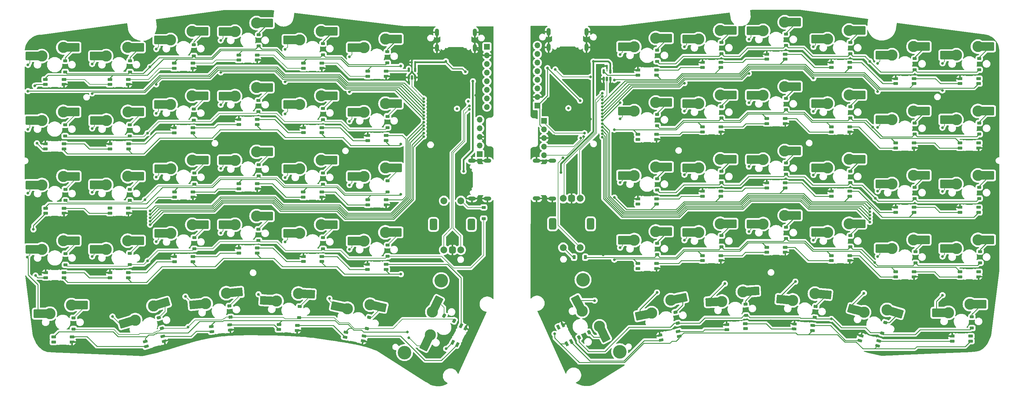
<source format=gbr>
%TF.GenerationSoftware,KiCad,Pcbnew,8.0.5*%
%TF.CreationDate,2024-10-06T11:07:10+02:00*%
%TF.ProjectId,chastity,63686173-7469-4747-992e-6b696361645f,rev?*%
%TF.SameCoordinates,Original*%
%TF.FileFunction,Copper,L2,Bot*%
%TF.FilePolarity,Positive*%
%FSLAX46Y46*%
G04 Gerber Fmt 4.6, Leading zero omitted, Abs format (unit mm)*
G04 Created by KiCad (PCBNEW 8.0.5) date 2024-10-06 11:07:10*
%MOMM*%
%LPD*%
G01*
G04 APERTURE LIST*
G04 Aperture macros list*
%AMRoundRect*
0 Rectangle with rounded corners*
0 $1 Rounding radius*
0 $2 $3 $4 $5 $6 $7 $8 $9 X,Y pos of 4 corners*
0 Add a 4 corners polygon primitive as box body*
4,1,4,$2,$3,$4,$5,$6,$7,$8,$9,$2,$3,0*
0 Add four circle primitives for the rounded corners*
1,1,$1+$1,$2,$3*
1,1,$1+$1,$4,$5*
1,1,$1+$1,$6,$7*
1,1,$1+$1,$8,$9*
0 Add four rect primitives between the rounded corners*
20,1,$1+$1,$2,$3,$4,$5,0*
20,1,$1+$1,$4,$5,$6,$7,0*
20,1,$1+$1,$6,$7,$8,$9,0*
20,1,$1+$1,$8,$9,$2,$3,0*%
%AMRotRect*
0 Rectangle, with rotation*
0 The origin of the aperture is its center*
0 $1 length*
0 $2 width*
0 $3 Rotation angle, in degrees counterclockwise*
0 Add horizontal line*
21,1,$1,$2,0,0,$3*%
%AMFreePoly0*
4,1,18,-0.410000,0.593000,-0.403758,0.624380,-0.385983,0.650983,-0.359380,0.668758,-0.328000,0.675000,0.328000,0.675000,0.359380,0.668758,0.385983,0.650983,0.403758,0.624380,0.410000,0.593000,0.410000,-0.593000,0.403758,-0.624380,0.385983,-0.650983,0.359380,-0.668758,0.328000,-0.675000,0.000000,-0.675000,-0.410000,-0.265000,-0.410000,0.593000,-0.410000,0.593000,$1*%
G04 Aperture macros list end*
%TA.AperFunction,ComponentPad*%
%ADD10O,2.250000X1.200000*%
%TD*%
%TA.AperFunction,ComponentPad*%
%ADD11O,1.200000X2.250000*%
%TD*%
%TA.AperFunction,ComponentPad*%
%ADD12C,2.000000*%
%TD*%
%TA.AperFunction,ComponentPad*%
%ADD13RoundRect,0.500000X0.500000X-0.500000X0.500000X0.500000X-0.500000X0.500000X-0.500000X-0.500000X0*%
%TD*%
%TA.AperFunction,ComponentPad*%
%ADD14RoundRect,0.550000X0.550000X-1.150000X0.550000X1.150000X-0.550000X1.150000X-0.550000X-1.150000X0*%
%TD*%
%TA.AperFunction,ComponentPad*%
%ADD15RoundRect,0.500000X-0.500000X0.500000X-0.500000X-0.500000X0.500000X-0.500000X0.500000X0.500000X0*%
%TD*%
%TA.AperFunction,ComponentPad*%
%ADD16RoundRect,0.550000X-0.550000X1.150000X-0.550000X-1.150000X0.550000X-1.150000X0.550000X1.150000X0*%
%TD*%
%TA.AperFunction,ComponentPad*%
%ADD17C,4.000000*%
%TD*%
%TA.AperFunction,SMDPad,CuDef*%
%ADD18RoundRect,0.225000X0.320025X-0.298050X0.413585X0.142116X-0.320025X0.298050X-0.413585X-0.142116X0*%
%TD*%
%TA.AperFunction,SMDPad,CuDef*%
%ADD19RoundRect,0.225000X0.375000X-0.225000X0.375000X0.225000X-0.375000X0.225000X-0.375000X-0.225000X0*%
%TD*%
%TA.AperFunction,SMDPad,CuDef*%
%ADD20RoundRect,0.082000X-0.593000X0.328000X-0.593000X-0.328000X0.593000X-0.328000X0.593000X0.328000X0*%
%TD*%
%TA.AperFunction,SMDPad,CuDef*%
%ADD21FreePoly0,270.000000*%
%TD*%
%TA.AperFunction,ComponentPad*%
%ADD22C,3.300000*%
%TD*%
%TA.AperFunction,SMDPad,CuDef*%
%ADD23R,1.650000X2.500000*%
%TD*%
%TA.AperFunction,SMDPad,CuDef*%
%ADD24RoundRect,0.250000X1.025000X1.000000X-1.025000X1.000000X-1.025000X-1.000000X1.025000X-1.000000X0*%
%TD*%
%TA.AperFunction,SMDPad,CuDef*%
%ADD25RoundRect,0.225000X0.386262X-0.205066X0.362710X0.244318X-0.386262X0.205066X-0.362710X-0.244318X0*%
%TD*%
%TA.AperFunction,SMDPad,CuDef*%
%ADD26RoundRect,0.082000X-0.609354X0.296515X-0.575021X-0.358586X0.609354X-0.296515X0.575021X0.358586X0*%
%TD*%
%TA.AperFunction,SMDPad,CuDef*%
%ADD27FreePoly0,273.000000*%
%TD*%
%TA.AperFunction,ComponentPad*%
%ADD28R,1.700000X1.700000*%
%TD*%
%TA.AperFunction,ComponentPad*%
%ADD29O,1.700000X1.700000*%
%TD*%
%TA.AperFunction,SMDPad,CuDef*%
%ADD30RoundRect,0.082000X0.593000X-0.328000X0.593000X0.328000X-0.593000X0.328000X-0.593000X-0.328000X0*%
%TD*%
%TA.AperFunction,SMDPad,CuDef*%
%ADD31FreePoly0,90.000000*%
%TD*%
%TA.AperFunction,SMDPad,CuDef*%
%ADD32RoundRect,0.082000X0.511846X-0.444124X0.648237X0.197541X-0.511846X0.444124X-0.648237X-0.197541X0*%
%TD*%
%TA.AperFunction,SMDPad,CuDef*%
%ADD33FreePoly0,78.000000*%
%TD*%
%TA.AperFunction,SMDPad,CuDef*%
%ADD34RotRect,1.650000X2.500000X355.000000*%
%TD*%
%TA.AperFunction,SMDPad,CuDef*%
%ADD35RoundRect,0.250000X1.108255X0.906860X-0.933944X1.085529X-1.108255X-0.906860X0.933944X-1.085529X0*%
%TD*%
%TA.AperFunction,SMDPad,CuDef*%
%ADD36RotRect,1.650000X2.500000X175.000000*%
%TD*%
%TA.AperFunction,SMDPad,CuDef*%
%ADD37RoundRect,0.082000X0.023034X0.677276X-0.561467X0.379458X-0.023034X-0.677276X0.561467X-0.379458X0*%
%TD*%
%TA.AperFunction,SMDPad,CuDef*%
%ADD38FreePoly0,207.000000*%
%TD*%
%TA.AperFunction,SMDPad,CuDef*%
%ADD39RotRect,1.650000X2.500000X297.000000*%
%TD*%
%TA.AperFunction,SMDPad,CuDef*%
%ADD40RoundRect,0.250000X1.356347X-0.459291X0.425666X1.367272X-1.356347X0.459291X-0.425666X-1.367272X0*%
%TD*%
%TA.AperFunction,SMDPad,CuDef*%
%ADD41RotRect,1.650000X2.500000X117.000000*%
%TD*%
%TA.AperFunction,SMDPad,CuDef*%
%ADD42RoundRect,0.225000X-0.030230X-0.436275X0.370723X-0.231980X0.030230X0.436275X-0.370723X0.231980X0*%
%TD*%
%TA.AperFunction,SMDPad,CuDef*%
%ADD43RotRect,1.650000X2.500000X348.000000*%
%TD*%
%TA.AperFunction,SMDPad,CuDef*%
%ADD44RoundRect,0.250000X1.210513X0.765038X-0.794690X1.191257X-1.210513X-0.765038X0.794690X-1.191257X0*%
%TD*%
%TA.AperFunction,SMDPad,CuDef*%
%ADD45RotRect,1.650000X2.500000X168.000000*%
%TD*%
%TA.AperFunction,SMDPad,CuDef*%
%ADD46RoundRect,0.082000X-0.648237X0.197541X-0.511846X-0.444124X0.648237X-0.197541X0.511846X0.444124X0*%
%TD*%
%TA.AperFunction,SMDPad,CuDef*%
%ADD47FreePoly0,282.000000*%
%TD*%
%TA.AperFunction,SMDPad,CuDef*%
%ADD48RoundRect,0.225000X0.362710X-0.244318X0.386262X0.205066X-0.362710X0.244318X-0.386262X-0.205066X0*%
%TD*%
%TA.AperFunction,SMDPad,CuDef*%
%ADD49RoundRect,0.225000X0.370723X0.231980X-0.030230X0.436275X-0.370723X-0.231980X0.030230X-0.436275X0*%
%TD*%
%TA.AperFunction,SMDPad,CuDef*%
%ADD50RoundRect,0.082000X0.575021X-0.358586X0.609354X0.296515X-0.575021X0.358586X-0.609354X-0.296515X0*%
%TD*%
%TA.AperFunction,SMDPad,CuDef*%
%ADD51FreePoly0,87.000000*%
%TD*%
%TA.AperFunction,SMDPad,CuDef*%
%ADD52RotRect,1.650000X2.500000X344.000000*%
%TD*%
%TA.AperFunction,SMDPad,CuDef*%
%ADD53RoundRect,0.250000X1.260931X0.678733X-0.709656X1.243790X-1.260931X-0.678733X0.709656X-1.243790X0*%
%TD*%
%TA.AperFunction,SMDPad,CuDef*%
%ADD54RotRect,1.650000X2.500000X164.000000*%
%TD*%
%TA.AperFunction,SMDPad,CuDef*%
%ADD55RoundRect,0.082000X-0.562156X0.378435X-0.619331X-0.275069X0.562156X-0.378435X0.619331X0.275069X0*%
%TD*%
%TA.AperFunction,SMDPad,CuDef*%
%ADD56FreePoly0,265.000000*%
%TD*%
%TA.AperFunction,SMDPad,CuDef*%
%ADD57RoundRect,0.225000X0.298455X-0.319648X0.422492X0.112920X-0.298455X0.319648X-0.422492X-0.112920X0*%
%TD*%
%TA.AperFunction,SMDPad,CuDef*%
%ADD58RoundRect,0.150000X0.150000X-0.512500X0.150000X0.512500X-0.150000X0.512500X-0.150000X-0.512500X0*%
%TD*%
%TA.AperFunction,SMDPad,CuDef*%
%ADD59RotRect,1.650000X2.500000X357.000000*%
%TD*%
%TA.AperFunction,SMDPad,CuDef*%
%ADD60RoundRect,0.250000X1.075931X0.944985X-0.971259X1.052274X-1.075931X-0.944985X0.971259X-1.052274X0*%
%TD*%
%TA.AperFunction,SMDPad,CuDef*%
%ADD61RotRect,1.650000X2.500000X177.000000*%
%TD*%
%TA.AperFunction,SMDPad,CuDef*%
%ADD62RoundRect,0.225000X0.225000X0.375000X-0.225000X0.375000X-0.225000X-0.375000X0.225000X-0.375000X0*%
%TD*%
%TA.AperFunction,SMDPad,CuDef*%
%ADD63RoundRect,0.082000X-0.479619X0.478747X-0.660437X-0.151841X0.479619X-0.478747X0.660437X0.151841X0*%
%TD*%
%TA.AperFunction,SMDPad,CuDef*%
%ADD64FreePoly0,254.000000*%
%TD*%
%TA.AperFunction,SMDPad,CuDef*%
%ADD65RoundRect,0.225000X0.393183X-0.191460X0.353963X0.256827X-0.393183X0.191460X-0.353963X-0.256827X0*%
%TD*%
%TA.AperFunction,SMDPad,CuDef*%
%ADD66RoundRect,0.225000X0.353963X-0.256827X0.393183X0.191460X-0.353963X0.256827X-0.393183X-0.191460X0*%
%TD*%
%TA.AperFunction,SMDPad,CuDef*%
%ADD67RotRect,1.650000X2.500000X3.000000*%
%TD*%
%TA.AperFunction,SMDPad,CuDef*%
%ADD68RoundRect,0.250000X0.971259X1.052274X-1.075931X0.944985X-0.971259X-1.052274X1.075931X-0.944985X0*%
%TD*%
%TA.AperFunction,SMDPad,CuDef*%
%ADD69RotRect,1.650000X2.500000X183.000000*%
%TD*%
%TA.AperFunction,SMDPad,CuDef*%
%ADD70RotRect,1.650000X2.500000X16.000000*%
%TD*%
%TA.AperFunction,SMDPad,CuDef*%
%ADD71RoundRect,0.250000X0.709656X1.243790X-1.260931X0.678733X-0.709656X-1.243790X1.260931X-0.678733X0*%
%TD*%
%TA.AperFunction,SMDPad,CuDef*%
%ADD72RotRect,1.650000X2.500000X196.000000*%
%TD*%
%TA.AperFunction,SMDPad,CuDef*%
%ADD73RoundRect,0.082000X0.561467X0.379458X-0.023034X0.677276X-0.561467X-0.379458X0.023034X-0.677276X0*%
%TD*%
%TA.AperFunction,SMDPad,CuDef*%
%ADD74FreePoly0,153.000000*%
%TD*%
%TA.AperFunction,SMDPad,CuDef*%
%ADD75RoundRect,0.225000X0.413585X-0.142116X0.320025X0.298050X-0.413585X0.142116X-0.320025X-0.298050X0*%
%TD*%
%TA.AperFunction,SMDPad,CuDef*%
%ADD76RotRect,1.650000X2.500000X63.000000*%
%TD*%
%TA.AperFunction,SMDPad,CuDef*%
%ADD77RoundRect,0.250000X-0.425666X1.367272X-1.356347X-0.459291X0.425666X-1.367272X1.356347X0.459291X0*%
%TD*%
%TA.AperFunction,SMDPad,CuDef*%
%ADD78RotRect,1.650000X2.500000X243.000000*%
%TD*%
%TA.AperFunction,SMDPad,CuDef*%
%ADD79RoundRect,0.082000X0.660437X-0.151841X0.479619X0.478747X-0.660437X0.151841X-0.479619X-0.478747X0*%
%TD*%
%TA.AperFunction,SMDPad,CuDef*%
%ADD80FreePoly0,106.000000*%
%TD*%
%TA.AperFunction,SMDPad,CuDef*%
%ADD81RoundRect,0.140000X-0.140000X-0.170000X0.140000X-0.170000X0.140000X0.170000X-0.140000X0.170000X0*%
%TD*%
%TA.AperFunction,SMDPad,CuDef*%
%ADD82RotRect,1.650000X2.500000X12.000000*%
%TD*%
%TA.AperFunction,SMDPad,CuDef*%
%ADD83RoundRect,0.250000X0.794690X1.191257X-1.210513X0.765038X-0.794690X-1.191257X1.210513X-0.765038X0*%
%TD*%
%TA.AperFunction,SMDPad,CuDef*%
%ADD84RotRect,1.650000X2.500000X192.000000*%
%TD*%
%TA.AperFunction,SMDPad,CuDef*%
%ADD85RoundRect,0.082000X0.619331X-0.275069X0.562156X0.378435X-0.619331X0.275069X-0.562156X-0.378435X0*%
%TD*%
%TA.AperFunction,SMDPad,CuDef*%
%ADD86FreePoly0,95.000000*%
%TD*%
%TA.AperFunction,SMDPad,CuDef*%
%ADD87RotRect,1.650000X2.500000X5.000000*%
%TD*%
%TA.AperFunction,SMDPad,CuDef*%
%ADD88RoundRect,0.250000X0.933944X1.085529X-1.108255X0.906860X-0.933944X-1.085529X1.108255X-0.906860X0*%
%TD*%
%TA.AperFunction,SMDPad,CuDef*%
%ADD89RotRect,1.650000X2.500000X185.000000*%
%TD*%
%TA.AperFunction,SMDPad,CuDef*%
%ADD90RoundRect,0.225000X0.422492X-0.112920X0.298455X0.319648X-0.422492X0.112920X-0.298455X-0.319648X0*%
%TD*%
%TA.AperFunction,ViaPad*%
%ADD91C,0.800000*%
%TD*%
%TA.AperFunction,ViaPad*%
%ADD92C,0.500000*%
%TD*%
%TA.AperFunction,Conductor*%
%ADD93C,0.250000*%
%TD*%
%TA.AperFunction,Conductor*%
%ADD94C,0.500000*%
%TD*%
%TA.AperFunction,Conductor*%
%ADD95C,0.300000*%
%TD*%
%TA.AperFunction,Conductor*%
%ADD96C,0.200000*%
%TD*%
G04 APERTURE END LIST*
D10*
%TO.P,SPLIT_R1,S1,SHIELD*%
%TO.N,GND*%
X110291764Y98037805D03*
X114891764Y98017805D03*
X110291764Y86887805D03*
X114891764Y86867805D03*
%TD*%
D11*
%TO.P,J1,S1,SHIELD*%
%TO.N,GND*%
X92045621Y135907621D03*
X92025621Y131307621D03*
X80895621Y135907621D03*
X80875621Y131307621D03*
%TD*%
D12*
%TO.P,SW1,A,A*%
%TO.N,rot A_L*%
X82941764Y71695000D03*
%TO.P,SW1,B,B*%
%TO.N,rot B_L*%
X87941764Y71695000D03*
D13*
%TO.P,SW1,C,C*%
%TO.N,GND*%
X85441764Y71695000D03*
D14*
%TO.P,SW1,MP*%
%TO.N,N/C*%
X79841764Y79195000D03*
X91041764Y79195000D03*
D12*
%TO.P,SW1,S1,S1*%
%TO.N,Net-(D61-A)*%
X87941764Y86195000D03*
%TO.P,SW1,S2,S2*%
%TO.N,col 0_L*%
X82941764Y86195000D03*
%TD*%
%TO.P,SW2,A,A*%
%TO.N,rot A*%
X123101704Y86893835D03*
%TO.P,SW2,B,B*%
%TO.N,rot B*%
X118101704Y86893835D03*
D15*
%TO.P,SW2,C,C*%
%TO.N,GND*%
X120601704Y86893835D03*
D16*
%TO.P,SW2,MP*%
%TO.N,N/C*%
X126201704Y79393835D03*
X115001704Y79393835D03*
D12*
%TO.P,SW2,S1,S1*%
%TO.N,Net-(D62-A)*%
X118101704Y72393835D03*
%TO.P,SW2,S2,S2*%
%TO.N,col 0*%
X123101704Y72393835D03*
%TD*%
D10*
%TO.P,SPLIT_L1,S1,SHIELD*%
%TO.N,GND*%
X95791764Y86845000D03*
X91191764Y86865000D03*
X95791764Y97995000D03*
X91191764Y98015000D03*
%TD*%
D11*
%TO.P,J4,S1,SHIELD*%
%TO.N,GND*%
X124996032Y136036728D03*
X124976032Y131436728D03*
X113846032Y136036728D03*
X113826032Y131436728D03*
%TD*%
D17*
%TO.P,S31,*%
%TO.N,*%
X123960120Y62882475D03*
X134770769Y41665382D03*
%TD*%
%TO.P,S1,*%
%TO.N,*%
X71312759Y41407577D03*
X82123408Y62624670D03*
%TD*%
D18*
%TO.P,D29,1,K*%
%TO.N,row 4_L*%
X60248710Y48531056D03*
%TO.P,D29,2,A*%
%TO.N,Net-(D29-A)*%
X60934818Y51758944D03*
%TD*%
D19*
%TO.P,D44,1,K*%
%TO.N,row 2*%
X164791764Y91602805D03*
%TO.P,D44,2,A*%
%TO.N,Net-(D44-A)*%
X164791764Y94902805D03*
%TD*%
D20*
%TO.P,LED11,1,VDD*%
%TO.N,LED_Pow_5V_L*%
X46946764Y106285000D03*
%TO.P,LED11,2,DOUT*%
%TO.N,Net-(LED11-DOUT)*%
X46946764Y107785000D03*
%TO.P,LED11,3,DIN*%
%TO.N,Net-(LED10-DOUT)*%
X41496764Y106285000D03*
D21*
%TO.P,LED11,4,VSS*%
%TO.N,GND*%
X41496764Y107785000D03*
%TD*%
D22*
%TO.P,MX51,1,1*%
%TO.N,col 3*%
X177081764Y79342805D03*
D23*
X175256764Y79342805D03*
D24*
X173531764Y79342805D03*
%TO.P,MX51,2,2*%
%TO.N,Net-(D51-A)*%
X186981764Y81882805D03*
D23*
X185231764Y81882805D03*
D22*
X183431764Y81882805D03*
%TD*%
D20*
%TO.P,LED19,1,VDD*%
%TO.N,LED_Pow_5V_L*%
X-29083236Y63515000D03*
%TO.P,LED19,2,DOUT*%
%TO.N,Net-(LED19-DOUT)*%
X-29083236Y65015000D03*
%TO.P,LED19,3,DIN*%
%TO.N,Net-(LED13-DOUT)*%
X-34533236Y63515000D03*
D21*
%TO.P,LED19,4,VSS*%
%TO.N,GND*%
X-34533236Y65015000D03*
%TD*%
D25*
%TO.P,D57,1,K*%
%TO.N,row 4*%
X172028118Y52355066D03*
%TO.P,D57,2,A*%
%TO.N,Net-(D57-A)*%
X171855410Y55650544D03*
%TD*%
D22*
%TO.P,MX6,1,1*%
%TO.N,col 1_L*%
X59381764Y131385000D03*
D23*
X57556764Y131385000D03*
D24*
X55831764Y131385000D03*
%TO.P,MX6,2,2*%
%TO.N,Net-(D6-A)*%
X69281764Y133925000D03*
D23*
X67531764Y133925000D03*
D22*
X65731764Y133925000D03*
%TD*%
D19*
%TO.P,D13,1,K*%
%TO.N,row 2_L*%
X-28708236Y86295000D03*
%TO.P,D13,2,A*%
%TO.N,Net-(D13-A)*%
X-28708236Y89595000D03*
%TD*%
D26*
%TO.P,LED57,1,VDD*%
%TO.N,LED_Pow_5V*%
X171868148Y48473410D03*
%TO.P,LED57,2,DOUT*%
%TO.N,Net-(LED57-DOUT)*%
X171789645Y49971355D03*
%TO.P,LED57,3,DIN*%
%TO.N,Net-(LED56-DOUT)*%
X166425617Y48188179D03*
D27*
%TO.P,LED57,4,VSS*%
%TO.N,GND*%
X166347114Y49686124D03*
%TD*%
D19*
%TO.P,D35,1,K*%
%TO.N,row 0*%
X221791764Y124852805D03*
%TO.P,D35,2,A*%
%TO.N,Net-(D35-A)*%
X221791764Y128152805D03*
%TD*%
D28*
%TO.P,J5,1,Pin_1*%
%TO.N,RESET*%
X112480764Y109825000D03*
D29*
%TO.P,J5,2,Pin_2*%
%TO.N,+3V3*%
X112480764Y107285000D03*
%TO.P,J5,3,Pin_3*%
%TO.N,GND*%
X112480764Y104745000D03*
%TO.P,J5,4,Pin_4*%
%TO.N,SWC*%
X112480764Y102205000D03*
%TO.P,J5,5,Pin_5*%
%TO.N,SWD*%
X112480764Y99665000D03*
%TD*%
D30*
%TO.P,LED6,1,VDD*%
%TO.N,LED_Pow_5V_L*%
X60466764Y124425000D03*
%TO.P,LED6,2,DOUT*%
%TO.N,Net-(LED5-DIN)*%
X60466764Y122925000D03*
%TO.P,LED6,3,DIN*%
%TO.N,LED_Data_5V_L*%
X65916764Y124425000D03*
D31*
%TO.P,LED6,4,VSS*%
%TO.N,GND*%
X65916764Y122925000D03*
%TD*%
D19*
%TO.P,D60,1,K*%
%TO.N,row 4*%
X238641764Y48652805D03*
%TO.P,D60,2,A*%
%TO.N,Net-(D60-A)*%
X238641764Y51952805D03*
%TD*%
%TO.P,D48,1,K*%
%TO.N,row 2*%
X240791764Y86852805D03*
%TO.P,D48,2,A*%
%TO.N,Net-(D48-A)*%
X240791764Y90152805D03*
%TD*%
%TO.P,D15,1,K*%
%TO.N,row 2_L*%
X9291764Y91095000D03*
%TO.P,D15,2,A*%
%TO.N,Net-(D15-A)*%
X9291764Y94395000D03*
%TD*%
D30*
%TO.P,LED14,1,VDD*%
%TO.N,LED_Pow_5V_L*%
X-15553236Y84025000D03*
%TO.P,LED14,2,DOUT*%
%TO.N,Net-(LED13-DIN)*%
X-15553236Y82525000D03*
%TO.P,LED14,3,DIN*%
%TO.N,Net-(LED14-DIN)*%
X-10103236Y84025000D03*
D31*
%TO.P,LED14,4,VSS*%
%TO.N,GND*%
X-10103236Y82525000D03*
%TD*%
D19*
%TO.P,D6,1,K*%
%TO.N,row 0_L*%
X66241764Y126895000D03*
%TO.P,D6,2,A*%
%TO.N,Net-(D6-A)*%
X66241764Y130195000D03*
%TD*%
D20*
%TO.P,LED35,1,VDD*%
%TO.N,LED_Pow_5V*%
X221616764Y120772805D03*
%TO.P,LED35,2,DOUT*%
%TO.N,Net-(LED35-DOUT)*%
X221616764Y122272805D03*
%TO.P,LED35,3,DIN*%
%TO.N,Net-(LED34-DOUT)*%
X216166764Y120772805D03*
D21*
%TO.P,LED35,4,VSS*%
%TO.N,GND*%
X216166764Y122272805D03*
%TD*%
D28*
%TO.P,J6,1,Pin_1*%
%TO.N,+3V3*%
X110480764Y114245000D03*
D29*
%TO.P,J6,2,Pin_2*%
%TO.N,GND*%
X110480764Y116785000D03*
%TO.P,J6,3,Pin_3*%
%TO.N,DIN*%
X110480764Y119325000D03*
%TO.P,J6,4,Pin_4*%
%TO.N,clk*%
X110480764Y121865000D03*
%TO.P,J6,5,Pin_5*%
%TO.N,cs*%
X110480764Y124405000D03*
%TO.P,J6,6,Pin_6*%
%TO.N,dc*%
X110480764Y126945000D03*
%TO.P,J6,7,Pin_7*%
%TO.N,rst*%
X110480764Y129485000D03*
%TO.P,J6,8,Pin_8*%
%TO.N,bl*%
X110480764Y132025000D03*
%TD*%
D19*
%TO.P,D17,1,K*%
%TO.N,row 2_L*%
X47291764Y91095000D03*
%TO.P,D17,2,A*%
%TO.N,Net-(D17-A)*%
X47291764Y94395000D03*
%TD*%
%TO.P,D5,1,K*%
%TO.N,row 0_L*%
X47291764Y129295000D03*
%TO.P,D5,2,A*%
%TO.N,Net-(D5-A)*%
X47291764Y132595000D03*
%TD*%
%TO.P,D34,1,K*%
%TO.N,row 0*%
X202791764Y129602805D03*
%TO.P,D34,2,A*%
%TO.N,Net-(D34-A)*%
X202791764Y132902805D03*
%TD*%
%TO.P,D40,1,K*%
%TO.N,row 1*%
X202791764Y110602805D03*
%TO.P,D40,2,A*%
%TO.N,Net-(D40-A)*%
X202791764Y113902805D03*
%TD*%
D22*
%TO.P,MX22,1,1*%
%TO.N,col 3_L*%
X21331764Y79135000D03*
D23*
X19506764Y79135000D03*
D24*
X17781764Y79135000D03*
%TO.P,MX22,2,2*%
%TO.N,Net-(D22-A)*%
X31231764Y81675000D03*
D23*
X29481764Y81675000D03*
D22*
X27681764Y81675000D03*
%TD*%
D20*
%TO.P,LED47,1,VDD*%
%TO.N,LED_Pow_5V*%
X221616764Y82772805D03*
%TO.P,LED47,2,DOUT*%
%TO.N,Net-(LED47-DOUT)*%
X221616764Y84272805D03*
%TO.P,LED47,3,DIN*%
%TO.N,Net-(LED46-DOUT)*%
X216166764Y82772805D03*
D21*
%TO.P,LED47,4,VSS*%
%TO.N,GND*%
X216166764Y84272805D03*
%TD*%
D20*
%TO.P,LED23,1,VDD*%
%TO.N,LED_Pow_5V_L*%
X46916764Y68265000D03*
%TO.P,LED23,2,DOUT*%
%TO.N,Net-(LED23-DOUT)*%
X46916764Y69765000D03*
%TO.P,LED23,3,DIN*%
%TO.N,Net-(LED22-DOUT)*%
X41466764Y68265000D03*
D21*
%TO.P,LED23,4,VSS*%
%TO.N,GND*%
X41466764Y69765000D03*
%TD*%
D22*
%TO.P,MX37,1,1*%
%TO.N,col 1*%
X139081764Y112642805D03*
D23*
X137256764Y112642805D03*
D24*
X135531764Y112642805D03*
%TO.P,MX37,2,2*%
%TO.N,Net-(D37-A)*%
X148981764Y115182805D03*
D23*
X147231764Y115182805D03*
D22*
X145431764Y115182805D03*
%TD*%
D30*
%TO.P,LED54,1,VDD*%
%TO.N,LED_Pow_5V*%
X235166764Y65272805D03*
%TO.P,LED54,2,DOUT*%
%TO.N,Net-(LED53-DIN)*%
X235166764Y63772805D03*
%TO.P,LED54,3,DIN*%
%TO.N,Net-(LED48-DOUT)*%
X240616764Y65272805D03*
D31*
%TO.P,LED54,4,VSS*%
%TO.N,GND*%
X240616764Y63772805D03*
%TD*%
D20*
%TO.P,LED9,1,VDD*%
%TO.N,LED_Pow_5V_L*%
X8866764Y106245000D03*
%TO.P,LED9,2,DOUT*%
%TO.N,Net-(LED10-DIN)*%
X8866764Y107745000D03*
%TO.P,LED9,3,DIN*%
%TO.N,Net-(LED8-DOUT)*%
X3416764Y106245000D03*
D21*
%TO.P,LED9,4,VSS*%
%TO.N,GND*%
X3416764Y107745000D03*
%TD*%
D30*
%TO.P,LED2,1,VDD*%
%TO.N,LED_Pow_5V_L*%
X-15583236Y122015000D03*
%TO.P,LED2,2,DOUT*%
%TO.N,Net-(LED1-DIN)*%
X-15583236Y120515000D03*
%TO.P,LED2,3,DIN*%
%TO.N,Net-(LED2-DIN)*%
X-10133236Y122015000D03*
D31*
%TO.P,LED2,4,VSS*%
%TO.N,GND*%
X-10133236Y120515000D03*
%TD*%
D19*
%TO.P,D53,1,K*%
%TO.N,row 3*%
X222045211Y67851540D03*
%TO.P,D53,2,A*%
%TO.N,Net-(D53-A)*%
X222045211Y71151540D03*
%TD*%
D30*
%TO.P,LED51,1,VDD*%
%TO.N,LED_Pow_5V*%
X178166764Y72472805D03*
%TO.P,LED51,2,DOUT*%
%TO.N,Net-(LED50-DIN)*%
X178166764Y70972805D03*
%TO.P,LED51,3,DIN*%
%TO.N,Net-(LED51-DIN)*%
X183616764Y72472805D03*
D31*
%TO.P,LED51,4,VSS*%
%TO.N,GND*%
X183616764Y70972805D03*
%TD*%
D32*
%TO.P,LED29,1,VDD*%
%TO.N,LED_Pow_5V_L*%
X54076055Y47426180D03*
%TO.P,LED29,2,DOUT*%
%TO.N,Net-(LED28-DIN)*%
X53764187Y45958959D03*
%TO.P,LED29,3,DIN*%
%TO.N,Net-(LED29-DIN)*%
X59406959Y46293061D03*
D33*
%TO.P,LED29,4,VSS*%
%TO.N,GND*%
X59095091Y44825840D03*
%TD*%
D22*
%TO.P,MX38,1,1*%
%TO.N,col 2*%
X158081764Y114892805D03*
D23*
X156256764Y114892805D03*
D24*
X154531764Y114892805D03*
%TO.P,MX38,2,2*%
%TO.N,Net-(D38-A)*%
X167981764Y117432805D03*
D23*
X166231764Y117432805D03*
D22*
X164431764Y117432805D03*
%TD*%
%TO.P,MX58,1,1*%
%TO.N,col 4*%
X185817638Y56815203D03*
D34*
X183999582Y56974262D03*
D35*
X182281147Y57124606D03*
%TO.P,MX58,2,2*%
%TO.N,Net-(D58-A)*%
X195901341Y58482696D03*
D36*
X194158000Y58635218D03*
D22*
X192364850Y58792098D03*
%TD*%
D30*
%TO.P,LED25,1,VDD*%
%TO.N,LED_Pow_5V_L*%
X-32183236Y46015000D03*
%TO.P,LED25,2,DOUT*%
%TO.N,unconnected-(LED25-DOUT-Pad2)*%
X-32183236Y44515000D03*
%TO.P,LED25,3,DIN*%
%TO.N,Net-(LED25-DIN)*%
X-26733236Y46015000D03*
D31*
%TO.P,LED25,4,VSS*%
%TO.N,GND*%
X-26733236Y44515000D03*
%TD*%
D22*
%TO.P,MX54,1,1*%
%TO.N,col 6*%
X234081764Y72142805D03*
D23*
X232256764Y72142805D03*
D24*
X230531764Y72142805D03*
%TO.P,MX54,2,2*%
%TO.N,Net-(D54-A)*%
X243981764Y74682805D03*
D23*
X242231764Y74682805D03*
D22*
X240431764Y74682805D03*
%TD*%
%TO.P,MX42,1,1*%
%TO.N,col 6*%
X234081764Y110142805D03*
D23*
X232256764Y110142805D03*
D24*
X230531764Y110142805D03*
%TO.P,MX42,2,2*%
%TO.N,Net-(D42-A)*%
X243981764Y112682805D03*
D23*
X242231764Y112682805D03*
D22*
X240431764Y112682805D03*
%TD*%
%TO.P,MX8,1,1*%
%TO.N,col 5_L*%
X-16618236Y109885000D03*
D23*
X-18443236Y109885000D03*
D24*
X-20168236Y109885000D03*
%TO.P,MX8,2,2*%
%TO.N,Net-(D8-A)*%
X-6718236Y112425000D03*
D23*
X-8468236Y112425000D03*
D22*
X-10268236Y112425000D03*
%TD*%
D37*
%TO.P,LED55,1,VDD*%
%TO.N,LED_Pow_5V*%
X119184320Y44028047D03*
%TO.P,LED55,2,DOUT*%
%TO.N,Net-(LED55-DOUT)*%
X120520830Y44709033D03*
%TO.P,LED55,3,DIN*%
%TO.N,Net-(LED49-DOUT)*%
X116710072Y48884033D03*
D38*
%TO.P,LED55,4,VSS*%
%TO.N,GND*%
X118046582Y49565019D03*
%TD*%
D20*
%TO.P,LED20,1,VDD*%
%TO.N,LED_Pow_5V_L*%
X-10133236Y63515000D03*
%TO.P,LED20,2,DOUT*%
%TO.N,Net-(LED20-DOUT)*%
X-10133236Y65015000D03*
%TO.P,LED20,3,DIN*%
%TO.N,Net-(LED19-DOUT)*%
X-15583236Y63515000D03*
D21*
%TO.P,LED20,4,VSS*%
%TO.N,GND*%
X-15583236Y65015000D03*
%TD*%
D22*
%TO.P,MX48,1,1*%
%TO.N,col 6*%
X234081764Y91142805D03*
D23*
X232256764Y91142805D03*
D24*
X230531764Y91142805D03*
%TO.P,MX48,2,2*%
%TO.N,Net-(D48-A)*%
X243981764Y93682805D03*
D23*
X242231764Y93682805D03*
D22*
X240431764Y93682805D03*
%TD*%
%TO.P,MX55,1,1*%
%TO.N,col 1*%
X123675217Y53650676D03*
D39*
X122846684Y55276763D03*
D40*
X122063550Y56813749D03*
%TO.P,MX55,2,2*%
%TO.N,Net-(D55-A)*%
X130432879Y45982847D03*
D41*
X129638396Y47542108D03*
D22*
X128821213Y49145920D03*
%TD*%
D20*
%TO.P,LED33,1,VDD*%
%TO.N,LED_Pow_5V*%
X183616764Y127972805D03*
%TO.P,LED33,2,DOUT*%
%TO.N,Net-(LED33-DOUT)*%
X183616764Y129472805D03*
%TO.P,LED33,3,DIN*%
%TO.N,Net-(LED32-DOUT)*%
X178166764Y127972805D03*
D21*
%TO.P,LED33,4,VSS*%
%TO.N,GND*%
X178166764Y129472805D03*
%TD*%
D22*
%TO.P,MX24,1,1*%
%TO.N,col 1_L*%
X59331764Y74335000D03*
D23*
X57506764Y74335000D03*
D24*
X55781764Y74335000D03*
%TO.P,MX24,2,2*%
%TO.N,Net-(D24-A)*%
X69231764Y76875000D03*
D23*
X67481764Y76875000D03*
D22*
X65681764Y76875000D03*
%TD*%
%TO.P,MX33,1,1*%
%TO.N,col 3*%
X177081764Y136342805D03*
D23*
X175256764Y136342805D03*
D24*
X173531764Y136342805D03*
%TO.P,MX33,2,2*%
%TO.N,Net-(D33-A)*%
X186981764Y138882805D03*
D23*
X185231764Y138882805D03*
D22*
X183431764Y138882805D03*
%TD*%
D20*
%TO.P,LED10,1,VDD*%
%TO.N,LED_Pow_5V_L*%
X27866764Y108715000D03*
%TO.P,LED10,2,DOUT*%
%TO.N,Net-(LED10-DOUT)*%
X27866764Y110215000D03*
%TO.P,LED10,3,DIN*%
%TO.N,Net-(LED10-DIN)*%
X22416764Y108715000D03*
D21*
%TO.P,LED10,4,VSS*%
%TO.N,GND*%
X22416764Y110215000D03*
%TD*%
D22*
%TO.P,MX19,1,1*%
%TO.N,col 6_L*%
X-35618236Y71885000D03*
D23*
X-37443236Y71885000D03*
D24*
X-39168236Y71885000D03*
%TO.P,MX19,2,2*%
%TO.N,Net-(D19-A)*%
X-25718236Y74425000D03*
D23*
X-27468236Y74425000D03*
D22*
X-29268236Y74425000D03*
%TD*%
D30*
%TO.P,LED18,1,VDD*%
%TO.N,LED_Pow_5V_L*%
X60446764Y86495000D03*
%TO.P,LED18,2,DOUT*%
%TO.N,Net-(LED17-DIN)*%
X60446764Y84995000D03*
%TO.P,LED18,3,DIN*%
%TO.N,Net-(LED12-DOUT)*%
X65896764Y86495000D03*
D31*
%TO.P,LED18,4,VSS*%
%TO.N,GND*%
X65896764Y84995000D03*
%TD*%
D19*
%TO.P,D2,1,K*%
%TO.N,row 0_L*%
X-9658236Y124195000D03*
%TO.P,D2,2,A*%
%TO.N,Net-(D2-A)*%
X-9658236Y127495000D03*
%TD*%
D20*
%TO.P,LED7,1,VDD*%
%TO.N,LED_Pow_5V_L*%
X-29133236Y101515000D03*
%TO.P,LED7,2,DOUT*%
%TO.N,Net-(LED7-DOUT)*%
X-29133236Y103015000D03*
%TO.P,LED7,3,DIN*%
%TO.N,Net-(LED1-DOUT)*%
X-34583236Y101515000D03*
D21*
%TO.P,LED7,4,VSS*%
%TO.N,GND*%
X-34583236Y103015000D03*
%TD*%
D19*
%TO.P,D24,1,K*%
%TO.N,row 3_L*%
X66291764Y69795000D03*
%TO.P,D24,2,A*%
%TO.N,Net-(D24-A)*%
X66291764Y73095000D03*
%TD*%
%TO.P,D16,1,K*%
%TO.N,row 2_L*%
X28291764Y93495000D03*
%TO.P,D16,2,A*%
%TO.N,Net-(D16-A)*%
X28291764Y96795000D03*
%TD*%
D42*
%TO.P,D55,1,K*%
%TO.N,row 4*%
X122771603Y45853721D03*
%TO.P,D55,2,A*%
%TO.N,Net-(D55-A)*%
X125711925Y47351889D03*
%TD*%
D30*
%TO.P,LED16,1,VDD*%
%TO.N,LED_Pow_5V_L*%
X22446764Y91235000D03*
%TO.P,LED16,2,DOUT*%
%TO.N,Net-(LED15-DIN)*%
X22446764Y89735000D03*
%TO.P,LED16,3,DIN*%
%TO.N,Net-(LED16-DIN)*%
X27896764Y91235000D03*
D31*
%TO.P,LED16,4,VSS*%
%TO.N,GND*%
X27896764Y89735000D03*
%TD*%
D22*
%TO.P,MX29,1,1*%
%TO.N,col 2_L*%
X54443117Y54371638D03*
D43*
X52657998Y54751077D03*
D44*
X50970693Y55109725D03*
%TO.P,MX29,2,2*%
%TO.N,Net-(D29-A)*%
X64654874Y54797808D03*
D45*
X62943116Y55161653D03*
D22*
X61182450Y55535894D03*
%TD*%
D19*
%TO.P,D61,1,K*%
%TO.N,row 3_L*%
X94666073Y80931460D03*
%TO.P,D61,2,A*%
%TO.N,Net-(D61-A)*%
X94666073Y84231460D03*
%TD*%
D22*
%TO.P,MX40,1,1*%
%TO.N,col 4*%
X196081764Y114892805D03*
D23*
X194256764Y114892805D03*
D24*
X192531764Y114892805D03*
%TO.P,MX40,2,2*%
%TO.N,Net-(D40-A)*%
X205981764Y117432805D03*
D23*
X204231764Y117432805D03*
D22*
X202431764Y117432805D03*
%TD*%
D20*
%TO.P,LED60,1,VDD*%
%TO.N,LED_Pow_5V*%
X238266764Y44772805D03*
%TO.P,LED60,2,DOUT*%
%TO.N,unconnected-(LED60-DOUT-Pad2)*%
X238266764Y46272805D03*
%TO.P,LED60,3,DIN*%
%TO.N,Net-(LED59-DOUT)*%
X232816764Y44772805D03*
D21*
%TO.P,LED60,4,VSS*%
%TO.N,GND*%
X232816764Y46272805D03*
%TD*%
D19*
%TO.P,D3,1,K*%
%TO.N,row 0_L*%
X9141764Y128945000D03*
%TO.P,D3,2,A*%
%TO.N,Net-(D3-A)*%
X9141764Y132245000D03*
%TD*%
D22*
%TO.P,MX2,1,1*%
%TO.N,col 5_L*%
X-16668236Y128885000D03*
D23*
X-18493236Y128885000D03*
D24*
X-20218236Y128885000D03*
%TO.P,MX2,2,2*%
%TO.N,Net-(D2-A)*%
X-6768236Y131425000D03*
D23*
X-8518236Y131425000D03*
D22*
X-10318236Y131425000D03*
%TD*%
D30*
%TO.P,LED1,1,VDD*%
%TO.N,LED_Pow_5V_L*%
X-34583236Y122015000D03*
%TO.P,LED1,2,DOUT*%
%TO.N,Net-(LED1-DOUT)*%
X-34583236Y120515000D03*
%TO.P,LED1,3,DIN*%
%TO.N,Net-(LED1-DIN)*%
X-29133236Y122015000D03*
D31*
%TO.P,LED1,4,VSS*%
%TO.N,GND*%
X-29133236Y120515000D03*
%TD*%
D46*
%TO.P,LED56,1,VDD*%
%TO.N,LED_Pow_5V*%
X152319342Y46216764D03*
%TO.P,LED56,2,DOUT*%
%TO.N,Net-(LED56-DOUT)*%
X152007474Y47683985D03*
%TO.P,LED56,3,DIN*%
%TO.N,Net-(LED55-DOUT)*%
X146988438Y45083645D03*
D47*
%TO.P,LED56,4,VSS*%
%TO.N,GND*%
X146676570Y46550866D03*
%TD*%
D22*
%TO.P,MX50,1,1*%
%TO.N,col 2*%
X158081764Y76892805D03*
D23*
X156256764Y76892805D03*
D24*
X154531764Y76892805D03*
%TO.P,MX50,2,2*%
%TO.N,Net-(D50-A)*%
X167981764Y79432805D03*
D23*
X166231764Y79432805D03*
D22*
X164431764Y79432805D03*
%TD*%
D19*
%TO.P,D42,1,K*%
%TO.N,row 1*%
X240791764Y105852805D03*
%TO.P,D42,2,A*%
%TO.N,Net-(D42-A)*%
X240791764Y109152805D03*
%TD*%
D48*
%TO.P,D28,1,K*%
%TO.N,row 4_L*%
X40205410Y51697261D03*
%TO.P,D28,2,A*%
%TO.N,Net-(D28-A)*%
X40378118Y54992739D03*
%TD*%
D22*
%TO.P,MX52,1,1*%
%TO.N,col 4*%
X196081764Y76892805D03*
D23*
X194256764Y76892805D03*
D24*
X192531764Y76892805D03*
%TO.P,MX52,2,2*%
%TO.N,Net-(D52-A)*%
X205981764Y79432805D03*
D23*
X204231764Y79432805D03*
D22*
X202431764Y79432805D03*
%TD*%
D49*
%TO.P,D30,1,K*%
%TO.N,row 4_L*%
X85961925Y50795916D03*
%TO.P,D30,2,A*%
%TO.N,Net-(D30-A)*%
X83021603Y52294084D03*
%TD*%
D22*
%TO.P,MX14,1,1*%
%TO.N,col 5_L*%
X-16638236Y90895000D03*
D23*
X-18463236Y90895000D03*
D24*
X-20188236Y90895000D03*
%TO.P,MX14,2,2*%
%TO.N,Net-(D14-A)*%
X-6738236Y93435000D03*
D23*
X-8488236Y93435000D03*
D22*
X-10288236Y93435000D03*
%TD*%
D30*
%TO.P,LED40,1,VDD*%
%TO.N,LED_Pow_5V*%
X197166764Y108022805D03*
%TO.P,LED40,2,DOUT*%
%TO.N,Net-(LED39-DIN)*%
X197166764Y106522805D03*
%TO.P,LED40,3,DIN*%
%TO.N,Net-(LED40-DIN)*%
X202616764Y108022805D03*
D31*
%TO.P,LED40,4,VSS*%
%TO.N,GND*%
X202616764Y106522805D03*
%TD*%
D30*
%TO.P,LED52,1,VDD*%
%TO.N,LED_Pow_5V*%
X197166764Y70022805D03*
%TO.P,LED52,2,DOUT*%
%TO.N,Net-(LED51-DIN)*%
X197166764Y68522805D03*
%TO.P,LED52,3,DIN*%
%TO.N,Net-(LED52-DIN)*%
X202616764Y70022805D03*
D31*
%TO.P,LED52,4,VSS*%
%TO.N,GND*%
X202616764Y68522805D03*
%TD*%
D19*
%TO.P,D49,1,K*%
%TO.N,row 3*%
X145791764Y70302805D03*
%TO.P,D49,2,A*%
%TO.N,Net-(D49-A)*%
X145791764Y73602805D03*
%TD*%
D22*
%TO.P,MX13,1,1*%
%TO.N,col 6_L*%
X-35638236Y90865000D03*
D23*
X-37463236Y90865000D03*
D24*
X-39188236Y90865000D03*
%TO.P,MX13,2,2*%
%TO.N,Net-(D13-A)*%
X-25738236Y93405000D03*
D23*
X-27488236Y93405000D03*
D22*
X-29288236Y93405000D03*
%TD*%
%TO.P,MX20,1,1*%
%TO.N,col 5_L*%
X-16668236Y71885000D03*
D23*
X-18493236Y71885000D03*
D24*
X-20218236Y71885000D03*
%TO.P,MX20,2,2*%
%TO.N,Net-(D20-A)*%
X-6768236Y74425000D03*
D23*
X-8518236Y74425000D03*
D22*
X-10318236Y74425000D03*
%TD*%
D20*
%TO.P,LED8,1,VDD*%
%TO.N,LED_Pow_5V_L*%
X-10083236Y101515000D03*
%TO.P,LED8,2,DOUT*%
%TO.N,Net-(LED8-DOUT)*%
X-10083236Y103015000D03*
%TO.P,LED8,3,DIN*%
%TO.N,Net-(LED7-DOUT)*%
X-15533236Y101515000D03*
D21*
%TO.P,LED8,4,VSS*%
%TO.N,GND*%
X-15533236Y103015000D03*
%TD*%
D19*
%TO.P,D39,1,K*%
%TO.N,row 1*%
X183791764Y113052805D03*
%TO.P,D39,2,A*%
%TO.N,Net-(D39-A)*%
X183791764Y116352805D03*
%TD*%
D22*
%TO.P,MX32,1,1*%
%TO.N,col 2*%
X158081764Y133892805D03*
D23*
X156256764Y133892805D03*
D24*
X154531764Y133892805D03*
%TO.P,MX32,2,2*%
%TO.N,Net-(D32-A)*%
X167981764Y136432805D03*
D23*
X166231764Y136432805D03*
D22*
X164431764Y136432805D03*
%TD*%
%TO.P,MX16,1,1*%
%TO.N,col 3_L*%
X21361764Y98105000D03*
D23*
X19536764Y98105000D03*
D24*
X17811764Y98105000D03*
%TO.P,MX16,2,2*%
%TO.N,Net-(D16-A)*%
X31261764Y100645000D03*
D23*
X29511764Y100645000D03*
D22*
X27711764Y100645000D03*
%TD*%
D19*
%TO.P,D20,1,K*%
%TO.N,row 3_L*%
X-9708236Y67395000D03*
%TO.P,D20,2,A*%
%TO.N,Net-(D20-A)*%
X-9708236Y70695000D03*
%TD*%
%TO.P,D32,1,K*%
%TO.N,row 0*%
X164791764Y129602805D03*
%TO.P,D32,2,A*%
%TO.N,Net-(D32-A)*%
X164791764Y132902805D03*
%TD*%
D22*
%TO.P,MX43,1,1*%
%TO.N,col 1*%
X139081764Y93642805D03*
D23*
X137256764Y93642805D03*
D24*
X135531764Y93642805D03*
%TO.P,MX43,2,2*%
%TO.N,Net-(D43-A)*%
X148981764Y96182805D03*
D23*
X147231764Y96182805D03*
D22*
X145431764Y96182805D03*
%TD*%
D50*
%TO.P,LED28,1,VDD*%
%TO.N,LED_Pow_5V_L*%
X34293884Y49713550D03*
%TO.P,LED28,2,DOUT*%
%TO.N,Net-(LED27-DIN)*%
X34215381Y48215605D03*
%TO.P,LED28,3,DIN*%
%TO.N,Net-(LED28-DIN)*%
X39736415Y49428319D03*
D51*
%TO.P,LED28,4,VSS*%
%TO.N,GND*%
X39657912Y47930374D03*
%TD*%
D19*
%TO.P,D11,1,K*%
%TO.N,row 1_L*%
X47291764Y110095000D03*
%TO.P,D11,2,A*%
%TO.N,Net-(D11-A)*%
X47291764Y113395000D03*
%TD*%
D20*
%TO.P,LED12,1,VDD*%
%TO.N,LED_Pow_5V_L*%
X65896764Y103965000D03*
%TO.P,LED12,2,DOUT*%
%TO.N,Net-(LED12-DOUT)*%
X65896764Y105465000D03*
%TO.P,LED12,3,DIN*%
%TO.N,Net-(LED11-DOUT)*%
X60446764Y103965000D03*
D21*
%TO.P,LED12,4,VSS*%
%TO.N,GND*%
X60446764Y105465000D03*
%TD*%
D19*
%TO.P,D51,1,K*%
%TO.N,row 3*%
X183791764Y75052805D03*
%TO.P,D51,2,A*%
%TO.N,Net-(D51-A)*%
X183791764Y78352805D03*
%TD*%
D22*
%TO.P,MX59,1,1*%
%TO.N,col 5*%
X206829476Y53294588D03*
D52*
X205075173Y53797626D03*
D53*
X203416997Y54273101D03*
%TO.P,MX59,2,2*%
%TO.N,Net-(D59-A)*%
X217046085Y53007383D03*
D54*
X215363878Y53489748D03*
D22*
X213633606Y53985896D03*
%TD*%
D55*
%TO.P,LED58,1,VDD*%
%TO.N,LED_Pow_5V*%
X191598277Y47907491D03*
%TO.P,LED58,2,DOUT*%
%TO.N,Net-(LED58-DOUT)*%
X191729010Y49401783D03*
%TO.P,LED58,3,DIN*%
%TO.N,Net-(LED57-DOUT)*%
X186169016Y48382489D03*
D56*
%TO.P,LED58,4,VSS*%
%TO.N,GND*%
X186299749Y49876781D03*
%TD*%
D57*
%TO.P,D59,1,K*%
%TO.N,row 4*%
X212186962Y47116723D03*
%TO.P,D59,2,A*%
%TO.N,Net-(D59-A)*%
X213096566Y50288887D03*
%TD*%
D19*
%TO.P,D45,1,K*%
%TO.N,row 2*%
X183791764Y94052805D03*
%TO.P,D45,2,A*%
%TO.N,Net-(D45-A)*%
X183791764Y97352805D03*
%TD*%
%TO.P,D43,1,K*%
%TO.N,row 2*%
X145791764Y89352805D03*
%TO.P,D43,2,A*%
%TO.N,Net-(D43-A)*%
X145791764Y92652805D03*
%TD*%
D20*
%TO.P,LED21,1,VDD*%
%TO.N,LED_Pow_5V_L*%
X8916764Y68215000D03*
%TO.P,LED21,2,DOUT*%
%TO.N,Net-(LED21-DOUT)*%
X8916764Y69715000D03*
%TO.P,LED21,3,DIN*%
%TO.N,Net-(LED20-DOUT)*%
X3466764Y68215000D03*
D21*
%TO.P,LED21,4,VSS*%
%TO.N,GND*%
X3466764Y69715000D03*
%TD*%
D19*
%TO.P,D18,1,K*%
%TO.N,row 2_L*%
X66291764Y88795000D03*
%TO.P,D18,2,A*%
%TO.N,Net-(D18-A)*%
X66291764Y92095000D03*
%TD*%
D22*
%TO.P,MX35,1,1*%
%TO.N,col 5*%
X215081764Y129142805D03*
D23*
X213256764Y129142805D03*
D24*
X211531764Y129142805D03*
%TO.P,MX35,2,2*%
%TO.N,Net-(D35-A)*%
X224981764Y131682805D03*
D23*
X223231764Y131682805D03*
D22*
X221431764Y131682805D03*
%TD*%
%TO.P,MX31,1,1*%
%TO.N,col 1*%
X139081764Y131642805D03*
D23*
X137256764Y131642805D03*
D24*
X135531764Y131642805D03*
%TO.P,MX31,2,2*%
%TO.N,Net-(D31-A)*%
X148981764Y134182805D03*
D23*
X147231764Y134182805D03*
D22*
X145431764Y134182805D03*
%TD*%
%TO.P,MX5,1,1*%
%TO.N,col 2_L*%
X40381764Y133645000D03*
D23*
X38556764Y133645000D03*
D24*
X36831764Y133645000D03*
%TO.P,MX5,2,2*%
%TO.N,Net-(D5-A)*%
X50281764Y136185000D03*
D23*
X48531764Y136185000D03*
D22*
X46731764Y136185000D03*
%TD*%
D20*
%TO.P,LED24,1,VDD*%
%TO.N,LED_Pow_5V_L*%
X65866764Y65965000D03*
%TO.P,LED24,2,DOUT*%
%TO.N,Net-(LED24-DOUT)*%
X65866764Y67465000D03*
%TO.P,LED24,3,DIN*%
%TO.N,Net-(LED23-DOUT)*%
X60416764Y65965000D03*
D21*
%TO.P,LED24,4,VSS*%
%TO.N,GND*%
X60416764Y67465000D03*
%TD*%
D58*
%TO.P,U6,1*%
%TO.N,GND*%
X74441764Y122607500D03*
%TO.P,U6,2*%
%TO.N,LED_Data_3V3_L*%
X73491764Y122607500D03*
%TO.P,U6,3,GND*%
%TO.N,GND*%
X72541764Y122607500D03*
%TO.P,U6,4*%
%TO.N,LED_Data_5V_L*%
X72541764Y124882500D03*
%TO.P,U6,5,VCC*%
%TO.N,Split_5v5_L*%
X74441764Y124882500D03*
%TD*%
D22*
%TO.P,MX28,1,1*%
%TO.N,col 3_L*%
X33569919Y56630919D03*
D59*
X31747420Y56726432D03*
D60*
X30024784Y56816712D03*
%TO.P,MX28,2,2*%
%TO.N,Net-(D28-A)*%
X43589285Y58649312D03*
D61*
X41841683Y58740900D03*
D22*
X40044150Y58835105D03*
%TD*%
D19*
%TO.P,D1,1,K*%
%TO.N,row 0_L*%
X-28758236Y124195000D03*
%TO.P,D1,2,A*%
%TO.N,Net-(D1-A)*%
X-28758236Y127495000D03*
%TD*%
D62*
%TO.P,D62,1,K*%
%TO.N,row 3*%
X124630764Y69545000D03*
%TO.P,D62,2,A*%
%TO.N,Net-(D62-A)*%
X121330764Y69545000D03*
%TD*%
D63*
%TO.P,LED59,1,VDD*%
%TO.N,LED_Pow_5V*%
X210804237Y43447537D03*
%TO.P,LED59,2,DOUT*%
%TO.N,Net-(LED59-DOUT)*%
X211217693Y44889429D03*
%TO.P,LED59,3,DIN*%
%TO.N,Net-(LED58-DOUT)*%
X205565361Y44949761D03*
D64*
%TO.P,LED59,4,VSS*%
%TO.N,GND*%
X205978817Y46391653D03*
%TD*%
D19*
%TO.P,D21,1,K*%
%TO.N,row 3_L*%
X9291764Y71995000D03*
%TO.P,D21,2,A*%
%TO.N,Net-(D21-A)*%
X9291764Y75295000D03*
%TD*%
D22*
%TO.P,MX17,1,1*%
%TO.N,col 2_L*%
X40361764Y95635000D03*
D23*
X38536764Y95635000D03*
D24*
X36811764Y95635000D03*
%TO.P,MX17,2,2*%
%TO.N,Net-(D17-A)*%
X50261764Y98175000D03*
D23*
X48511764Y98175000D03*
D22*
X46711764Y98175000D03*
%TD*%
D65*
%TO.P,D27,1,K*%
%TO.N,row 4_L*%
X19985571Y51901279D03*
%TO.P,D27,2,A*%
%TO.N,Net-(D27-A)*%
X19697957Y55188721D03*
%TD*%
D19*
%TO.P,D52,1,K*%
%TO.N,row 3*%
X202791764Y72602805D03*
%TO.P,D52,2,A*%
%TO.N,Net-(D52-A)*%
X202791764Y75902805D03*
%TD*%
D66*
%TO.P,D58,1,K*%
%TO.N,row 4*%
X192297957Y51759084D03*
%TO.P,D58,2,A*%
%TO.N,Net-(D58-A)*%
X192585571Y55046526D03*
%TD*%
D19*
%TO.P,D41,1,K*%
%TO.N,row 1*%
X221791764Y105852805D03*
%TO.P,D41,2,A*%
%TO.N,Net-(D41-A)*%
X221791764Y109152805D03*
%TD*%
D20*
%TO.P,LED36,1,VDD*%
%TO.N,LED_Pow_5V*%
X240616764Y120772805D03*
%TO.P,LED36,2,DOUT*%
%TO.N,Net-(LED36-DOUT)*%
X240616764Y122272805D03*
%TO.P,LED36,3,DIN*%
%TO.N,Net-(LED35-DOUT)*%
X235166764Y120772805D03*
D21*
%TO.P,LED36,4,VSS*%
%TO.N,GND*%
X235166764Y122272805D03*
%TD*%
D19*
%TO.P,D47,1,K*%
%TO.N,row 2*%
X221791764Y86852805D03*
%TO.P,D47,2,A*%
%TO.N,Net-(D47-A)*%
X221791764Y90152805D03*
%TD*%
D22*
%TO.P,MX47,1,1*%
%TO.N,col 5*%
X215081764Y91142805D03*
D23*
X213256764Y91142805D03*
D24*
X211531764Y91142805D03*
%TO.P,MX47,2,2*%
%TO.N,Net-(D47-A)*%
X224981764Y93682805D03*
D23*
X223231764Y93682805D03*
D22*
X221431764Y93682805D03*
%TD*%
D19*
%TO.P,D10,1,K*%
%TO.N,row 1_L*%
X28191764Y112495000D03*
%TO.P,D10,2,A*%
%TO.N,Net-(D10-A)*%
X28191764Y115795000D03*
%TD*%
%TO.P,D36,1,K*%
%TO.N,row 0*%
X240791764Y124852805D03*
%TO.P,D36,2,A*%
%TO.N,Net-(D36-A)*%
X240791764Y128152805D03*
%TD*%
D22*
%TO.P,MX1,1,1*%
%TO.N,col 6_L*%
X-35668236Y128885000D03*
D23*
X-37493236Y128885000D03*
D24*
X-39218236Y128885000D03*
%TO.P,MX1,2,2*%
%TO.N,Net-(D1-A)*%
X-25768236Y131425000D03*
D23*
X-27518236Y131425000D03*
D22*
X-29318236Y131425000D03*
%TD*%
D30*
%TO.P,LED53,1,VDD*%
%TO.N,LED_Pow_5V*%
X216166764Y65272805D03*
%TO.P,LED53,2,DOUT*%
%TO.N,Net-(LED52-DIN)*%
X216166764Y63772805D03*
%TO.P,LED53,3,DIN*%
%TO.N,Net-(LED53-DIN)*%
X221616764Y65272805D03*
D31*
%TO.P,LED53,4,VSS*%
%TO.N,GND*%
X221616764Y63772805D03*
%TD*%
D22*
%TO.P,MX44,1,1*%
%TO.N,col 2*%
X158081764Y95892805D03*
D23*
X156256764Y95892805D03*
D24*
X154531764Y95892805D03*
%TO.P,MX44,2,2*%
%TO.N,Net-(D44-A)*%
X167981764Y98432805D03*
D23*
X166231764Y98432805D03*
D22*
X164431764Y98432805D03*
%TD*%
D28*
%TO.P,J2,1,Pin_1*%
%TO.N,RESET_L*%
X93491764Y99945000D03*
D29*
%TO.P,J2,2,Pin_2*%
%TO.N,+3V3*%
X93491764Y102485000D03*
%TO.P,J2,3,Pin_3*%
%TO.N,GND*%
X93491764Y105025000D03*
%TO.P,J2,4,Pin_4*%
%TO.N,SWC_L*%
X93491764Y107565000D03*
%TO.P,J2,5,Pin_5*%
%TO.N,SWD_L*%
X93491764Y110105000D03*
%TD*%
D30*
%TO.P,LED13,1,VDD*%
%TO.N,LED_Pow_5V_L*%
X-34553236Y83995000D03*
%TO.P,LED13,2,DOUT*%
%TO.N,Net-(LED13-DOUT)*%
X-34553236Y82495000D03*
%TO.P,LED13,3,DIN*%
%TO.N,Net-(LED13-DIN)*%
X-29103236Y83995000D03*
D31*
%TO.P,LED13,4,VSS*%
%TO.N,GND*%
X-29103236Y82495000D03*
%TD*%
D22*
%TO.P,MX57,1,1*%
%TO.N,col 3*%
X164904052Y56489924D03*
D67*
X163081553Y56394411D03*
D68*
X161358917Y56304131D03*
%TO.P,MX57,2,2*%
%TO.N,Net-(D57-A)*%
X174657551Y59544569D03*
D69*
X172909950Y59452981D03*
D22*
X171112416Y59358776D03*
%TD*%
D19*
%TO.P,D54,1,K*%
%TO.N,row 3*%
X241037142Y67919007D03*
%TO.P,D54,2,A*%
%TO.N,Net-(D54-A)*%
X241037142Y71219007D03*
%TD*%
D28*
%TO.P,J3,1,Pin_1*%
%TO.N,+3V3*%
X95591764Y131645000D03*
D29*
%TO.P,J3,2,Pin_2*%
%TO.N,GND*%
X95591764Y129105000D03*
%TO.P,J3,3,Pin_3*%
%TO.N,DIN_L*%
X95591764Y126565000D03*
%TO.P,J3,4,Pin_4*%
%TO.N,clk_L*%
X95591764Y124025000D03*
%TO.P,J3,5,Pin_5*%
%TO.N,cs_L*%
X95591764Y121485000D03*
%TO.P,J3,6,Pin_6*%
%TO.N,dc_L*%
X95591764Y118945000D03*
%TO.P,J3,7,Pin_7*%
%TO.N,rst_L*%
X95591764Y116405000D03*
%TO.P,J3,8,Pin_8*%
%TO.N,bl_L*%
X95591764Y113865000D03*
%TD*%
D20*
%TO.P,LED43,1,VDD*%
%TO.N,LED_Pow_5V*%
X145616764Y85272805D03*
%TO.P,LED43,2,DOUT*%
%TO.N,Net-(LED43-DOUT)*%
X145616764Y86772805D03*
%TO.P,LED43,3,DIN*%
%TO.N,Net-(LED37-DOUT)*%
X140166764Y85272805D03*
D21*
%TO.P,LED43,4,VSS*%
%TO.N,GND*%
X140166764Y86772805D03*
%TD*%
D22*
%TO.P,MX15,1,1*%
%TO.N,col 4_L*%
X2361764Y95675000D03*
D23*
X536764Y95675000D03*
D24*
X-1188236Y95675000D03*
%TO.P,MX15,2,2*%
%TO.N,Net-(D15-A)*%
X12261764Y98215000D03*
D23*
X10511764Y98215000D03*
D22*
X8711764Y98215000D03*
%TD*%
D19*
%TO.P,D8,1,K*%
%TO.N,row 1_L*%
X-9708236Y105295000D03*
%TO.P,D8,2,A*%
%TO.N,Net-(D8-A)*%
X-9708236Y108595000D03*
%TD*%
D20*
%TO.P,LED46,1,VDD*%
%TO.N,LED_Pow_5V*%
X202616764Y87522805D03*
%TO.P,LED46,2,DOUT*%
%TO.N,Net-(LED46-DOUT)*%
X202616764Y89022805D03*
%TO.P,LED46,3,DIN*%
%TO.N,Net-(LED45-DOUT)*%
X197166764Y87522805D03*
D21*
%TO.P,LED46,4,VSS*%
%TO.N,GND*%
X197166764Y89022805D03*
%TD*%
D19*
%TO.P,D14,1,K*%
%TO.N,row 2_L*%
X-9708236Y86295000D03*
%TO.P,D14,2,A*%
%TO.N,Net-(D14-A)*%
X-9708236Y89595000D03*
%TD*%
D22*
%TO.P,MX18,1,1*%
%TO.N,col 1_L*%
X59361764Y93365000D03*
D23*
X57536764Y93365000D03*
D24*
X55811764Y93365000D03*
%TO.P,MX18,2,2*%
%TO.N,Net-(D18-A)*%
X69261764Y95905000D03*
D23*
X67511764Y95905000D03*
D22*
X65711764Y95905000D03*
%TD*%
%TO.P,MX45,1,1*%
%TO.N,col 3*%
X177081764Y98342805D03*
D23*
X175256764Y98342805D03*
D24*
X173531764Y98342805D03*
%TO.P,MX45,2,2*%
%TO.N,Net-(D45-A)*%
X186981764Y100882805D03*
D23*
X185231764Y100882805D03*
D22*
X183431764Y100882805D03*
%TD*%
D30*
%TO.P,LED4,1,VDD*%
%TO.N,LED_Pow_5V_L*%
X22416764Y129215000D03*
%TO.P,LED4,2,DOUT*%
%TO.N,Net-(LED3-DIN)*%
X22416764Y127715000D03*
%TO.P,LED4,3,DIN*%
%TO.N,Net-(LED4-DIN)*%
X27866764Y129215000D03*
D31*
%TO.P,LED4,4,VSS*%
%TO.N,GND*%
X27866764Y127715000D03*
%TD*%
D22*
%TO.P,MX53,1,1*%
%TO.N,col 5*%
X215081764Y72142805D03*
D23*
X213256764Y72142805D03*
D24*
X211531764Y72142805D03*
%TO.P,MX53,2,2*%
%TO.N,Net-(D53-A)*%
X224981764Y74682805D03*
D23*
X223231764Y74682805D03*
D22*
X221431764Y74682805D03*
%TD*%
D19*
%TO.P,D33,1,K*%
%TO.N,row 0*%
X183791764Y132052805D03*
%TO.P,D33,2,A*%
%TO.N,Net-(D33-A)*%
X183791764Y135352805D03*
%TD*%
%TO.P,D4,1,K*%
%TO.N,row 0_L*%
X28291764Y131895000D03*
%TO.P,D4,2,A*%
%TO.N,Net-(D4-A)*%
X28291764Y135195000D03*
%TD*%
D20*
%TO.P,LED22,1,VDD*%
%TO.N,LED_Pow_5V_L*%
X27866764Y70765000D03*
%TO.P,LED22,2,DOUT*%
%TO.N,Net-(LED22-DOUT)*%
X27866764Y72265000D03*
%TO.P,LED22,3,DIN*%
%TO.N,Net-(LED21-DOUT)*%
X22416764Y70765000D03*
D21*
%TO.P,LED22,4,VSS*%
%TO.N,GND*%
X22416764Y72265000D03*
%TD*%
D30*
%TO.P,LED3,1,VDD*%
%TO.N,LED_Pow_5V_L*%
X3416764Y126765000D03*
%TO.P,LED3,2,DOUT*%
%TO.N,Net-(LED2-DIN)*%
X3416764Y125265000D03*
%TO.P,LED3,3,DIN*%
%TO.N,Net-(LED3-DIN)*%
X8866764Y126765000D03*
D31*
%TO.P,LED3,4,VSS*%
%TO.N,GND*%
X8866764Y125265000D03*
%TD*%
D22*
%TO.P,MX9,1,1*%
%TO.N,col 4_L*%
X2331764Y114615000D03*
D23*
X506764Y114615000D03*
D24*
X-1218236Y114615000D03*
%TO.P,MX9,2,2*%
%TO.N,Net-(D9-A)*%
X12231764Y117155000D03*
D23*
X10481764Y117155000D03*
D22*
X8681764Y117155000D03*
%TD*%
%TO.P,MX46,1,1*%
%TO.N,col 4*%
X196081764Y95892805D03*
D23*
X194256764Y95892805D03*
D24*
X192531764Y95892805D03*
%TO.P,MX46,2,2*%
%TO.N,Net-(D46-A)*%
X205981764Y98432805D03*
D23*
X204231764Y98432805D03*
D22*
X202431764Y98432805D03*
%TD*%
D30*
%TO.P,LED38,1,VDD*%
%TO.N,LED_Pow_5V*%
X159166764Y108022805D03*
%TO.P,LED38,2,DOUT*%
%TO.N,Net-(LED37-DIN)*%
X159166764Y106522805D03*
%TO.P,LED38,3,DIN*%
%TO.N,Net-(LED38-DIN)*%
X164616764Y108022805D03*
D31*
%TO.P,LED38,4,VSS*%
%TO.N,GND*%
X164616764Y106522805D03*
%TD*%
D22*
%TO.P,MX12,1,1*%
%TO.N,col 1_L*%
X59361764Y112335000D03*
D23*
X57536764Y112335000D03*
D24*
X55811764Y112335000D03*
%TO.P,MX12,2,2*%
%TO.N,Net-(D12-A)*%
X69261764Y114875000D03*
D23*
X67511764Y114875000D03*
D22*
X65711764Y114875000D03*
%TD*%
D20*
%TO.P,LED44,1,VDD*%
%TO.N,LED_Pow_5V*%
X164616764Y87522805D03*
%TO.P,LED44,2,DOUT*%
%TO.N,Net-(LED44-DOUT)*%
X164616764Y89022805D03*
%TO.P,LED44,3,DIN*%
%TO.N,Net-(LED43-DOUT)*%
X159166764Y87522805D03*
D21*
%TO.P,LED44,4,VSS*%
%TO.N,GND*%
X159166764Y89022805D03*
%TD*%
D22*
%TO.P,MX26,1,1*%
%TO.N,col 5_L*%
X-8120762Y50986426D03*
D70*
X-9875065Y50483388D03*
D71*
X-11533241Y50007914D03*
%TO.P,MX26,2,2*%
%TO.N,Net-(D26-A)*%
X695610Y56156841D03*
D72*
X-986598Y55674476D03*
D22*
X-2716869Y55178328D03*
%TD*%
D30*
%TO.P,LED37,1,VDD*%
%TO.N,LED_Pow_5V*%
X140166764Y105772805D03*
%TO.P,LED37,2,DOUT*%
%TO.N,Net-(LED37-DOUT)*%
X140166764Y104272805D03*
%TO.P,LED37,3,DIN*%
%TO.N,Net-(LED37-DIN)*%
X145616764Y105772805D03*
D31*
%TO.P,LED37,4,VSS*%
%TO.N,GND*%
X145616764Y104272805D03*
%TD*%
D30*
%TO.P,LED15,1,VDD*%
%TO.N,LED_Pow_5V_L*%
X3446764Y88805000D03*
%TO.P,LED15,2,DOUT*%
%TO.N,Net-(LED14-DIN)*%
X3446764Y87305000D03*
%TO.P,LED15,3,DIN*%
%TO.N,Net-(LED15-DIN)*%
X8896764Y88805000D03*
D31*
%TO.P,LED15,4,VSS*%
%TO.N,GND*%
X8896764Y87305000D03*
%TD*%
D30*
%TO.P,LED41,1,VDD*%
%TO.N,LED_Pow_5V*%
X216166764Y103272805D03*
%TO.P,LED41,2,DOUT*%
%TO.N,Net-(LED40-DIN)*%
X216166764Y101772805D03*
%TO.P,LED41,3,DIN*%
%TO.N,Net-(LED41-DIN)*%
X221616764Y103272805D03*
D31*
%TO.P,LED41,4,VSS*%
%TO.N,GND*%
X221616764Y101772805D03*
%TD*%
D22*
%TO.P,MX41,1,1*%
%TO.N,col 5*%
X215081764Y110142805D03*
D23*
X213256764Y110142805D03*
D24*
X211531764Y110142805D03*
%TO.P,MX41,2,2*%
%TO.N,Net-(D41-A)*%
X224981764Y112682805D03*
D23*
X223231764Y112682805D03*
D22*
X221431764Y112682805D03*
%TD*%
D20*
%TO.P,LED34,1,VDD*%
%TO.N,LED_Pow_5V*%
X202616764Y125522805D03*
%TO.P,LED34,2,DOUT*%
%TO.N,Net-(LED34-DOUT)*%
X202616764Y127022805D03*
%TO.P,LED34,3,DIN*%
%TO.N,Net-(LED33-DOUT)*%
X197166764Y125522805D03*
D21*
%TO.P,LED34,4,VSS*%
%TO.N,GND*%
X197166764Y127022805D03*
%TD*%
D73*
%TO.P,LED30,1,VDD*%
%TO.N,LED_Pow_5V_L*%
X85512698Y44451228D03*
%TO.P,LED30,2,DOUT*%
%TO.N,Net-(LED29-DIN)*%
X86849208Y43770242D03*
%TO.P,LED30,3,DIN*%
%TO.N,Net-(LED24-DOUT)*%
X87986946Y49307214D03*
D74*
%TO.P,LED30,4,VSS*%
%TO.N,GND*%
X89323456Y48626228D03*
%TD*%
D19*
%TO.P,D12,1,K*%
%TO.N,row 1_L*%
X66291764Y107795000D03*
%TO.P,D12,2,A*%
%TO.N,Net-(D12-A)*%
X66291764Y111095000D03*
%TD*%
D75*
%TO.P,D56,1,K*%
%TO.N,row 4*%
X151884818Y50088861D03*
%TO.P,D56,2,A*%
%TO.N,Net-(D56-A)*%
X151198710Y53316749D03*
%TD*%
D22*
%TO.P,MX11,1,1*%
%TO.N,col 2_L*%
X40411764Y114655000D03*
D23*
X38586764Y114655000D03*
D24*
X36861764Y114655000D03*
%TO.P,MX11,2,2*%
%TO.N,Net-(D11-A)*%
X50311764Y117195000D03*
D23*
X48561764Y117195000D03*
D22*
X46761764Y117195000D03*
%TD*%
%TO.P,MX30,1,1*%
%TO.N,col 1_L*%
X78898904Y46603401D03*
D76*
X78070371Y44977314D03*
D77*
X77287237Y43440328D03*
%TO.P,MX30,2,2*%
%TO.N,Net-(D30-A)*%
X81130253Y56577501D03*
D78*
X80335770Y55018240D03*
D22*
X79518587Y53414428D03*
%TD*%
%TO.P,MX49,1,1*%
%TO.N,col 1*%
X139081764Y74592805D03*
D23*
X137256764Y74592805D03*
D24*
X135531764Y74592805D03*
%TO.P,MX49,2,2*%
%TO.N,Net-(D49-A)*%
X148981764Y77132805D03*
D23*
X147231764Y77132805D03*
D22*
X145431764Y77132805D03*
%TD*%
D30*
%TO.P,LED42,1,VDD*%
%TO.N,LED_Pow_5V*%
X235166764Y103272805D03*
%TO.P,LED42,2,DOUT*%
%TO.N,Net-(LED41-DIN)*%
X235166764Y101772805D03*
%TO.P,LED42,3,DIN*%
%TO.N,Net-(LED36-DOUT)*%
X240616764Y103272805D03*
D31*
%TO.P,LED42,4,VSS*%
%TO.N,GND*%
X240616764Y101772805D03*
%TD*%
D19*
%TO.P,D31,1,K*%
%TO.N,row 0*%
X145791764Y127352805D03*
%TO.P,D31,2,A*%
%TO.N,Net-(D31-A)*%
X145791764Y130652805D03*
%TD*%
D22*
%TO.P,MX36,1,1*%
%TO.N,col 6*%
X234081764Y129142805D03*
D23*
X232256764Y129142805D03*
D24*
X230531764Y129142805D03*
%TO.P,MX36,2,2*%
%TO.N,Net-(D36-A)*%
X243981764Y131682805D03*
D23*
X242231764Y131682805D03*
D22*
X240431764Y131682805D03*
%TD*%
%TO.P,MX21,1,1*%
%TO.N,col 4_L*%
X2381764Y76585000D03*
D23*
X556764Y76585000D03*
D24*
X-1168236Y76585000D03*
%TO.P,MX21,2,2*%
%TO.N,Net-(D21-A)*%
X12281764Y79125000D03*
D23*
X10531764Y79125000D03*
D22*
X8731764Y79125000D03*
%TD*%
D30*
%TO.P,LED39,1,VDD*%
%TO.N,LED_Pow_5V*%
X178166764Y110472805D03*
%TO.P,LED39,2,DOUT*%
%TO.N,Net-(LED38-DIN)*%
X178166764Y108972805D03*
%TO.P,LED39,3,DIN*%
%TO.N,Net-(LED39-DIN)*%
X183616764Y110472805D03*
D31*
%TO.P,LED39,4,VSS*%
%TO.N,GND*%
X183616764Y108972805D03*
%TD*%
D19*
%TO.P,D7,1,K*%
%TO.N,row 1_L*%
X-28808236Y105295000D03*
%TO.P,D7,2,A*%
%TO.N,Net-(D7-A)*%
X-28808236Y108595000D03*
%TD*%
%TO.P,D50,1,K*%
%TO.N,row 3*%
X164791764Y72602805D03*
%TO.P,D50,2,A*%
%TO.N,Net-(D50-A)*%
X164791764Y75902805D03*
%TD*%
D79*
%TO.P,LED26,1,VDD*%
%TO.N,LED_Pow_5V_L*%
X-5184164Y44681624D03*
%TO.P,LED26,2,DOUT*%
%TO.N,Net-(LED25-DIN)*%
X-4770708Y43239732D03*
%TO.P,LED26,3,DIN*%
%TO.N,Net-(LED26-DIN)*%
X54712Y46183848D03*
D80*
%TO.P,LED26,4,VSS*%
%TO.N,GND*%
X468168Y44741956D03*
%TD*%
D81*
%TO.P,C35,1*%
%TO.N,GND*%
X131031337Y125945000D03*
%TO.P,C35,2*%
%TO.N,Split_5v5_L*%
X131991337Y125945000D03*
%TD*%
D20*
%TO.P,LED48,1,VDD*%
%TO.N,LED_Pow_5V*%
X240616764Y82772805D03*
%TO.P,LED48,2,DOUT*%
%TO.N,Net-(LED48-DOUT)*%
X240616764Y84272805D03*
%TO.P,LED48,3,DIN*%
%TO.N,Net-(LED47-DOUT)*%
X235166764Y82772805D03*
D21*
%TO.P,LED48,4,VSS*%
%TO.N,GND*%
X235166764Y84272805D03*
%TD*%
D20*
%TO.P,LED31,1,VDD*%
%TO.N,LED_Pow_5V*%
X145616764Y123272805D03*
%TO.P,LED31,2,DOUT*%
%TO.N,Net-(LED31-DOUT)*%
X145616764Y124772805D03*
%TO.P,LED31,3,DIN*%
%TO.N,LED_Data_5V*%
X140166764Y123272805D03*
D21*
%TO.P,LED31,4,VSS*%
%TO.N,GND*%
X140166764Y124772805D03*
%TD*%
D30*
%TO.P,LED50,1,VDD*%
%TO.N,LED_Pow_5V*%
X159166764Y70022805D03*
%TO.P,LED50,2,DOUT*%
%TO.N,Net-(LED49-DIN)*%
X159166764Y68522805D03*
%TO.P,LED50,3,DIN*%
%TO.N,Net-(LED50-DIN)*%
X164616764Y70022805D03*
D31*
%TO.P,LED50,4,VSS*%
%TO.N,GND*%
X164616764Y68522805D03*
%TD*%
D19*
%TO.P,D25,1,K*%
%TO.N,row 4_L*%
X-26308236Y48345000D03*
%TO.P,D25,2,A*%
%TO.N,Net-(D25-A)*%
X-26308236Y51645000D03*
%TD*%
%TO.P,D46,1,K*%
%TO.N,row 2*%
X202791764Y91602805D03*
%TO.P,D46,2,A*%
%TO.N,Net-(D46-A)*%
X202791764Y94902805D03*
%TD*%
%TO.P,D19,1,K*%
%TO.N,row 3_L*%
X-28708236Y67295000D03*
%TO.P,D19,2,A*%
%TO.N,Net-(D19-A)*%
X-28708236Y70595000D03*
%TD*%
%TO.P,D9,1,K*%
%TO.N,row 1_L*%
X9191764Y109995000D03*
%TO.P,D9,2,A*%
%TO.N,Net-(D9-A)*%
X9191764Y113295000D03*
%TD*%
%TO.P,D37,1,K*%
%TO.N,row 1*%
X145791764Y108352805D03*
%TO.P,D37,2,A*%
%TO.N,Net-(D37-A)*%
X145791764Y111652805D03*
%TD*%
D22*
%TO.P,MX60,1,1*%
%TO.N,col 6*%
X231731764Y53142805D03*
D23*
X229906764Y53142805D03*
D24*
X228181764Y53142805D03*
%TO.P,MX60,2,2*%
%TO.N,Net-(D60-A)*%
X241631764Y55682805D03*
D23*
X239881764Y55682805D03*
D22*
X238081764Y55682805D03*
%TD*%
%TO.P,MX4,1,1*%
%TO.N,col 3_L*%
X21331764Y136085000D03*
D23*
X19506764Y136085000D03*
D24*
X17781764Y136085000D03*
%TO.P,MX4,2,2*%
%TO.N,Net-(D4-A)*%
X31231764Y138625000D03*
D23*
X29481764Y138625000D03*
D22*
X27681764Y138625000D03*
%TD*%
D19*
%TO.P,D38,1,K*%
%TO.N,row 1*%
X164791764Y110602805D03*
%TO.P,D38,2,A*%
%TO.N,Net-(D38-A)*%
X164791764Y113902805D03*
%TD*%
D22*
%TO.P,MX56,1,1*%
%TO.N,col 2*%
X144186926Y53045156D03*
D82*
X142401807Y52665718D03*
D83*
X140714502Y52307070D03*
%TO.P,MX56,2,2*%
%TO.N,Net-(D56-A)*%
X153342491Y57587977D03*
D84*
X151630733Y57224132D03*
D22*
X149870068Y56849891D03*
%TD*%
D30*
%TO.P,LED5,1,VDD*%
%TO.N,LED_Pow_5V_L*%
X41466764Y126775000D03*
%TO.P,LED5,2,DOUT*%
%TO.N,Net-(LED4-DIN)*%
X41466764Y125275000D03*
%TO.P,LED5,3,DIN*%
%TO.N,Net-(LED5-DIN)*%
X46916764Y126775000D03*
D31*
%TO.P,LED5,4,VSS*%
%TO.N,GND*%
X46916764Y125275000D03*
%TD*%
D22*
%TO.P,MX10,1,1*%
%TO.N,col 3_L*%
X21331764Y117085000D03*
D23*
X19506764Y117085000D03*
D24*
X17781764Y117085000D03*
%TO.P,MX10,2,2*%
%TO.N,Net-(D10-A)*%
X31231764Y119625000D03*
D23*
X29481764Y119625000D03*
D22*
X27681764Y119625000D03*
%TD*%
D58*
%TO.P,U11,1*%
%TO.N,GND*%
X131975779Y122119077D03*
%TO.P,U11,2*%
%TO.N,LED_Data_3V3*%
X131025779Y122119077D03*
%TO.P,U11,3,GND*%
%TO.N,GND*%
X130075779Y122119077D03*
%TO.P,U11,4*%
%TO.N,LED_Data_5V*%
X130075779Y124394077D03*
%TO.P,U11,5,VCC*%
%TO.N,Split_5v5_L*%
X131975779Y124394077D03*
%TD*%
D22*
%TO.P,MX34,1,1*%
%TO.N,col 4*%
X196081764Y133892805D03*
D23*
X194256764Y133892805D03*
D24*
X192531764Y133892805D03*
%TO.P,MX34,2,2*%
%TO.N,Net-(D34-A)*%
X205981764Y136432805D03*
D23*
X204231764Y136432805D03*
D22*
X202431764Y136432805D03*
%TD*%
D19*
%TO.P,D22,1,K*%
%TO.N,row 3_L*%
X28241764Y74495000D03*
%TO.P,D22,2,A*%
%TO.N,Net-(D22-A)*%
X28241764Y77795000D03*
%TD*%
D22*
%TO.P,MX7,1,1*%
%TO.N,col 6_L*%
X-35668236Y109885000D03*
D23*
X-37493236Y109885000D03*
D24*
X-39218236Y109885000D03*
%TO.P,MX7,2,2*%
%TO.N,Net-(D7-A)*%
X-25768236Y112425000D03*
D23*
X-27518236Y112425000D03*
D22*
X-29318236Y112425000D03*
%TD*%
D20*
%TO.P,LED45,1,VDD*%
%TO.N,LED_Pow_5V*%
X183616764Y89972805D03*
%TO.P,LED45,2,DOUT*%
%TO.N,Net-(LED45-DOUT)*%
X183616764Y91472805D03*
%TO.P,LED45,3,DIN*%
%TO.N,Net-(LED44-DOUT)*%
X178166764Y89972805D03*
D21*
%TO.P,LED45,4,VSS*%
%TO.N,GND*%
X178166764Y91472805D03*
%TD*%
D20*
%TO.P,LED32,1,VDD*%
%TO.N,LED_Pow_5V*%
X164616764Y125522805D03*
%TO.P,LED32,2,DOUT*%
%TO.N,Net-(LED32-DOUT)*%
X164616764Y127022805D03*
%TO.P,LED32,3,DIN*%
%TO.N,Net-(LED31-DOUT)*%
X159166764Y125522805D03*
D21*
%TO.P,LED32,4,VSS*%
%TO.N,GND*%
X159166764Y127022805D03*
%TD*%
D85*
%TO.P,LED27,1,VDD*%
%TO.N,LED_Pow_5V_L*%
X14354518Y49093978D03*
%TO.P,LED27,2,DOUT*%
%TO.N,Net-(LED26-DIN)*%
X14485251Y47599686D03*
%TO.P,LED27,3,DIN*%
%TO.N,Net-(LED27-DIN)*%
X19783779Y49568976D03*
D86*
%TO.P,LED27,4,VSS*%
%TO.N,GND*%
X19914512Y48074684D03*
%TD*%
D22*
%TO.P,MX3,1,1*%
%TO.N,col 4_L*%
X2331764Y133635000D03*
D23*
X506764Y133635000D03*
D24*
X-1218236Y133635000D03*
%TO.P,MX3,2,2*%
%TO.N,Net-(D3-A)*%
X12231764Y136175000D03*
D23*
X10481764Y136175000D03*
D22*
X8681764Y136175000D03*
%TD*%
D81*
%TO.P,C6,1*%
%TO.N,GND*%
X73478387Y127045000D03*
%TO.P,C6,2*%
%TO.N,Split_5v5_L*%
X74438387Y127045000D03*
%TD*%
D22*
%TO.P,MX27,1,1*%
%TO.N,col 4_L*%
X12674887Y55843271D03*
D87*
X10856831Y55684212D03*
D88*
X9138395Y55533868D03*
%TO.P,MX27,2,2*%
%TO.N,Net-(D27-A)*%
X22315839Y59236448D03*
D89*
X20572498Y59083925D03*
D22*
X18779347Y58927045D03*
%TD*%
%TO.P,MX39,1,1*%
%TO.N,col 3*%
X177081764Y117342805D03*
D23*
X175256764Y117342805D03*
D24*
X173531764Y117342805D03*
%TO.P,MX39,2,2*%
%TO.N,Net-(D39-A)*%
X186981764Y119882805D03*
D23*
X185231764Y119882805D03*
D22*
X183431764Y119882805D03*
%TD*%
%TO.P,MX25,1,1*%
%TO.N,col 6_L*%
X-33268236Y52885000D03*
D23*
X-35093236Y52885000D03*
D24*
X-36818236Y52885000D03*
%TO.P,MX25,2,2*%
%TO.N,Net-(D25-A)*%
X-23368236Y55425000D03*
D23*
X-25118236Y55425000D03*
D22*
X-26918236Y55425000D03*
%TD*%
%TO.P,MX23,1,1*%
%TO.N,col 2_L*%
X40381764Y76635000D03*
D23*
X38556764Y76635000D03*
D24*
X36831764Y76635000D03*
%TO.P,MX23,2,2*%
%TO.N,Net-(D23-A)*%
X50281764Y79175000D03*
D23*
X48531764Y79175000D03*
D22*
X46731764Y79175000D03*
%TD*%
D19*
%TO.P,D23,1,K*%
%TO.N,row 3_L*%
X47291764Y71995000D03*
%TO.P,D23,2,A*%
%TO.N,Net-(D23-A)*%
X47291764Y75295000D03*
%TD*%
D90*
%TO.P,D26,1,K*%
%TO.N,row 4_L*%
X-253434Y48558918D03*
%TO.P,D26,2,A*%
%TO.N,Net-(D26-A)*%
X-1163038Y51731082D03*
%TD*%
D30*
%TO.P,LED49,1,VDD*%
%TO.N,LED_Pow_5V*%
X140166764Y67722805D03*
%TO.P,LED49,2,DOUT*%
%TO.N,Net-(LED49-DOUT)*%
X140166764Y66222805D03*
%TO.P,LED49,3,DIN*%
%TO.N,Net-(LED49-DIN)*%
X145616764Y67722805D03*
D31*
%TO.P,LED49,4,VSS*%
%TO.N,GND*%
X145616764Y66222805D03*
%TD*%
D30*
%TO.P,LED17,1,VDD*%
%TO.N,LED_Pow_5V_L*%
X41446764Y88765000D03*
%TO.P,LED17,2,DOUT*%
%TO.N,Net-(LED16-DIN)*%
X41446764Y87265000D03*
%TO.P,LED17,3,DIN*%
%TO.N,Net-(LED17-DIN)*%
X46896764Y88765000D03*
D31*
%TO.P,LED17,4,VSS*%
%TO.N,GND*%
X46896764Y87265000D03*
%TD*%
D91*
%TO.N,GND*%
X74641764Y64345000D03*
X127880764Y94345000D03*
X68391764Y85345000D03*
X179380764Y50745000D03*
X-4398236Y129035000D03*
X68591764Y122545000D03*
X54291764Y137345000D03*
X52491764Y61645000D03*
X90291764Y104945000D03*
X90303390Y107955920D03*
X44291764Y102445000D03*
X90791764Y130073764D03*
X5891764Y101845000D03*
X31891764Y63945000D03*
X115106032Y130156728D03*
X62991764Y99745000D03*
X94591764Y64345000D03*
X73491764Y124145000D03*
X82396764Y120802239D03*
X-31808236Y116645000D03*
X86400099Y110113140D03*
X-12108236Y79145000D03*
X85441764Y74495000D03*
X74641764Y62820000D03*
X117659380Y105099502D03*
D92*
X122780764Y124945000D03*
D91*
X80491764Y95145000D03*
X-20908236Y135385000D03*
X123684304Y130145000D03*
X31591764Y127445000D03*
X190980764Y139345000D03*
X84991264Y121751892D03*
X122580764Y126694500D03*
X-31608236Y78945000D03*
X89891764Y125045500D03*
X86400099Y112113140D03*
X82291764Y95145000D03*
X90291927Y126460730D03*
X115380764Y105345000D03*
X25291764Y122745000D03*
X92317298Y117358641D03*
X25091764Y104745000D03*
X84991264Y119945000D03*
X113651695Y116207566D03*
X-32008236Y97545000D03*
X127880764Y96195000D03*
X84400099Y112113140D03*
X6991764Y120445000D03*
X73491764Y73445000D03*
X129848959Y66320634D03*
X-12808236Y116345000D03*
X79070355Y115467283D03*
X72491764Y109545000D03*
X83991764Y106245000D03*
X-11108236Y58945000D03*
X-12408236Y97245000D03*
X43791764Y120245000D03*
X127880764Y92495000D03*
X14651764Y140465000D03*
X84400099Y110113140D03*
X129880764Y68345000D03*
X83691764Y95145000D03*
X126180764Y110259545D03*
X11791764Y62545000D03*
X74641764Y61145000D03*
X84957620Y104762930D03*
X66891764Y61645000D03*
X125256206Y117414273D03*
X85400099Y111113140D03*
X-29708236Y59345000D03*
X85491764Y118545000D03*
X82091764Y130145000D03*
X170580764Y132545000D03*
X129880764Y70254214D03*
%TO.N,+3V3*%
X113461477Y125360503D03*
X90091764Y115545000D03*
X123085000Y115751006D03*
%TO.N,LED_Pow_5V_L*%
X83591764Y42545000D03*
X70248014Y125988750D03*
X70248014Y64545000D03*
X72191764Y47445000D03*
X70248014Y88145000D03*
X70248014Y102945000D03*
%TO.N,LED_Pow_5V*%
X133191930Y121820500D03*
X115580764Y46945000D03*
X133191930Y68805214D03*
X133191930Y107145000D03*
X133216844Y87169914D03*
%TO.N,row 0_L*%
X76991264Y109345994D03*
X-3746668Y83167707D03*
X-3758236Y125695000D03*
%TO.N,Net-(LED1-DOUT)*%
X-37708236Y120145000D03*
X-37108236Y103145000D03*
%TO.N,Net-(LED13-DOUT)*%
X-37508236Y64145000D03*
X-38138236Y77745000D03*
%TO.N,col 6_L*%
X-39741678Y118545000D03*
X-39908236Y69545000D03*
X76991264Y115345000D03*
X-39741678Y126283076D03*
X-39741678Y88483076D03*
X-39741678Y107283076D03*
%TO.N,col 5_L*%
X-14808236Y52045000D03*
X76991264Y114345497D03*
X-20808236Y107545000D03*
X-20808236Y126545000D03*
X-20808236Y117870500D03*
X-20808236Y69745000D03*
X-20808236Y88745000D03*
%TO.N,col 4_L*%
X6691764Y57945000D03*
X76991264Y113345994D03*
X-1890937Y120537701D03*
X-1898236Y130955000D03*
X-1898236Y93155000D03*
X-1898236Y111955000D03*
X-1898236Y74155000D03*
%TO.N,col 3_L*%
X17101764Y133505000D03*
X17101764Y114505000D03*
X76991264Y112346491D03*
X17101764Y124070500D03*
X17101764Y76705000D03*
X17101764Y95705000D03*
X28244130Y58597366D03*
%TO.N,col 2_L*%
X36101764Y130855000D03*
X49191764Y57345000D03*
X36101764Y74055000D03*
X76991264Y111345000D03*
X36101764Y93055000D03*
X36101764Y121345000D03*
X36101764Y111855000D03*
%TO.N,col 1_L*%
X55091764Y71845000D03*
X55091764Y118345000D03*
X55091764Y109645000D03*
X55091764Y128645000D03*
X55091764Y90845000D03*
X72591764Y45745000D03*
X76991264Y110345497D03*
%TO.N,col 1*%
X134923632Y115136968D03*
X127380764Y56745000D03*
X134895418Y110359606D03*
X129681264Y109945497D03*
X134895418Y91559606D03*
X134895418Y129359606D03*
X134895418Y72345000D03*
%TO.N,col 2*%
X153863963Y131661615D03*
X153863963Y93861615D03*
X153863963Y112661615D03*
X153876589Y120907039D03*
X145780764Y59145000D03*
X153863963Y74545000D03*
X129681264Y110945000D03*
%TO.N,col 3*%
X172879556Y123746402D03*
X172865432Y77145000D03*
X172865432Y96297725D03*
X172865432Y133860332D03*
X165780764Y61745000D03*
X129681264Y111944503D03*
X172865432Y115097725D03*
%TO.N,col 4*%
X191909333Y93812617D03*
X186580764Y62345000D03*
X191909333Y122370500D03*
X191909333Y131612617D03*
X191909333Y112612617D03*
X191909333Y74545000D03*
X129681264Y112944006D03*
%TO.N,col 5*%
X210859097Y69745000D03*
X210853016Y118448150D03*
X210859097Y126745000D03*
X129681264Y113943509D03*
X210859097Y89005601D03*
X210859097Y107805601D03*
X206780764Y58945000D03*
%TO.N,col 6*%
X229980764Y88945000D03*
X229980764Y126745000D03*
X229955463Y118745500D03*
X229980764Y69745000D03*
X129681264Y114943012D03*
X229980764Y58345000D03*
X229955463Y107745000D03*
%TO.N,row 4_L*%
X-3746988Y79145000D03*
X7491764Y48945000D03*
X76991264Y105145000D03*
%TO.N,row 4*%
X208554713Y79918949D03*
X197180764Y51345000D03*
X129681264Y104947982D03*
%TO.N,row 3_L*%
X-4471988Y68481247D03*
X76991264Y106145000D03*
X-3746433Y80144502D03*
%TO.N,row 3*%
X209980764Y67945000D03*
X208551337Y80946925D03*
X129681264Y105947485D03*
%TO.N,row 2_L*%
X-5232736Y86545000D03*
X76991264Y107345000D03*
X-3746508Y81144004D03*
%TO.N,row 2*%
X208580764Y81945994D03*
X129681264Y106946988D03*
X210159597Y86945000D03*
%TO.N,row 1_L*%
X-3746110Y82168205D03*
X76991264Y108345000D03*
X-4508236Y106123611D03*
%TO.N,row 1*%
X208580764Y82945497D03*
X209380764Y107945000D03*
X129681264Y107946491D03*
%TO.N,row 0*%
X208593665Y83957194D03*
X208580764Y127345000D03*
X129681264Y108945994D03*
%TO.N,rot B_L*%
X90407034Y113217164D03*
%TO.N,rot B*%
X129681264Y117945000D03*
%TO.N,rot A_L*%
X90403239Y114222900D03*
%TO.N,rot A*%
X129681264Y116945000D03*
%TO.N,col 0*%
X118080420Y98846032D03*
%TO.N,Split_5v5_L*%
X117487392Y94545000D03*
X88738875Y94914500D03*
X89241564Y124286392D03*
X127019000Y127306764D03*
X91491764Y121435858D03*
X83491764Y127345000D03*
%TO.N,SWD*%
X124180764Y105145000D03*
%TO.N,SWC*%
X123264748Y104745099D03*
%TO.N,RESET*%
X124380764Y106145000D03*
%TO.N,Q_SEL*%
X126180764Y122745000D03*
X115780764Y124945000D03*
%TO.N,LED_Data_3V3_L*%
X76991264Y116344503D03*
%TO.N,LED_Data_3V3*%
X129681264Y115942515D03*
%TO.N,+1V1*%
X119642075Y113521722D03*
X86797143Y113370547D03*
%TD*%
D93*
%TO.N,GND*%
X94891764Y103625000D02*
X93491764Y105025000D01*
D94*
X85441764Y71695000D02*
X85441764Y74495000D01*
X83191764Y119945000D02*
X84991264Y119945000D01*
X73491764Y124145000D02*
X74441764Y123195000D01*
X73491764Y124145000D02*
X72541764Y123195000D01*
X93377326Y104910562D02*
X93491764Y105025000D01*
X83346417Y121751892D02*
X84991264Y121751892D01*
D93*
X95791764Y97995000D02*
X95791764Y99045000D01*
D94*
X72541764Y123195000D02*
X72541764Y122607500D01*
X91211764Y97995000D02*
X95791764Y97995000D01*
X92025621Y131307621D02*
X92329143Y131307621D01*
D93*
X95791764Y99045000D02*
X94891764Y99945000D01*
D95*
X82038242Y130145000D02*
X80875621Y131307621D01*
X112480764Y104745000D02*
X114780764Y104745000D01*
D94*
X82396764Y120802239D02*
X82396764Y120740000D01*
D95*
X82091764Y130145000D02*
X82038242Y130145000D01*
D93*
X94891764Y99945000D02*
X94891764Y103625000D01*
D94*
X74441764Y123195000D02*
X74441764Y122607500D01*
X91191764Y98015000D02*
X91211764Y97995000D01*
X92329143Y131307621D02*
X94531764Y129105000D01*
X82396764Y120740000D02*
X83191764Y119945000D01*
X82396764Y120802239D02*
X83346417Y121751892D01*
D95*
X114780764Y104745000D02*
X115380764Y105345000D01*
D94*
X94531764Y129105000D02*
X95591764Y129105000D01*
D93*
%TO.N,+3V3*%
X111180764Y108585000D02*
X111180764Y113545000D01*
X113461477Y125360503D02*
X113475503Y125360503D01*
X110480764Y114245000D02*
X113461477Y117225713D01*
X112480764Y107285000D02*
X111180764Y108585000D01*
X113475503Y125360503D02*
X123085000Y115751006D01*
X111180764Y113545000D02*
X110480764Y114245000D01*
X113461477Y117225713D02*
X113461477Y125360503D01*
%TO.N,LED_Pow_5V_L*%
X35805368Y128095000D02*
X33405368Y130495000D01*
X-5184164Y45569072D02*
X-5184164Y44681624D01*
X-14633236Y47570000D02*
X-13208236Y46145000D01*
X-29133236Y101070000D02*
X-29133236Y101515000D01*
X60446764Y86495000D02*
X60446764Y86928285D01*
X27866764Y108270000D02*
X28991764Y107145000D01*
X51316764Y90120000D02*
X35716764Y90120000D01*
X-1661240Y47245000D02*
X-1958649Y46947591D01*
X61591764Y125902602D02*
X54697766Y125902602D01*
X41466764Y127150832D02*
X41466764Y126775000D01*
X9991764Y66745000D02*
X-208236Y66745000D01*
X64891764Y64545000D02*
X70248014Y64545000D01*
X16991764Y107145000D02*
X14591764Y104745000D01*
X-5608236Y100045000D02*
X-9008236Y100045000D01*
X14667804Y90120000D02*
X4391764Y90120000D01*
X-28008236Y62145000D02*
X-29083236Y63220000D01*
X-9208236Y62145000D02*
X-28008236Y62145000D01*
X3446764Y89175000D02*
X4391764Y90120000D01*
X55455368Y102545000D02*
X53155368Y104845000D01*
X70248014Y102945000D02*
X69848014Y102545000D01*
X42410932Y128095000D02*
X35805368Y128095000D01*
X23366764Y92520000D02*
X23391764Y92520000D01*
X60446764Y86928285D02*
X61338479Y87820000D01*
X35291764Y66745000D02*
X32791764Y69245000D01*
X65896764Y103965000D02*
X65896764Y103540000D01*
X36155368Y104845000D02*
X33855368Y107145000D01*
X65896764Y103540000D02*
X66891764Y102545000D01*
X53155368Y104845000D02*
X48191764Y104845000D01*
X-34553236Y84381603D02*
X-34553236Y83995000D01*
X48091764Y66745000D02*
X35291764Y66745000D01*
X54076055Y47426180D02*
X54076055Y47677736D01*
X-208236Y66745000D02*
X-4808236Y62145000D01*
X69848014Y102545000D02*
X66891764Y102545000D01*
X8916764Y68215000D02*
X8916764Y67820000D01*
X-33731770Y123221466D02*
X-34583236Y122370000D01*
X-13208236Y46145000D02*
X-4608236Y46145000D01*
X17891764Y69245000D02*
X15391764Y66745000D01*
X4322622Y127975858D02*
X222622Y127975858D01*
X8866764Y105870000D02*
X9991764Y104745000D01*
X53591764Y64545000D02*
X51391764Y66745000D01*
X14609018Y127975858D02*
X4322622Y127975858D01*
X59291764Y47445000D02*
X58630708Y48106056D01*
X-34583236Y122370000D02*
X-34583236Y122015000D01*
X46946764Y105862087D02*
X46946764Y106285000D01*
X14354518Y49093978D02*
X14354518Y49507754D01*
X48191764Y104845000D02*
X36155368Y104845000D01*
X51391764Y66745000D02*
X48091764Y66745000D01*
X65866764Y65570000D02*
X66891764Y64545000D01*
X23416764Y130495000D02*
X22416764Y129495000D01*
X17128160Y130495000D02*
X14609018Y127975858D01*
X46916764Y67920000D02*
X48091764Y66745000D01*
X47963851Y104845000D02*
X46946764Y105862087D01*
X-33614839Y85320000D02*
X-34553236Y84381603D01*
X4391764Y90120000D02*
X-33236Y90120000D01*
X-10083236Y101515000D02*
X-10083236Y101120000D01*
X70161866Y125902602D02*
X61591764Y125902602D01*
X32791764Y69245000D02*
X17891764Y69245000D01*
X41446764Y89075000D02*
X42491764Y90120000D01*
X61338479Y87820000D02*
X53616764Y87820000D01*
X33316764Y92520000D02*
X17067804Y92520000D01*
X17664416Y50620000D02*
X10866764Y50620000D01*
X53616764Y87820000D02*
X51316764Y90120000D01*
X54715724Y49720000D02*
X51965723Y49720000D01*
X64891764Y64545000D02*
X53591764Y64545000D01*
X14354518Y49507754D02*
X15466764Y50620000D01*
X27866764Y108715000D02*
X27866764Y108270000D01*
X65866764Y65965000D02*
X65866764Y65570000D01*
X7491764Y47245000D02*
X-1661240Y47245000D01*
X15391764Y66745000D02*
X9991764Y66745000D01*
X9891764Y104745000D02*
X-908236Y104745000D01*
X-28108236Y100045000D02*
X-29133236Y101070000D01*
X8916764Y67820000D02*
X9991764Y66745000D01*
X-15583236Y122370000D02*
X-15583236Y122015000D01*
X41446764Y88765000D02*
X41446764Y89075000D01*
X3416764Y127070000D02*
X3416764Y126765000D01*
X28991764Y107145000D02*
X16991764Y107145000D01*
X22446764Y91235000D02*
X22446764Y91600000D01*
X-30628236Y47570000D02*
X-14633236Y47570000D01*
X58630708Y48106056D02*
X56329667Y48106056D01*
X50782472Y50903252D02*
X17947668Y50903252D01*
X-1958649Y46947591D02*
X-2310827Y46947591D01*
X54943319Y48545000D02*
X55890724Y48545000D01*
X-33236Y90120000D02*
X-4833236Y85320000D01*
X22446764Y91600000D02*
X23366764Y92520000D01*
X15466764Y50620000D02*
X15491764Y50620000D01*
X-10133236Y63515000D02*
X-10133236Y63070000D01*
X4322622Y127975858D02*
X3416764Y127070000D01*
X17947668Y50903252D02*
X17664416Y50620000D01*
X222622Y127975858D02*
X-4531770Y123221466D01*
X-4531770Y123221466D02*
X-14731770Y123221466D01*
X46916764Y68265000D02*
X46916764Y67920000D01*
X61338479Y87820000D02*
X69923014Y87820000D01*
X72191764Y47445000D02*
X59291764Y47445000D01*
X-10133236Y63070000D02*
X-9208236Y62145000D01*
X54697766Y125902602D02*
X52505368Y128095000D01*
X56329667Y48106056D02*
X54715724Y49720000D01*
X22416764Y129495000D02*
X22416764Y129215000D01*
X-4833236Y85320000D02*
X-33614839Y85320000D01*
X66891764Y102545000D02*
X55455368Y102545000D01*
X-4114782Y46638454D02*
X-4608236Y46145000D01*
X-4808236Y62145000D02*
X-9208236Y62145000D01*
X-32183236Y46015000D02*
X-30628236Y47570000D01*
X34293884Y50005372D02*
X34293884Y49713550D01*
X69923014Y87820000D02*
X70248014Y88145000D01*
X-4608236Y46145000D02*
X-5184164Y45569072D01*
X8866764Y106245000D02*
X8866764Y105870000D01*
X54076055Y47677736D02*
X54943319Y48545000D01*
X33855368Y107145000D02*
X28991764Y107145000D01*
X-908236Y104745000D02*
X-5608236Y100045000D01*
X48191764Y104845000D02*
X47963851Y104845000D01*
X-29083236Y63220000D02*
X-29083236Y63515000D01*
X-14731770Y123221466D02*
X-33731770Y123221466D01*
X52505368Y128095000D02*
X42410932Y128095000D01*
X27866764Y70370000D02*
X28991764Y69245000D01*
X-2619964Y46638454D02*
X-4114782Y46638454D01*
X42410932Y128095000D02*
X41466764Y127150832D01*
X61549366Y125902602D02*
X61591764Y125902602D01*
X83591764Y42545000D02*
X83606470Y42545000D01*
X51965723Y49720000D02*
X50782472Y50903252D01*
X70248014Y125988750D02*
X70161866Y125902602D01*
X35716764Y90120000D02*
X33316764Y92520000D01*
X35191764Y50903252D02*
X34293884Y50005372D01*
X83606470Y42545000D02*
X85512698Y44451228D01*
X60466764Y124820000D02*
X61549366Y125902602D01*
X-9008236Y100045000D02*
X-28108236Y100045000D01*
X17067804Y92520000D02*
X14667804Y90120000D01*
X27866764Y70765000D02*
X27866764Y70370000D01*
X60466764Y124425000D02*
X60466764Y124820000D01*
X23491764Y130495000D02*
X23416764Y130495000D01*
X3446764Y88805000D02*
X3446764Y89175000D01*
X10866764Y50620000D02*
X7491764Y47245000D01*
X-10083236Y101120000D02*
X-9008236Y100045000D01*
X14591764Y104745000D02*
X9891764Y104745000D01*
X-2310827Y46947591D02*
X-2619964Y46638454D01*
X33405368Y130495000D02*
X17128160Y130495000D01*
X-14731770Y123221466D02*
X-15583236Y122370000D01*
%TO.N,LED_Pow_5V*%
X181980764Y88346489D02*
X172545857Y88346489D01*
X207631164Y85945000D02*
X200980764Y85945000D01*
X115580764Y45745000D02*
X117280764Y44045000D01*
X204526003Y44499761D02*
X201189607Y44499761D01*
X157832197Y71357372D02*
X157780764Y71357372D01*
X210297743Y66577669D02*
X205497952Y71377460D01*
X233861900Y66577669D02*
X214780764Y66577669D01*
X191417160Y85945000D02*
X189015671Y88346489D01*
X170263312Y109391152D02*
X157780764Y109391152D01*
X138809855Y69079714D02*
X138962666Y68926902D01*
X201189607Y44499761D02*
X198944368Y46745000D01*
X169994368Y123795000D02*
X153194368Y123795000D01*
X206967160Y123995000D02*
X204180764Y123995000D01*
X214861900Y66577669D02*
X214780764Y66577669D01*
X211682590Y104617869D02*
X208655764Y107644695D01*
X159506145Y47233985D02*
X153669749Y47233985D01*
X235166764Y65272805D02*
X233861900Y66577669D01*
X152319342Y45683578D02*
X152319342Y46216764D01*
X183616764Y89972805D02*
X181990448Y88346489D01*
X190435786Y46745000D02*
X190380764Y46745000D01*
X117297717Y44028047D02*
X117280764Y44045000D01*
X214780764Y104617869D02*
X211682590Y104617869D01*
X143938959Y83595000D02*
X136791758Y83595000D01*
X182072842Y126445000D02*
X172644368Y126445000D01*
X239388959Y119545000D02*
X239380764Y119545000D01*
X176839620Y73799949D02*
X176780764Y73799949D01*
X153194368Y123795000D02*
X151394368Y121995000D01*
X191598277Y47907491D02*
X190435786Y46745000D01*
X195812109Y71377460D02*
X195780764Y71377460D01*
X202616764Y125522805D02*
X201088959Y123995000D01*
X239305764Y119470000D02*
X222980764Y119470000D01*
X233771796Y104617869D02*
X214780764Y104617869D01*
X122830764Y38495000D02*
X136167160Y38495000D01*
X163038959Y85945000D02*
X162980764Y85945000D01*
X186686464Y47239300D02*
X159511460Y47239300D01*
X176780764Y73799949D02*
X172672109Y73799949D01*
X212180764Y81345000D02*
X209318665Y84207099D01*
X119184320Y44028047D02*
X117297717Y44028047D01*
X176819609Y111819960D02*
X176780764Y111819960D01*
X157798417Y109391152D02*
X157780764Y109391152D01*
X208655764Y107670000D02*
X206934612Y109391152D01*
X170144368Y85945000D02*
X162980764Y85945000D01*
X172672109Y73799949D02*
X170229532Y71357372D01*
X197166764Y108022805D02*
X195798417Y109391152D01*
X138809854Y69079714D02*
X133466430Y69079714D01*
X209901700Y42545000D02*
X206480764Y42545000D01*
X239380764Y119545000D02*
X239305764Y119470000D01*
X197166764Y70022805D02*
X195812109Y71377460D01*
X159166764Y108022805D02*
X157798417Y109391152D01*
X191967160Y123995000D02*
X189517160Y126445000D01*
X151417160Y107145000D02*
X138780764Y107145000D01*
X216166764Y65272805D02*
X214861900Y66577669D01*
X133366430Y121995000D02*
X133191930Y121820500D01*
X201038959Y85945000D02*
X200980764Y85945000D01*
X206480764Y42545000D02*
X204526003Y44499761D01*
X239188959Y81345000D02*
X220180764Y81345000D01*
X206934612Y109391152D02*
X195780764Y109391152D01*
X182088959Y126445000D02*
X182072842Y126445000D01*
X115580764Y46945000D02*
X115580764Y45745000D01*
X152447578Y46345000D02*
X152319342Y46216764D01*
X140166764Y105772805D02*
X138794569Y107145000D01*
X189015671Y88346489D02*
X181980764Y88346489D01*
X117280764Y44045000D02*
X122830764Y38495000D01*
X138962666Y68926902D02*
X140166764Y67722805D01*
X211492160Y119470000D02*
X206967160Y123995000D01*
X209318665Y84207099D02*
X209318665Y84257499D01*
X221780764Y42545000D02*
X209901700Y42545000D01*
X151394368Y121995000D02*
X147180764Y121995000D01*
X195798417Y109391152D02*
X195780764Y109391152D01*
X221616764Y120772805D02*
X220313959Y119470000D01*
X189037222Y111819960D02*
X176780764Y111819960D01*
X172545857Y88346489D02*
X170144368Y85945000D01*
X138794569Y107145000D02*
X138780764Y107145000D01*
X147180764Y121995000D02*
X133366430Y121995000D01*
X202616764Y87522805D02*
X201038959Y85945000D01*
X143938959Y83595000D02*
X145616764Y85272805D01*
X141817160Y44145000D02*
X149580764Y44145000D01*
X240616764Y82772805D02*
X239188959Y81345000D01*
X220180764Y81345000D02*
X212180764Y81345000D01*
X151394368Y83595000D02*
X143938959Y83595000D01*
X172692120Y111819960D02*
X170263312Y109391152D01*
X153829532Y71357372D02*
X151551874Y69079714D01*
X159166764Y70022805D02*
X157832197Y71357372D01*
X235166764Y103272805D02*
X233796748Y104642821D01*
X183616764Y127972805D02*
X182088959Y126445000D01*
X147180764Y121995000D02*
X146894569Y121995000D01*
X222426424Y43190660D02*
X221780764Y42545000D01*
X187180764Y46745000D02*
X186686464Y47239300D01*
X198944368Y46745000D02*
X190380764Y46745000D01*
X151374559Y44738795D02*
X152319342Y45683578D01*
X164616764Y125522805D02*
X162888959Y123795000D01*
X220313959Y119470000D02*
X220302403Y119470000D01*
X178166764Y110472805D02*
X176819609Y111819960D01*
X204180764Y123995000D02*
X201013644Y123995000D01*
X220188959Y81345000D02*
X220180764Y81345000D01*
X233796748Y104642821D02*
X233771796Y104617869D01*
X153669749Y47233985D02*
X152780764Y46345000D01*
X201088959Y123995000D02*
X201013644Y123995000D01*
X216166764Y103272805D02*
X214821700Y104617869D01*
X152780764Y46345000D02*
X152447578Y46345000D01*
X170229532Y71357372D02*
X157780764Y71357372D01*
X221616764Y82772805D02*
X220188959Y81345000D01*
X162980764Y85945000D02*
X153744368Y85945000D01*
X210804237Y43447537D02*
X209901700Y42545000D01*
X133466430Y69079714D02*
X133191930Y68805214D01*
X201013644Y123995000D02*
X191967160Y123995000D01*
X190380764Y46745000D02*
X187180764Y46745000D01*
X157780764Y71357372D02*
X153829532Y71357372D01*
X153744368Y85945000D02*
X151394368Y83595000D01*
X208655764Y107644695D02*
X208655764Y107670000D01*
X238266764Y44772805D02*
X236684619Y43190660D01*
X222980764Y119470000D02*
X220302403Y119470000D01*
X146894569Y121995000D02*
X145616764Y123272805D01*
X205497952Y71377460D02*
X195780764Y71377460D01*
X164616764Y87522805D02*
X163038959Y85945000D01*
X189289419Y73799949D02*
X176780764Y73799949D01*
X136791758Y83595000D02*
X133216844Y87169914D01*
X150174559Y44738795D02*
X151374559Y44738795D01*
X214780764Y66577669D02*
X210297743Y66577669D01*
X195780764Y71377460D02*
X191711908Y71377460D01*
X178166764Y72472805D02*
X176839620Y73799949D01*
X191466030Y109391152D02*
X189037222Y111819960D01*
X138780764Y107145000D02*
X133191930Y107145000D01*
X240616764Y120772805D02*
X239388959Y119545000D01*
X214821700Y104617869D02*
X214780764Y104617869D01*
X189517160Y126445000D02*
X182072842Y126445000D01*
X176780764Y111819960D02*
X172692120Y111819960D01*
X220302403Y119470000D02*
X211492160Y119470000D01*
X181990448Y88346489D02*
X181980764Y88346489D01*
X151551874Y69079714D02*
X138809855Y69079714D01*
X172644368Y126445000D02*
X169994368Y123795000D01*
X236684619Y43190660D02*
X222426424Y43190660D01*
X209318665Y84257499D02*
X207631164Y85945000D01*
X195780764Y109391152D02*
X191466030Y109391152D01*
X153663312Y109391152D02*
X151417160Y107145000D01*
X159511460Y47239300D02*
X159506145Y47233985D01*
X200980764Y85945000D02*
X191417160Y85945000D01*
X149580764Y44145000D02*
X150174559Y44738795D01*
X157780764Y109391152D02*
X153663312Y109391152D01*
X136167160Y38495000D02*
X141817160Y44145000D01*
X191711908Y71377460D02*
X189289419Y73799949D01*
%TO.N,row 0_L*%
X33091764Y87345000D02*
X35491764Y84945000D01*
X9660906Y128425858D02*
X14422622Y128425858D01*
X29241764Y130945000D02*
X33591764Y130945000D01*
X-10181770Y123671466D02*
X-9658236Y124195000D01*
X52691764Y128545000D02*
X54884162Y126352602D01*
X35991764Y128545000D02*
X46541764Y128545000D01*
X67346180Y82545000D02*
X72141764Y87340584D01*
X65699366Y126352602D02*
X66241764Y126895000D01*
X14422622Y128425858D02*
X16941764Y130945000D01*
X-2169375Y84745000D02*
X14455368Y84745000D01*
X17055368Y87345000D02*
X33091764Y87345000D01*
X54884162Y126352602D02*
X65699366Y126352602D01*
X-2508236Y126945000D02*
X-1027378Y128425858D01*
X-9208236Y123745000D02*
X-5708236Y123745000D01*
X-28234702Y123671466D02*
X-10181770Y123671466D01*
X-28758236Y124195000D02*
X-28234702Y123671466D01*
X33591764Y130945000D02*
X35991764Y128545000D01*
X-3746668Y83167707D02*
X-2169375Y84745000D01*
X28291764Y131895000D02*
X29241764Y130945000D01*
X46541764Y128545000D02*
X47291764Y129295000D01*
X8622622Y128425858D02*
X9141764Y128945000D01*
X-5708236Y123745000D02*
X-2508236Y126945000D01*
X-9658236Y124195000D02*
X-9208236Y123745000D01*
X-1027378Y128425858D02*
X8622622Y128425858D01*
X54564556Y82545000D02*
X67346180Y82545000D01*
X27341764Y130945000D02*
X28291764Y131895000D01*
X16941764Y130945000D02*
X27341764Y130945000D01*
X76966953Y109345994D02*
X76991264Y109345994D01*
X52164556Y84945000D02*
X54564556Y82545000D01*
X35491764Y84945000D02*
X52164556Y84945000D01*
X14455368Y84745000D02*
X17055368Y87345000D01*
X48041764Y128545000D02*
X52691764Y128545000D01*
X72141764Y87340584D02*
X72141764Y104520805D01*
X9141764Y128945000D02*
X9660906Y128425858D01*
X72141764Y104520805D02*
X76966953Y109345994D01*
X47291764Y129295000D02*
X48041764Y128545000D01*
%TO.N,Net-(D1-A)*%
X-28758236Y128435000D02*
X-25768236Y131425000D01*
X-28758236Y127495000D02*
X-28758236Y128435000D01*
%TO.N,Net-(D2-A)*%
X-9658236Y127495000D02*
X-9658236Y128535000D01*
X-9658236Y128535000D02*
X-6768236Y131425000D01*
%TO.N,Net-(D3-A)*%
X9141764Y132245000D02*
X9141764Y133085000D01*
X9141764Y133085000D02*
X12231764Y136175000D01*
%TO.N,Net-(D4-A)*%
X28291764Y135685000D02*
X31231764Y138625000D01*
X28291764Y135195000D02*
X28291764Y135685000D01*
%TO.N,Net-(D5-A)*%
X47291764Y132595000D02*
X47291764Y133195000D01*
X47291764Y133195000D02*
X50281764Y136185000D01*
%TO.N,Net-(D6-A)*%
X66241764Y130885000D02*
X69281764Y133925000D01*
X66241764Y130195000D02*
X66241764Y130885000D01*
D96*
%TO.N,Net-(D7-A)*%
X-25768236Y112425000D02*
X-25768236Y111585000D01*
X-25768236Y111585000D02*
X-28758236Y108595000D01*
X-28758236Y108595000D02*
X-28808236Y108595000D01*
%TO.N,Net-(D8-A)*%
X-9708236Y108595000D02*
X-9658236Y108595000D01*
X-9658236Y108595000D02*
X-6718236Y111535000D01*
X-6718236Y111535000D02*
X-6718236Y112425000D01*
%TO.N,Net-(D9-A)*%
X9191764Y113295000D02*
X9241764Y113295000D01*
X9241764Y113295000D02*
X12231764Y116285000D01*
X12231764Y116285000D02*
X12231764Y117155000D01*
%TO.N,Net-(D10-A)*%
X28241764Y115795000D02*
X31231764Y118785000D01*
X28191764Y115795000D02*
X28241764Y115795000D01*
X31231764Y118785000D02*
X31231764Y119625000D01*
%TO.N,Net-(D11-A)*%
X47341764Y113395000D02*
X50311764Y116365000D01*
X47291764Y113395000D02*
X47341764Y113395000D01*
X50311764Y116365000D02*
X50311764Y117195000D01*
%TO.N,Net-(D12-A)*%
X66291764Y111145000D02*
X69261764Y114115000D01*
X66291764Y111095000D02*
X66291764Y111145000D01*
X69261764Y114115000D02*
X69261764Y114875000D01*
%TO.N,Net-(D13-A)*%
X-25738236Y93405000D02*
X-25738236Y92565000D01*
X-25738236Y92565000D02*
X-28708236Y89595000D01*
%TO.N,Net-(D14-A)*%
X-6738236Y92565000D02*
X-6738236Y93435000D01*
X-9708236Y89595000D02*
X-6738236Y92565000D01*
%TO.N,Net-(D15-A)*%
X9291764Y94395000D02*
X12261764Y97365000D01*
X12261764Y97365000D02*
X12261764Y98215000D01*
%TO.N,Net-(D16-A)*%
X28291764Y96795000D02*
X31261764Y99765000D01*
X31261764Y99765000D02*
X31261764Y100645000D01*
%TO.N,Net-(D17-A)*%
X50261764Y97365000D02*
X50261764Y98175000D01*
X47291764Y94395000D02*
X50261764Y97365000D01*
%TO.N,Net-(D18-A)*%
X66291764Y92095000D02*
X69261764Y95065000D01*
X69261764Y95065000D02*
X69261764Y95905000D01*
%TO.N,Net-(D19-A)*%
X-28708236Y70595000D02*
X-25718236Y73585000D01*
X-25718236Y73585000D02*
X-25718236Y74425000D01*
%TO.N,Net-(D20-A)*%
X-6768236Y73635000D02*
X-6768236Y74425000D01*
X-9708236Y70695000D02*
X-6768236Y73635000D01*
%TO.N,Net-(D21-A)*%
X12281764Y78285000D02*
X12281764Y79125000D01*
X9291764Y75295000D02*
X12281764Y78285000D01*
%TO.N,Net-(D22-A)*%
X28241764Y77795000D02*
X31231764Y80785000D01*
X31231764Y80785000D02*
X31231764Y81675000D01*
%TO.N,Net-(D23-A)*%
X50281764Y79175000D02*
X50281764Y78285000D01*
X50281764Y78285000D02*
X47291764Y75295000D01*
%TO.N,Net-(D24-A)*%
X69231764Y76875000D02*
X69231764Y76035000D01*
X69231764Y76035000D02*
X66291764Y73095000D01*
%TO.N,Net-(D25-A)*%
X-26308236Y51645000D02*
X-23368236Y54585000D01*
X-23368236Y54585000D02*
X-23368236Y55425000D01*
%TO.N,Net-(D26-A)*%
X-1163038Y51731082D02*
X695610Y53589730D01*
X695610Y53589730D02*
X695610Y56156841D01*
%TO.N,Net-(D27-A)*%
X22315839Y57806603D02*
X22315839Y59236448D01*
X19697957Y55188721D02*
X22315839Y57806603D01*
%TO.N,Net-(D28-A)*%
X43589285Y58203906D02*
X43589285Y58649312D01*
X40378118Y54992739D02*
X43589285Y58203906D01*
%TO.N,Net-(D29-A)*%
X60934818Y51758944D02*
X61616010Y51758944D01*
X61616010Y51758944D02*
X64654874Y54797808D01*
%TO.N,Net-(D30-A)*%
X83021603Y54686151D02*
X81130253Y56577501D01*
X83021603Y52294084D02*
X83021603Y54686151D01*
D93*
%TO.N,Net-(D31-A)*%
X145791764Y130652805D02*
X145791764Y130992805D01*
X145791764Y130992805D02*
X148981764Y134182805D01*
%TO.N,Net-(D32-A)*%
X164791764Y132902805D02*
X164780764Y132913805D01*
X167868569Y136432805D02*
X167981764Y136432805D01*
X164780764Y132913805D02*
X164780764Y133345000D01*
X164780764Y133345000D02*
X167868569Y136432805D01*
%TO.N,Net-(D33-A)*%
X183791764Y135352805D02*
X183791764Y135692805D01*
X183791764Y135692805D02*
X186981764Y138882805D01*
%TO.N,Net-(D34-A)*%
X202791764Y132902805D02*
X202791764Y133356000D01*
X205868569Y136432805D02*
X205981764Y136432805D01*
X202791764Y133356000D02*
X205868569Y136432805D01*
%TO.N,Net-(D35-A)*%
X221791764Y128152805D02*
X221791764Y128492805D01*
X221791764Y128492805D02*
X224981764Y131682805D01*
%TO.N,Net-(D36-A)*%
X240791764Y128492805D02*
X243981764Y131682805D01*
X240791764Y128152805D02*
X240791764Y128492805D01*
%TO.N,Net-(D37-A)*%
X145791764Y111992805D02*
X148981764Y115182805D01*
X145791764Y111652805D02*
X145791764Y111992805D01*
%TO.N,Net-(D38-A)*%
X164791764Y114242805D02*
X167981764Y117432805D01*
X164791764Y113902805D02*
X164791764Y114242805D01*
%TO.N,Net-(D39-A)*%
X183791764Y116352805D02*
X183791764Y116692805D01*
X183791764Y116692805D02*
X186981764Y119882805D01*
%TO.N,Net-(D40-A)*%
X202791764Y113902805D02*
X202791764Y114242805D01*
X202791764Y114242805D02*
X205981764Y117432805D01*
%TO.N,Net-(D41-A)*%
X221791764Y109492805D02*
X221791764Y109152805D01*
X224981764Y112682805D02*
X221791764Y109492805D01*
%TO.N,Net-(D42-A)*%
X240791764Y109152805D02*
X240791764Y109492805D01*
X240791764Y109492805D02*
X243981764Y112682805D01*
%TO.N,Net-(D43-A)*%
X145791764Y92992805D02*
X148981764Y96182805D01*
X145791764Y92652805D02*
X145791764Y92992805D01*
%TO.N,Net-(D44-A)*%
X164791764Y94902805D02*
X164791764Y95242805D01*
X164791764Y95242805D02*
X167981764Y98432805D01*
%TO.N,Net-(D45-A)*%
X183791764Y97352805D02*
X183791764Y97692805D01*
X183791764Y97692805D02*
X186981764Y100882805D01*
%TO.N,Net-(D46-A)*%
X202791764Y95242805D02*
X205981764Y98432805D01*
X202791764Y94902805D02*
X202791764Y95242805D01*
%TO.N,Net-(D47-A)*%
X221791764Y90152805D02*
X221791764Y90492805D01*
X221791764Y90492805D02*
X224981764Y93682805D01*
%TO.N,Net-(D48-A)*%
X240791764Y90152805D02*
X240791764Y90492805D01*
X240791764Y90492805D02*
X243981764Y93682805D01*
%TO.N,Net-(D49-A)*%
X145791764Y73602805D02*
X145791764Y73942805D01*
X145791764Y73942805D02*
X148981764Y77132805D01*
%TO.N,Net-(D50-A)*%
X164791764Y76242805D02*
X167981764Y79432805D01*
X164791764Y75902805D02*
X164791764Y76242805D01*
%TO.N,Net-(D51-A)*%
X183791764Y78692805D02*
X186981764Y81882805D01*
X183791764Y78352805D02*
X183791764Y78692805D01*
%TO.N,Net-(D52-A)*%
X202791764Y75902805D02*
X202791764Y76242805D01*
X202791764Y76242805D02*
X205981764Y79432805D01*
%TO.N,Net-(D53-A)*%
X222045211Y71746252D02*
X224981764Y74682805D01*
X222045211Y71151540D02*
X222045211Y71746252D01*
%TO.N,Net-(D54-A)*%
X241037142Y71219007D02*
X241037142Y71738183D01*
X241037142Y71738183D02*
X243981764Y74682805D01*
%TO.N,Net-(D55-A)*%
X125711925Y47351889D02*
X127080967Y45982847D01*
X127080967Y45982847D02*
X130432879Y45982847D01*
%TO.N,Net-(D56-A)*%
X151198710Y53316749D02*
X153342491Y55460530D01*
X153342491Y55460530D02*
X153342491Y57587977D01*
%TO.N,Net-(D57-A)*%
X171855410Y56742428D02*
X174657551Y59544569D01*
X171855410Y55650544D02*
X171855410Y56742428D01*
%TO.N,Net-(D58-A)*%
X192585571Y55046526D02*
X192585571Y55166926D01*
X192585571Y55166926D02*
X195901341Y58482696D01*
%TO.N,Net-(D59-A)*%
X214327589Y50288887D02*
X217046085Y53007383D01*
X213096566Y50288887D02*
X214327589Y50288887D01*
%TO.N,Net-(D60-A)*%
X238641764Y51952805D02*
X238641764Y52692805D01*
X238641764Y52692805D02*
X241631764Y55682805D01*
%TO.N,Net-(LED1-DOUT)*%
X-37708236Y120145000D02*
X-37338236Y120515000D01*
X-35478236Y101515000D02*
X-34583236Y101515000D01*
X-37108236Y103145000D02*
X-35478236Y101515000D01*
X-37338236Y120515000D02*
X-34583236Y120515000D01*
%TO.N,LED_Data_5V_L*%
X72541764Y124882500D02*
X72141764Y124482500D01*
X65974264Y124482500D02*
X65916764Y124425000D01*
X72141764Y124482500D02*
X65974264Y124482500D01*
%TO.N,LED_Data_5V*%
X131197051Y123272805D02*
X140166764Y123272805D01*
X130075779Y124394077D02*
X131197051Y123272805D01*
%TO.N,Net-(LED10-DIN)*%
X16261764Y108715000D02*
X22416764Y108715000D01*
X15291764Y107745000D02*
X16261764Y108715000D01*
X8866764Y107745000D02*
X15291764Y107745000D01*
%TO.N,Net-(LED10-DOUT)*%
X27866764Y110215000D02*
X33021764Y110215000D01*
X33021764Y110215000D02*
X36951764Y106285000D01*
X36951764Y106285000D02*
X41496764Y106285000D01*
%TO.N,Net-(LED13-DOUT)*%
X-36878236Y63515000D02*
X-34533236Y63515000D01*
X-38138236Y77745000D02*
X-38138236Y78910000D01*
X-38138236Y78910000D02*
X-34553236Y82495000D01*
X-37508236Y64145000D02*
X-36878236Y63515000D01*
%TO.N,Net-(LED13-DIN)*%
X-23158236Y83995000D02*
X-29103236Y83995000D01*
X-21688236Y82525000D02*
X-23158236Y83995000D01*
X-15553236Y82525000D02*
X-21688236Y82525000D01*
%TO.N,Net-(LED31-DOUT)*%
X152008569Y124772805D02*
X145616764Y124772805D01*
X159166764Y125522805D02*
X152758569Y125522805D01*
X152758569Y125522805D02*
X152008569Y124772805D01*
%TO.N,Net-(LED43-DOUT)*%
X152208569Y86772805D02*
X152958569Y87522805D01*
X152958569Y87522805D02*
X159166764Y87522805D01*
X145616764Y86772805D02*
X152208569Y86772805D01*
D96*
%TO.N,col 6_L*%
X-39168236Y70285000D02*
X-39168236Y71885000D01*
D93*
X-39188236Y71905000D02*
X-39168236Y71885000D01*
D96*
X-39188236Y89036518D02*
X-39741678Y88483076D01*
X-39188236Y90865000D02*
X-39188236Y89036518D01*
D93*
X-39741678Y118545000D02*
X-39691678Y118595000D01*
X-39908236Y69545000D02*
X-39708236Y69345000D01*
X-39691678Y118595000D02*
X-5494632Y118595000D01*
X52135136Y123447212D02*
X54587348Y120995000D01*
X76891764Y115345000D02*
X76991264Y115345000D01*
D96*
X-39218236Y109885000D02*
X-39218236Y107806518D01*
D93*
X-39218236Y90895000D02*
X-39188236Y90865000D01*
X-39708236Y64345000D02*
X-36818236Y61455000D01*
X-844632Y123245000D02*
X13518972Y123245000D01*
X13518972Y123245000D02*
X16018972Y125745000D01*
D96*
X-39741678Y126283076D02*
X-39151678Y126873076D01*
X-39218236Y107806518D02*
X-39741678Y107283076D01*
D93*
X54587348Y120995000D02*
X71241764Y120995000D01*
X16018972Y125745000D02*
X33691764Y125745000D01*
D96*
X-39908236Y69545000D02*
X-39168236Y70285000D01*
D93*
X71241764Y120995000D02*
X76891764Y115345000D01*
D96*
X-39151678Y126873076D02*
X-39151678Y128623076D01*
D93*
X33691764Y125745000D02*
X35989552Y123447212D01*
X-36818236Y61455000D02*
X-36818236Y52885000D01*
X-5494632Y118595000D02*
X-844632Y123245000D01*
X35989552Y123447212D02*
X52135136Y123447212D01*
X-39708236Y69345000D02*
X-39708236Y64345000D01*
%TO.N,col 5_L*%
X51948740Y122997212D02*
X54400952Y120545000D01*
X16155368Y125245000D02*
X33555368Y125245000D01*
X33555368Y125245000D02*
X35803156Y122997212D01*
X-20533736Y118145000D02*
X-5308236Y118145000D01*
X70691764Y120545000D02*
X76891267Y114345497D01*
D96*
X-20168236Y108185000D02*
X-20808236Y107545000D01*
X-12771150Y50007914D02*
X-11533241Y50007914D01*
X-14808236Y52045000D02*
X-12771150Y50007914D01*
D93*
X35803156Y122997212D02*
X51948740Y122997212D01*
X-20808236Y117870500D02*
X-20533736Y118145000D01*
X-658236Y122795000D02*
X13705368Y122795000D01*
D96*
X-20218236Y127135000D02*
X-20218236Y128885000D01*
X-20188236Y89365000D02*
X-20808236Y88745000D01*
X-20218236Y70335000D02*
X-20808236Y69745000D01*
D93*
X13705368Y122795000D02*
X16155368Y125245000D01*
D96*
X-20808236Y126545000D02*
X-20218236Y127135000D01*
D93*
X76891267Y114345497D02*
X76991264Y114345497D01*
D96*
X-20188236Y90895000D02*
X-20188236Y89365000D01*
X-20218236Y71885000D02*
X-20218236Y70335000D01*
D93*
X-5308236Y118145000D02*
X-658236Y122795000D01*
X54400952Y120545000D02*
X70691764Y120545000D01*
D96*
X-20168236Y109885000D02*
X-20168236Y108185000D01*
D93*
%TO.N,col 4_L*%
X33368972Y124795000D02*
X35616760Y122547212D01*
X-1890937Y120925903D02*
X-471840Y122345000D01*
D96*
X6691764Y57945000D02*
X9102896Y55533868D01*
D93*
X13891764Y122345000D02*
X16341764Y124795000D01*
X70216456Y120095000D02*
X76965462Y113345994D01*
X54214556Y120095000D02*
X70216456Y120095000D01*
X-1890937Y120537701D02*
X-1890937Y120925903D01*
D96*
X9102896Y55533868D02*
X9138395Y55533868D01*
X-1168236Y74885000D02*
X-1898236Y74155000D01*
D93*
X35616760Y122547212D02*
X51762344Y122547212D01*
D96*
X-1188236Y93865000D02*
X-1898236Y93155000D01*
X-1218236Y114615000D02*
X-1218236Y112635000D01*
X-1898236Y130955000D02*
X-1218236Y131635000D01*
D93*
X51762344Y122547212D02*
X54214556Y120095000D01*
X-471840Y122345000D02*
X13891764Y122345000D01*
D96*
X-1218236Y112635000D02*
X-1898236Y111955000D01*
D93*
X76965462Y113345994D02*
X76991264Y113345994D01*
X16341764Y124795000D02*
X33368972Y124795000D01*
D96*
X-1188236Y95675000D02*
X-1188236Y93865000D01*
X-1218236Y131635000D02*
X-1218236Y133635000D01*
X-1168236Y76585000D02*
X-1168236Y74885000D01*
%TO.N,col 3_L*%
X17781764Y77385000D02*
X17101764Y76705000D01*
X17781764Y134185000D02*
X17781764Y136085000D01*
X17811764Y96415000D02*
X17101764Y95705000D01*
D93*
X17376264Y124345000D02*
X33182576Y124345000D01*
X35430364Y122097212D02*
X51575948Y122097212D01*
D96*
X17781764Y117085000D02*
X17781764Y115185000D01*
X17811764Y98105000D02*
X17811764Y96415000D01*
D93*
X69666953Y119645000D02*
X76965462Y112346491D01*
X33182576Y124345000D02*
X35430364Y122097212D01*
X54028160Y119645000D02*
X69666953Y119645000D01*
X76965462Y112346491D02*
X76991264Y112346491D01*
X51575948Y122097212D02*
X54028160Y119645000D01*
X17101764Y124070500D02*
X17376264Y124345000D01*
D96*
X17781764Y79135000D02*
X17781764Y77385000D01*
X17101764Y133505000D02*
X17781764Y134185000D01*
X17781764Y115185000D02*
X17101764Y114505000D01*
X28244130Y58597366D02*
X30024784Y56816712D01*
D93*
%TO.N,col 2_L*%
X53841764Y119195000D02*
X69093390Y119195000D01*
X76943390Y111345000D02*
X76991264Y111345000D01*
X51389552Y121647212D02*
X53841764Y119195000D01*
X69093390Y119195000D02*
X76943390Y111345000D01*
X36403976Y121647212D02*
X51389552Y121647212D01*
D96*
X36811764Y93765000D02*
X36101764Y93055000D01*
X36861764Y112615000D02*
X36101764Y111855000D01*
X49191764Y57345000D02*
X49191764Y56888654D01*
X36861764Y114655000D02*
X36861764Y112615000D01*
X36831764Y76635000D02*
X36831764Y74785000D01*
X36811764Y95635000D02*
X36811764Y93765000D01*
X36101764Y130855000D02*
X36831764Y131585000D01*
D93*
X36101764Y121345000D02*
X36403976Y121647212D01*
D96*
X36831764Y131585000D02*
X36831764Y133645000D01*
X36831764Y74785000D02*
X36101764Y74055000D01*
X49191764Y56888654D02*
X50970693Y55109725D01*
%TO.N,col 1_L*%
X55811764Y110365000D02*
X55001764Y109555000D01*
D93*
X55091764Y118345000D02*
X55491764Y118745000D01*
D96*
X55811764Y93365000D02*
X55811764Y91565000D01*
D93*
X76965462Y110345497D02*
X76991264Y110345497D01*
D96*
X72591764Y45745000D02*
X72691764Y45745000D01*
X55781764Y74335000D02*
X55781764Y72535000D01*
X55001764Y128555000D02*
X55831764Y129385000D01*
X55831764Y129385000D02*
X55831764Y131385000D01*
X55781764Y72535000D02*
X55001764Y71755000D01*
D93*
X68565959Y118745000D02*
X76965462Y110345497D01*
X55491764Y118745000D02*
X68565959Y118745000D01*
D96*
X72691764Y45745000D02*
X74996436Y43440328D01*
X74996436Y43440328D02*
X77287237Y43440328D01*
X55811764Y91565000D02*
X55001764Y90755000D01*
X55811764Y112335000D02*
X55811764Y110365000D01*
%TO.N,col 1*%
X135531764Y110995952D02*
X134895418Y110359606D01*
X135531764Y92195952D02*
X134895418Y91559606D01*
X135531764Y72981346D02*
X135531764Y74592805D01*
X134895418Y129359606D02*
X135531764Y129995952D01*
D93*
X129732161Y109945497D02*
X129681264Y109945497D01*
D96*
X135531764Y112642805D02*
X135531764Y110995952D01*
X135531764Y129995952D02*
X135531764Y131642805D01*
D93*
X127380764Y56745000D02*
X127312015Y56813749D01*
X134923632Y115136968D02*
X129732161Y109945497D01*
D96*
X134895418Y72345000D02*
X135531764Y72981346D01*
D93*
X127312015Y56813749D02*
X122063550Y56813749D01*
D96*
X135531764Y93642805D02*
X135531764Y92195952D01*
%TO.N,col 2*%
X153863963Y131661615D02*
X154531764Y132329416D01*
D93*
X129707066Y110945000D02*
X129681264Y110945000D01*
D96*
X154531764Y95892805D02*
X154531764Y94529416D01*
D93*
X138507066Y119745000D02*
X129707066Y110945000D01*
D96*
X154531764Y114892805D02*
X154531764Y113329416D01*
X154531764Y75212801D02*
X154531764Y76892805D01*
X154531764Y113329416D02*
X153863963Y112661615D01*
X153863963Y74545000D02*
X154531764Y75212801D01*
X154531764Y94529416D02*
X153863963Y93861615D01*
D93*
X153488387Y120907039D02*
X152326348Y119745000D01*
X140714502Y54078738D02*
X140714502Y52307070D01*
X145780764Y59145000D02*
X140714502Y54078738D01*
D96*
X154531764Y132329416D02*
X154531764Y133892805D01*
D93*
X152326348Y119745000D02*
X138507066Y119745000D01*
X153876589Y120907039D02*
X153488387Y120907039D01*
D96*
%TO.N,col 3*%
X173531764Y98342805D02*
X173531764Y96964057D01*
D93*
X129780267Y111944503D02*
X129681264Y111944503D01*
D96*
X172865432Y77145000D02*
X173531764Y77811332D01*
D93*
X170739952Y121995000D02*
X153939952Y121995000D01*
D96*
X173531764Y77811332D02*
X173531764Y79342805D01*
X173531764Y117342805D02*
X173531764Y115764057D01*
D93*
X172491354Y123746402D02*
X170739952Y121995000D01*
D96*
X172865432Y133860332D02*
X173531764Y134526664D01*
D93*
X165780764Y61745000D02*
X161358917Y57323153D01*
X172879556Y123746402D02*
X172491354Y123746402D01*
X138030764Y120195000D02*
X129780267Y111944503D01*
D96*
X173531764Y96964057D02*
X172865432Y96297725D01*
X173531764Y134526664D02*
X173531764Y136342805D01*
D93*
X161358917Y57323153D02*
X161358917Y56304131D01*
X152139952Y120195000D02*
X138030764Y120195000D01*
X153939952Y121995000D02*
X152139952Y120195000D01*
D96*
X173531764Y115764057D02*
X172865432Y115097725D01*
%TO.N,col 4*%
X192531764Y114892805D02*
X192531764Y113235048D01*
D93*
X129779770Y112944006D02*
X129681264Y112944006D01*
D96*
X191909333Y74545000D02*
X192531764Y75167431D01*
D93*
X170553556Y122445000D02*
X153753556Y122445000D01*
D96*
X192531764Y132235048D02*
X192531764Y133892805D01*
X192531764Y95892805D02*
X192531764Y94435048D01*
D93*
X151953556Y120645000D02*
X137480764Y120645000D01*
X137480764Y120645000D02*
X129779770Y112944006D01*
D96*
X192531764Y113235048D02*
X191909333Y112612617D01*
X191909333Y131612617D02*
X192531764Y132235048D01*
X192531764Y94435048D02*
X191909333Y93812617D01*
D93*
X182281147Y58102457D02*
X182281147Y57124606D01*
X191909333Y122370500D02*
X191682472Y122370500D01*
X191682472Y122370500D02*
X188957972Y125095000D01*
X186523690Y62345000D02*
X182281147Y58102457D01*
X186580764Y62345000D02*
X186523690Y62345000D01*
X173203556Y125095000D02*
X170553556Y122445000D01*
D96*
X192531764Y75167431D02*
X192531764Y76892805D01*
D93*
X188957972Y125095000D02*
X173203556Y125095000D01*
X153753556Y122445000D02*
X151953556Y120645000D01*
D96*
%TO.N,col 5*%
X211531764Y89678268D02*
X210859097Y89005601D01*
D93*
X210853016Y118836352D02*
X206594368Y123095000D01*
X189144368Y125545000D02*
X173017160Y125545000D01*
X206780764Y58945000D02*
X203416997Y55581233D01*
D96*
X211531764Y108478268D02*
X210859097Y107805601D01*
D93*
X129779273Y113943509D02*
X129681264Y113943509D01*
X206594368Y123095000D02*
X191594368Y123095000D01*
X136930764Y121095000D02*
X129779273Y113943509D01*
X210853016Y118448150D02*
X210853016Y118836352D01*
X151767160Y121095000D02*
X136930764Y121095000D01*
D96*
X210859097Y69745000D02*
X211531764Y70417667D01*
X211531764Y127417667D02*
X211531764Y129142805D01*
D93*
X203416997Y55581233D02*
X203416997Y54273101D01*
D96*
X211531764Y70417667D02*
X211531764Y72142805D01*
D93*
X173017160Y125545000D02*
X170367160Y122895000D01*
D96*
X211531764Y91142805D02*
X211531764Y89678268D01*
D93*
X170367160Y122895000D02*
X153567160Y122895000D01*
D96*
X210859097Y126745000D02*
X211531764Y127417667D01*
D93*
X153567160Y122895000D02*
X151767160Y121095000D01*
X191594368Y123095000D02*
X189144368Y125545000D01*
D96*
X211531764Y110142805D02*
X211531764Y108478268D01*
%TO.N,col 6*%
X229955463Y107745000D02*
X230531764Y108321301D01*
D93*
X206780764Y123545000D02*
X191780764Y123545000D01*
D96*
X230531764Y127296000D02*
X230531764Y129142805D01*
D93*
X172830764Y125995000D02*
X170180764Y123345000D01*
X228181764Y56546000D02*
X228181764Y53142805D01*
X153380764Y123345000D02*
X151580764Y121545000D01*
X151580764Y121545000D02*
X136309054Y121545000D01*
X136309054Y121545000D02*
X129707066Y114943012D01*
X229980764Y58345000D02*
X228181764Y56546000D01*
D96*
X229980764Y126745000D02*
X230531764Y127296000D01*
D93*
X191780764Y123545000D02*
X189330764Y125995000D01*
X170180764Y123345000D02*
X153380764Y123345000D01*
D96*
X230531764Y108321301D02*
X230531764Y110142805D01*
X229980764Y88945000D02*
X230531764Y89496000D01*
D93*
X129707066Y114943012D02*
X129681264Y114943012D01*
X189330764Y125995000D02*
X172830764Y125995000D01*
X229955463Y118745500D02*
X229680963Y119020000D01*
X211305764Y119020000D02*
X206780764Y123545000D01*
D96*
X229980764Y69745000D02*
X230531764Y70296000D01*
D93*
X229680963Y119020000D02*
X211305764Y119020000D01*
D96*
X230531764Y70296000D02*
X230531764Y72142805D01*
X230531764Y89496000D02*
X230531764Y91142805D01*
%TO.N,Net-(LED1-DIN)*%
X-21478236Y120515000D02*
X-22978236Y122015000D01*
X-22978236Y122015000D02*
X-29133236Y122015000D01*
X-15583236Y120515000D02*
X-21478236Y120515000D01*
%TO.N,Net-(LED2-DIN)*%
X-4238236Y122015000D02*
X-10133236Y122015000D01*
X-988236Y125265000D02*
X-4238236Y122015000D01*
X3416764Y125265000D02*
X-988236Y125265000D01*
%TO.N,Net-(LED3-DIN)*%
X14711764Y126765000D02*
X8866764Y126765000D01*
X22416764Y127715000D02*
X15661764Y127715000D01*
X15661764Y127715000D02*
X14711764Y126765000D01*
%TO.N,Net-(LED4-DIN)*%
X41466764Y125275000D02*
X36761764Y125275000D01*
X36761764Y125275000D02*
X32821764Y129215000D01*
X32821764Y129215000D02*
X27866764Y129215000D01*
%TO.N,Net-(LED5-DIN)*%
X60466764Y122925000D02*
X55311764Y122925000D01*
X51461764Y126775000D02*
X46916764Y126775000D01*
X55311764Y122925000D02*
X51461764Y126775000D01*
D93*
%TO.N,Net-(LED7-DOUT)*%
X-23178236Y103015000D02*
X-21678236Y101515000D01*
X-21678236Y101515000D02*
X-15533236Y101515000D01*
X-29133236Y103015000D02*
X-23178236Y103015000D01*
%TO.N,Net-(LED8-DOUT)*%
X-5138236Y103015000D02*
X-1908236Y106245000D01*
X-1908236Y106245000D02*
X3416764Y106245000D01*
X-10083236Y103015000D02*
X-5138236Y103015000D01*
%TO.N,Net-(LED11-DOUT)*%
X46946764Y107785000D02*
X52351764Y107785000D01*
X52351764Y107785000D02*
X56171764Y103965000D01*
X56171764Y103965000D02*
X60446764Y103965000D01*
%TO.N,Net-(LED12-DOUT)*%
X70659784Y86495000D02*
X65896764Y86495000D01*
X71691764Y104445000D02*
X71691764Y87526980D01*
X71691764Y87526980D02*
X70659784Y86495000D01*
X65896764Y105465000D02*
X70671764Y105465000D01*
X70671764Y105465000D02*
X71691764Y104445000D01*
%TO.N,Net-(LED14-DIN)*%
X-4728236Y84025000D02*
X-10103236Y84025000D01*
X-1448236Y87305000D02*
X-4728236Y84025000D01*
X3446764Y87305000D02*
X-1448236Y87305000D01*
%TO.N,Net-(LED15-DIN)*%
X22446764Y89735000D02*
X16281764Y89735000D01*
X15231764Y88805000D02*
X8896764Y88805000D01*
X15291764Y88745000D02*
X15231764Y88805000D01*
X16281764Y89735000D02*
X15291764Y88745000D01*
%TO.N,Net-(LED16-DIN)*%
X32401764Y91235000D02*
X27896764Y91235000D01*
X41446764Y87265000D02*
X36371764Y87265000D01*
X36371764Y87265000D02*
X32401764Y91235000D01*
%TO.N,Net-(LED17-DIN)*%
X54641764Y84995000D02*
X50871764Y88765000D01*
X50871764Y88765000D02*
X46896764Y88765000D01*
X60446764Y84995000D02*
X54641764Y84995000D01*
%TO.N,Net-(LED24-DOUT)*%
X83971764Y67465000D02*
X87986946Y63449818D01*
X87986946Y63449818D02*
X87986946Y49307214D01*
X65866764Y67465000D02*
X83971764Y67465000D01*
%TO.N,Net-(LED25-DIN)*%
X-4770708Y43239732D02*
X-19402968Y43239732D01*
X-25848236Y46145000D02*
X-25978236Y46015000D01*
X-22308236Y46145000D02*
X-25848236Y46145000D01*
X-19402968Y43239732D02*
X-22308236Y46145000D01*
X-25978236Y46015000D02*
X-26733236Y46015000D01*
%TO.N,Net-(LED26-DIN)*%
X8330612Y46183848D02*
X54712Y46183848D01*
X14339937Y47745000D02*
X9891764Y47745000D01*
X14485251Y47599686D02*
X14339937Y47745000D01*
X9891764Y47745000D02*
X8330612Y46183848D01*
%TO.N,Net-(LED27-DIN)*%
X34215381Y48215605D02*
X32862010Y49568976D01*
X32862010Y49568976D02*
X19783779Y49568976D01*
%TO.N,Net-(LED28-DIN)*%
X53764187Y45958959D02*
X50294827Y49428319D01*
X50294827Y49428319D02*
X39736415Y49428319D01*
%TO.N,Net-(LED29-DIN)*%
X86849208Y43770242D02*
X82161543Y39082577D01*
X77354187Y39082577D02*
X70143703Y46293061D01*
X70143703Y46293061D02*
X59406959Y46293061D01*
X82161543Y39082577D02*
X77354187Y39082577D01*
%TO.N,Net-(LED32-DOUT)*%
X171058569Y127022805D02*
X172008569Y127972805D01*
X172008569Y127972805D02*
X178166764Y127972805D01*
X164616764Y127022805D02*
X171058569Y127022805D01*
%TO.N,Net-(LED33-DOUT)*%
X192202959Y125522805D02*
X197166764Y125522805D01*
X183616764Y129472805D02*
X183654959Y129434610D01*
X188291154Y129434610D02*
X192202959Y125522805D01*
X183654959Y129434610D02*
X188291154Y129434610D01*
%TO.N,Net-(LED34-DOUT)*%
X212352959Y120772805D02*
X216166764Y120772805D01*
X202616764Y127022805D02*
X202624056Y127015513D01*
X202624056Y127015513D02*
X206110251Y127015513D01*
X206110251Y127015513D02*
X212352959Y120772805D01*
%TO.N,Net-(LED35-DOUT)*%
X221616764Y122272805D02*
X227852959Y122272805D01*
X229352959Y120772805D02*
X235166764Y120772805D01*
X227852959Y122272805D02*
X229352959Y120772805D01*
%TO.N,Net-(LED37-DIN)*%
X159166764Y106522805D02*
X153158569Y106522805D01*
X152380764Y105745000D02*
X145644569Y105745000D01*
X153158569Y106522805D02*
X152380764Y105745000D01*
X145644569Y105745000D02*
X145616764Y105772805D01*
%TO.N,Net-(LED38-DIN)*%
X171058569Y108022805D02*
X164616764Y108022805D01*
X178166764Y108972805D02*
X172008569Y108972805D01*
X172008569Y108972805D02*
X171058569Y108022805D01*
%TO.N,Net-(LED39-DIN)*%
X197166764Y106522805D02*
X190802959Y106522805D01*
X190802959Y106522805D02*
X186852959Y110472805D01*
X186852959Y110472805D02*
X183616764Y110472805D01*
%TO.N,Net-(LED40-DIN)*%
X211552959Y101772805D02*
X205302959Y108022805D01*
X205302959Y108022805D02*
X202616764Y108022805D01*
X216166764Y101772805D02*
X211552959Y101772805D01*
%TO.N,Net-(LED41-DIN)*%
X235166764Y101772805D02*
X229152959Y101772805D01*
X229152959Y101772805D02*
X227652959Y103272805D01*
X227652959Y103272805D02*
X221616764Y103272805D01*
%TO.N,Net-(LED44-DOUT)*%
X170858569Y89022805D02*
X171808569Y89972805D01*
X171808569Y89972805D02*
X178166764Y89972805D01*
X164616764Y89022805D02*
X170858569Y89022805D01*
%TO.N,Net-(LED45-DOUT)*%
X183616764Y91472805D02*
X183626083Y91482124D01*
X188443640Y91482124D02*
X192402959Y87522805D01*
X183626083Y91482124D02*
X188443640Y91482124D01*
X192402959Y87522805D02*
X197166764Y87522805D01*
%TO.N,Net-(LED46-DOUT)*%
X205189755Y89022805D02*
X211439755Y82772805D01*
X211439755Y82772805D02*
X216166764Y82772805D01*
X202616764Y89022805D02*
X205189755Y89022805D01*
%TO.N,Net-(LED47-DOUT)*%
X229152959Y82772805D02*
X235166764Y82772805D01*
X227652959Y84272805D02*
X229152959Y82772805D01*
X221616764Y84272805D02*
X227652959Y84272805D01*
%TO.N,Net-(LED49-DIN)*%
X159166764Y68522805D02*
X152958569Y68522805D01*
X152958569Y68522805D02*
X152158569Y67722805D01*
X152158569Y67722805D02*
X145616764Y67722805D01*
%TO.N,Net-(LED50-DIN)*%
X178166764Y70972805D02*
X171808569Y70972805D01*
X171808569Y70972805D02*
X170858569Y70022805D01*
X170858569Y70022805D02*
X164616764Y70022805D01*
%TO.N,Net-(LED51-DIN)*%
X186452959Y72472805D02*
X183616764Y72472805D01*
X197166764Y68522805D02*
X190402959Y68522805D01*
X190402959Y68522805D02*
X186452959Y72472805D01*
%TO.N,Net-(LED52-DIN)*%
X216166764Y63772805D02*
X211752959Y63772805D01*
X211752959Y63772805D02*
X205502959Y70022805D01*
X205502959Y70022805D02*
X202616764Y70022805D01*
%TO.N,Net-(LED53-DIN)*%
X229152959Y63772805D02*
X227652959Y65272805D01*
X235166764Y63772805D02*
X229152959Y63772805D01*
X227652959Y65272805D02*
X221616764Y65272805D01*
%TO.N,Net-(LED55-DOUT)*%
X141980764Y44945000D02*
X135980764Y38945000D01*
X146849793Y44945000D02*
X141980764Y44945000D01*
X125980764Y38945000D02*
X120520830Y44404934D01*
X146988438Y45083645D02*
X146849793Y44945000D01*
X135980764Y38945000D02*
X125980764Y38945000D01*
X120520830Y44404934D02*
X120520830Y44709033D01*
%TO.N,Net-(LED56-DOUT)*%
X159319749Y47683985D02*
X152007474Y47683985D01*
X166425617Y48188179D02*
X159823943Y48188179D01*
X159823943Y48188179D02*
X159319749Y47683985D01*
%TO.N,Net-(LED57-DOUT)*%
X177954409Y49971355D02*
X171789645Y49971355D01*
X179543275Y48382489D02*
X177954409Y49971355D01*
X186169016Y48382489D02*
X179543275Y48382489D01*
%TO.N,Net-(LED58-DOUT)*%
X201376003Y44949761D02*
X196923981Y49401783D01*
X196923981Y49401783D02*
X191729010Y49401783D01*
X205565361Y44949761D02*
X201376003Y44949761D01*
%TO.N,Net-(LED59-DOUT)*%
X232816764Y44772805D02*
X211334317Y44772805D01*
X211334317Y44772805D02*
X211217693Y44889429D01*
D96*
%TO.N,row 4_L*%
X67977820Y48531056D02*
X60248710Y48531056D01*
X35596607Y51832769D02*
X36084376Y51345000D01*
X-26308236Y48345000D02*
X-26178967Y48215731D01*
X19985571Y51901279D02*
X20054081Y51832769D01*
X18154655Y51407891D02*
X18648043Y51901279D01*
D93*
X32346180Y85545000D02*
X17800952Y85545000D01*
X51418972Y83145000D02*
X34746180Y83145000D01*
D96*
X-2132286Y47374994D02*
X-1762280Y47745000D01*
D93*
X53818972Y80745000D02*
X51418972Y83145000D01*
D96*
X9591764Y51045000D02*
X17488376Y51045000D01*
X85512841Y51245000D02*
X70691764Y51245000D01*
D93*
X34746180Y83145000D02*
X32346180Y85545000D01*
D96*
X-2484464Y47374994D02*
X-2132286Y47374994D01*
X7105682Y48558918D02*
X9591764Y51045000D01*
D93*
X-3746988Y79145000D02*
X-3746988Y79206248D01*
D96*
X17851267Y51407891D02*
X18154655Y51407891D01*
X-7108236Y46745000D02*
X-6789782Y47063454D01*
X36084376Y51345000D02*
X39853149Y51345000D01*
X-2796004Y47063454D02*
X-2484464Y47374994D01*
X50589503Y51697261D02*
X52141764Y50145000D01*
X52141764Y50145000D02*
X54891764Y50145000D01*
X-14378967Y48215731D02*
X-12908236Y46745000D01*
X18648043Y51901279D02*
X19985571Y51901279D01*
X39853149Y51345000D02*
X40205410Y51697261D01*
X85961925Y50795916D02*
X85512841Y51245000D01*
D93*
X17800952Y85545000D02*
X15200952Y82945000D01*
X-3720630Y79145000D02*
X-3746988Y79145000D01*
D96*
X-1067352Y47745000D02*
X-253434Y48558918D01*
D93*
X68091764Y80745000D02*
X53818972Y80745000D01*
D96*
X-6789782Y47063454D02*
X-2796004Y47063454D01*
X20054081Y51832769D02*
X35596607Y51832769D01*
D93*
X76991264Y105145000D02*
X73941764Y102095500D01*
X15200952Y82945000D02*
X79370Y82945000D01*
X73941764Y86595000D02*
X68091764Y80745000D01*
D96*
X40205410Y51697261D02*
X50589503Y51697261D01*
D93*
X79370Y82945000D02*
X-3720630Y79145000D01*
D96*
X-1762280Y47745000D02*
X-1067352Y47745000D01*
D93*
X73941764Y102095500D02*
X73941764Y86595000D01*
D96*
X17488376Y51045000D02*
X17851267Y51407891D01*
X70691764Y51245000D02*
X67977820Y48531056D01*
X-253434Y48558918D02*
X7105682Y48558918D01*
X54891764Y50145000D02*
X56505708Y48531056D01*
X-26178967Y48215731D02*
X-14378967Y48215731D01*
X-12908236Y46745000D02*
X-7108236Y46745000D01*
X56505708Y48531056D02*
X60248710Y48531056D01*
D93*
%TO.N,row 4*%
X130380764Y41745000D02*
X125580764Y41745000D01*
X172570698Y52355066D02*
X172028118Y52355066D01*
X221950755Y46745000D02*
X212558685Y46745000D01*
X238133959Y48145000D02*
X223350755Y48145000D01*
X211958685Y47345000D02*
X212186962Y47116723D01*
X192095623Y51556750D02*
X188180764Y51556750D01*
X223350755Y48145000D02*
X221950755Y46745000D01*
X197180764Y51345000D02*
X192712041Y51345000D01*
X207340101Y48745000D02*
X208740101Y47345000D01*
X151884818Y50088861D02*
X150924625Y50088861D01*
X172028118Y52355066D02*
X171390830Y52355066D01*
X208554713Y79918949D02*
X208554008Y79918949D01*
X122771603Y44554161D02*
X122771603Y45853721D01*
X125580764Y41745000D02*
X122771603Y44554161D01*
X238641764Y48652805D02*
X238133959Y48145000D01*
X187992514Y51745000D02*
X173180764Y51745000D01*
X158324625Y50088861D02*
X151884818Y50088861D01*
X159890321Y51654557D02*
X158324625Y50088861D01*
X152326348Y81345000D02*
X135471576Y81345000D01*
X188180764Y51556750D02*
X187992514Y51745000D01*
X192297957Y51759084D02*
X192095623Y51556750D01*
X188083691Y86096489D02*
X173477837Y86096489D01*
X149720985Y48885221D02*
X137520985Y48885221D01*
X208740101Y47345000D02*
X211958685Y47345000D01*
X129956264Y86860312D02*
X129956264Y104672982D01*
X171390830Y52355066D02*
X170690321Y51654557D01*
X204777957Y83695000D02*
X190485180Y83695000D01*
X154676348Y83695000D02*
X152326348Y81345000D01*
X129956264Y104672982D02*
X129681264Y104947982D01*
X197180764Y51345000D02*
X197580764Y51345000D01*
X137520985Y48885221D02*
X130380764Y41745000D01*
X212558685Y46745000D02*
X212186962Y47116723D01*
X197580764Y51345000D02*
X200180764Y48745000D01*
X192712041Y51345000D02*
X192297957Y51759084D01*
X173180764Y51745000D02*
X172570698Y52355066D01*
X150924625Y50088861D02*
X149720985Y48885221D01*
X200180764Y48745000D02*
X207340101Y48745000D01*
X170690321Y51654557D02*
X159890321Y51654557D01*
X208554008Y79918949D02*
X204777957Y83695000D01*
X173477837Y86096489D02*
X171076348Y83695000D01*
X135471576Y81345000D02*
X129956264Y86860312D01*
X190485180Y83695000D02*
X188083691Y86096489D01*
X171076348Y83695000D02*
X154676348Y83695000D01*
%TO.N,row 3_L*%
X73491764Y86781396D02*
X73491764Y102670805D01*
D96*
X16856000Y74109236D02*
X27856000Y74109236D01*
X27856000Y74109236D02*
X28241764Y74495000D01*
X65741764Y69245000D02*
X66291764Y69795000D01*
X36291764Y71545000D02*
X46841764Y71545000D01*
X-1408569Y71544667D02*
X8841431Y71544667D01*
D93*
X-3746433Y80144502D02*
X-3720705Y80144502D01*
D96*
X-28286545Y66873309D02*
X-10229927Y66873309D01*
X90891764Y66345000D02*
X85692804Y66345000D01*
D93*
X54005368Y81195000D02*
X67905368Y81195000D01*
D96*
X-5558236Y67395000D02*
X-1408569Y71544667D01*
D93*
X73491764Y102670805D02*
X76965959Y106145000D01*
D96*
X-10229927Y66873309D02*
X-9708236Y67395000D01*
D93*
X-3720705Y80144502D02*
X-470207Y83395000D01*
X67905368Y81195000D02*
X73491764Y86781396D01*
D96*
X47741764Y71545000D02*
X52491764Y71545000D01*
D93*
X15014556Y83395000D02*
X17614556Y85995000D01*
D96*
X-9708236Y67395000D02*
X-5558236Y67395000D01*
D93*
X-470207Y83395000D02*
X15014556Y83395000D01*
X51605368Y83595000D02*
X54005368Y81195000D01*
D96*
X82242804Y69795000D02*
X66291764Y69795000D01*
X8841431Y71544667D02*
X9291764Y71995000D01*
X46841764Y71545000D02*
X47291764Y71995000D01*
X94691764Y70145000D02*
X90891764Y66345000D01*
X-28708236Y67295000D02*
X-28286545Y66873309D01*
D93*
X32532576Y85995000D02*
X34932576Y83595000D01*
D96*
X28241764Y74495000D02*
X28651369Y74085395D01*
X47291764Y71995000D02*
X47741764Y71545000D01*
X94691764Y80905769D02*
X94691764Y70145000D01*
D93*
X34932576Y83595000D02*
X51605368Y83595000D01*
D96*
X28651369Y74085395D02*
X33751369Y74085395D01*
X54791764Y69245000D02*
X65741764Y69245000D01*
X33751369Y74085395D02*
X36291764Y71545000D01*
X94666073Y80931460D02*
X94691764Y80905769D01*
X14741764Y71995000D02*
X16856000Y74109236D01*
X52491764Y71545000D02*
X54791764Y69245000D01*
D93*
X17614556Y85995000D02*
X32532576Y85995000D01*
D96*
X9291764Y71995000D02*
X14741764Y71995000D01*
X85692804Y66345000D02*
X82242804Y69795000D01*
D93*
X76965959Y106145000D02*
X76991264Y106145000D01*
%TO.N,row 3*%
X189445830Y74279934D02*
X184564635Y74279934D01*
X152139952Y81795000D02*
X135657972Y81795000D01*
X163996331Y71807372D02*
X153643136Y71807372D01*
X183791764Y75052805D02*
X182988908Y74249949D01*
X208551337Y80946925D02*
X205353262Y84145000D01*
X202791764Y72602805D02*
X202016419Y71827460D01*
X173291441Y86546489D02*
X170889952Y84145000D01*
X170889952Y84145000D02*
X154489952Y84145000D01*
X129707066Y105947485D02*
X129681264Y105947485D01*
X241037142Y67919007D02*
X240263135Y67145000D01*
X240263135Y67145000D02*
X222751751Y67145000D01*
X135657972Y81795000D02*
X130406264Y87046708D01*
X182988908Y74249949D02*
X172485713Y74249949D01*
X209980764Y67945000D02*
X210869898Y67055866D01*
X205353262Y84145000D02*
X190671576Y84145000D01*
X151365478Y69529714D02*
X146564855Y69529714D01*
X130406264Y87046708D02*
X130406264Y105248287D01*
X170080617Y71844853D02*
X165549716Y71844853D01*
X164791764Y72602805D02*
X163996331Y71807372D01*
X202016419Y71827460D02*
X191898304Y71827460D01*
X191898304Y71827460D02*
X189445830Y74279934D01*
X145791764Y70302805D02*
X145018673Y69529714D01*
X190671576Y84145000D02*
X188270087Y86546489D01*
X153643136Y71807372D02*
X151365478Y69529714D01*
X222751751Y67145000D02*
X222045211Y67851540D01*
X165549716Y71844853D02*
X164791764Y72602805D01*
X130406264Y105248287D02*
X129707066Y105947485D01*
X206098304Y71827460D02*
X203567109Y71827460D01*
X154489952Y84145000D02*
X152139952Y81795000D01*
X124646050Y69529714D02*
X124630764Y69545000D01*
X221249537Y67055866D02*
X222045211Y67851540D01*
X146564855Y69529714D02*
X145791764Y70302805D01*
X203567109Y71827460D02*
X202791764Y72602805D01*
X210869898Y67055866D02*
X221249537Y67055866D01*
X209980764Y67945000D02*
X206098304Y71827460D01*
X188270087Y86546489D02*
X173291441Y86546489D01*
X145018673Y69529714D02*
X124646050Y69529714D01*
X172485713Y74249949D02*
X170080617Y71844853D01*
X184564635Y74279934D02*
X183791764Y75052805D01*
D96*
%TO.N,row 2_L*%
X9841764Y90545000D02*
X14491764Y90545000D01*
X8741764Y90545000D02*
X9291764Y91095000D01*
D93*
X14828160Y83845000D02*
X17428160Y86445000D01*
D96*
X28841764Y92945000D02*
X33591764Y92945000D01*
D93*
X51791764Y84045000D02*
X54191764Y81645000D01*
X-3745006Y81144004D02*
X-1044010Y83845000D01*
X35118972Y84045000D02*
X51791764Y84045000D01*
X73041764Y103395500D02*
X76991264Y107345000D01*
D96*
X-9158236Y85745000D02*
X-6108236Y85745000D01*
X53792804Y88245000D02*
X65741764Y88245000D01*
D93*
X17428160Y86445000D02*
X32718972Y86445000D01*
X67718972Y81645000D02*
X73041764Y86967792D01*
D96*
X51492804Y90545000D02*
X53792804Y88245000D01*
X-1308236Y90545000D02*
X8741764Y90545000D01*
D93*
X-3746508Y81144004D02*
X-3745006Y81144004D01*
D96*
X35991764Y90545000D02*
X46741764Y90545000D01*
X27741764Y92945000D02*
X28291764Y93495000D01*
D93*
X32718972Y86445000D02*
X35118972Y84045000D01*
D96*
X-9708236Y86295000D02*
X-9158236Y85745000D01*
X47291764Y91095000D02*
X47841764Y90545000D01*
X9291764Y91095000D02*
X9841764Y90545000D01*
D93*
X54191764Y81645000D02*
X67718972Y81645000D01*
D96*
X28291764Y93495000D02*
X28841764Y92945000D01*
X46741764Y90545000D02*
X47291764Y91095000D01*
D93*
X-1044010Y83845000D02*
X14828160Y83845000D01*
D96*
X14491764Y90545000D02*
X16891764Y92945000D01*
X33591764Y92945000D02*
X35991764Y90545000D01*
X65741764Y88245000D02*
X66291764Y88795000D01*
X16891764Y92945000D02*
X27741764Y92945000D01*
X47841764Y90545000D02*
X51492804Y90545000D01*
X-28708236Y86295000D02*
X-28158236Y85745000D01*
X-6108236Y85745000D02*
X-1308236Y90545000D01*
X-28158236Y85745000D02*
X-10258236Y85745000D01*
X-10258236Y85745000D02*
X-9708236Y86295000D01*
D93*
X73041764Y86967792D02*
X73041764Y103395500D01*
%TO.N,row 2*%
X184577010Y93267559D02*
X183791764Y94052805D01*
X240791764Y86852805D02*
X240003312Y86064353D01*
X164133959Y90945000D02*
X153680764Y90945000D01*
X172780764Y93345000D02*
X170274515Y90838751D01*
X164791764Y91602805D02*
X164133959Y90945000D01*
X210159597Y86945000D02*
X210159597Y86966167D01*
X188456483Y86996489D02*
X173105045Y86996489D01*
X183083959Y93345000D02*
X172780764Y93345000D01*
X173105045Y86996489D02*
X170703556Y84595000D01*
X208580764Y81945994D02*
X208554962Y81945994D01*
X203555818Y90838751D02*
X202791764Y91602805D01*
X190857972Y84595000D02*
X188456483Y86996489D01*
X170703556Y84595000D02*
X154303556Y84595000D01*
X130856264Y105797790D02*
X129707066Y106946988D01*
X240003312Y86064353D02*
X222580216Y86064353D01*
X151953556Y82245000D02*
X135844368Y82245000D01*
X205905956Y84595000D02*
X190857972Y84595000D01*
X189258205Y93267559D02*
X184577010Y93267559D01*
X208554962Y81945994D02*
X205905956Y84595000D01*
X129707066Y106946988D02*
X129681264Y106946988D01*
X165555818Y90838751D02*
X164791764Y91602805D01*
X221038161Y86099202D02*
X221791764Y86852805D01*
X151324225Y88588461D02*
X146556108Y88588461D01*
X153680764Y90945000D02*
X151324225Y88588461D01*
X170274515Y90838751D02*
X165555818Y90838751D01*
X210159597Y86966167D02*
X206287013Y90838751D01*
X211005395Y86099202D02*
X221038161Y86099202D01*
X202791764Y91602805D02*
X202010843Y90821884D01*
X222580216Y86064353D02*
X221791764Y86852805D01*
X183791764Y94052805D02*
X183083959Y93345000D01*
X135844368Y82245000D02*
X130856264Y87233104D01*
X146556108Y88588461D02*
X145791764Y89352805D01*
X191703880Y90821884D02*
X189258205Y93267559D01*
X210159597Y86945000D02*
X211005395Y86099202D01*
X154303556Y84595000D02*
X151953556Y82245000D01*
X202010843Y90821884D02*
X191703880Y90821884D01*
X206287013Y90838751D02*
X203555818Y90838751D01*
X130856264Y87233104D02*
X130856264Y105797790D01*
D96*
%TO.N,row 1_L*%
X47841764Y109545000D02*
X47291764Y110095000D01*
X46741764Y109545000D02*
X35991764Y109545000D01*
D93*
X17241764Y86895000D02*
X32905368Y86895000D01*
D96*
X14191764Y109545000D02*
X9641764Y109545000D01*
X9641764Y109545000D02*
X9191764Y109995000D01*
D93*
X35305368Y84495000D02*
X51978160Y84495000D01*
D96*
X16670578Y112023814D02*
X14191764Y109545000D01*
X-10002136Y105001100D02*
X-28514336Y105001100D01*
X-28514336Y105001100D02*
X-28808236Y105295000D01*
D93*
X54378160Y82095000D02*
X67532576Y82095000D01*
D96*
X54973449Y107263315D02*
X52691764Y109545000D01*
X47291764Y110095000D02*
X46741764Y109545000D01*
D93*
X67532576Y82095000D02*
X72591764Y87154188D01*
X32905368Y86895000D02*
X35305368Y84495000D01*
D96*
X52691764Y109545000D02*
X47841764Y109545000D01*
D93*
X76965959Y108345000D02*
X76991264Y108345000D01*
X-3746110Y82168205D02*
X-3720865Y82168205D01*
D96*
X66291764Y107795000D02*
X65760079Y107263315D01*
D93*
X72591764Y103970805D02*
X76965959Y108345000D01*
X14641764Y84295000D02*
X17241764Y86895000D01*
X51978160Y84495000D02*
X54378160Y82095000D01*
D96*
X-5608236Y105045000D02*
X-9458236Y105045000D01*
X-9708236Y105295000D02*
X-10002136Y105001100D01*
X28191764Y112495000D02*
X27720578Y112023814D01*
X-1126959Y109526277D02*
X-5608236Y105045000D01*
D93*
X72591764Y87154188D02*
X72591764Y103970805D01*
X-3720865Y82168205D02*
X-1594070Y84295000D01*
D96*
X28662950Y112023814D02*
X28191764Y112495000D01*
D93*
X-1594070Y84295000D02*
X14641764Y84295000D01*
D96*
X35991764Y109545000D02*
X33512950Y112023814D01*
X27720578Y112023814D02*
X16670578Y112023814D01*
X8723041Y109526277D02*
X-1126959Y109526277D01*
X65760079Y107263315D02*
X54973449Y107263315D01*
X33512950Y112023814D02*
X28662950Y112023814D01*
X-9458236Y105045000D02*
X-9708236Y105295000D01*
X9191764Y109995000D02*
X8723041Y109526277D01*
D93*
%TO.N,row 1*%
X164030111Y109841152D02*
X164791764Y110602805D01*
X209380764Y107945000D02*
X212257895Y105067869D01*
X151250508Y107614744D02*
X153476916Y109841152D01*
X191652426Y109841152D02*
X202030111Y109841152D01*
X188642879Y87446489D02*
X172918649Y87446489D01*
X202030111Y109841152D02*
X202791764Y110602805D01*
X164791764Y110602805D02*
X165536550Y109858019D01*
X208580764Y82945497D02*
X206481261Y85045000D01*
X222551748Y105092821D02*
X240031780Y105092821D01*
X145791764Y108352805D02*
X146529825Y107614744D01*
X136030764Y82695000D02*
X131306264Y87419500D01*
X172918649Y87446489D02*
X170517160Y85045000D01*
X172505724Y112269960D02*
X183008919Y112269960D01*
X184540875Y112303694D02*
X189189884Y112303694D01*
X191044368Y85045000D02*
X188642879Y87446489D01*
X146529825Y107614744D02*
X151250508Y107614744D01*
X170517160Y85045000D02*
X154117160Y85045000D01*
X131306264Y106347293D02*
X129707066Y107946491D01*
X240031780Y105092821D02*
X240791764Y105852805D01*
X206481261Y85045000D02*
X191044368Y85045000D01*
X170093783Y109858019D02*
X172505724Y112269960D01*
X153476916Y109841152D02*
X164030111Y109841152D01*
X131306264Y87419500D02*
X131306264Y106347293D01*
X189189884Y112303694D02*
X191652426Y109841152D01*
X151767160Y82695000D02*
X136030764Y82695000D01*
X221791764Y105852805D02*
X222551748Y105092821D01*
X183008919Y112269960D02*
X183791764Y113052805D01*
X154117160Y85045000D02*
X151767160Y82695000D01*
X165536550Y109858019D02*
X170093783Y109858019D01*
X183791764Y113052805D02*
X184540875Y112303694D01*
X203536550Y109858019D02*
X207467745Y109858019D01*
X221006828Y105067869D02*
X221791764Y105852805D01*
X129707066Y107946491D02*
X129681264Y107946491D01*
X212257895Y105067869D02*
X221006828Y105067869D01*
X202791764Y110602805D02*
X203536550Y109858019D01*
X207467745Y109858019D02*
X209380764Y107945000D01*
%TO.N,row 0*%
X188829275Y87896489D02*
X172732253Y87896489D01*
X191613730Y128812034D02*
X202000993Y128812034D01*
X153505972Y128870208D02*
X164059167Y128870208D01*
X153930764Y85495000D02*
X151580764Y83145000D01*
X208593665Y83957194D02*
X207055859Y85495000D01*
X172732253Y87896489D02*
X170330764Y85495000D01*
X208580764Y127345000D02*
X211780764Y124145000D01*
X165558095Y128836474D02*
X164791764Y129602805D01*
X184499569Y131345000D02*
X189080764Y131345000D01*
X240083959Y124145000D02*
X240791764Y124852805D01*
X202000993Y128812034D02*
X202791764Y129602805D01*
X221791764Y124852805D02*
X222499569Y124145000D01*
X183013535Y131274576D02*
X172510340Y131274576D01*
X131756264Y87605896D02*
X131756264Y106896796D01*
X211780764Y124145000D02*
X221083959Y124145000D01*
X189080764Y131345000D02*
X191613730Y128812034D01*
X222499569Y124145000D02*
X240083959Y124145000D01*
X146517636Y126626933D02*
X151262697Y126626933D01*
X203565668Y128828901D02*
X207096863Y128828901D01*
X136217160Y83145000D02*
X131756264Y87605896D01*
X207096863Y128828901D02*
X208580764Y127345000D01*
X207055859Y85495000D02*
X191230764Y85495000D01*
X131756264Y106896796D02*
X129707066Y108945994D01*
X170072238Y128836474D02*
X165558095Y128836474D01*
X202791764Y129602805D02*
X203565668Y128828901D01*
X151262697Y126626933D02*
X153505972Y128870208D01*
X164059167Y128870208D02*
X164791764Y129602805D01*
X172510340Y131274576D02*
X170072238Y128836474D01*
X145791764Y127352805D02*
X146517636Y126626933D01*
X191230764Y85495000D02*
X188829275Y87896489D01*
X221083959Y124145000D02*
X221791764Y124852805D01*
X183791764Y132052805D02*
X183013535Y131274576D01*
X183791764Y132052805D02*
X184499569Y131345000D01*
X170330764Y85495000D02*
X153930764Y85495000D01*
X129707066Y108945994D02*
X129681264Y108945994D01*
X151580764Y83145000D02*
X136217160Y83145000D01*
D96*
%TO.N,rot B_L*%
X90407034Y113204594D02*
X89091764Y111889324D01*
X87941764Y75815684D02*
X87941764Y71695000D01*
X85634380Y100287616D02*
X85634380Y78123068D01*
X85634380Y78123068D02*
X87941764Y75815684D01*
X89091764Y103745001D02*
X85634380Y100287616D01*
X90407034Y113217164D02*
X90407034Y113204594D01*
X89091764Y111889324D02*
X89091764Y103745001D01*
%TO.N,rot B*%
X129681264Y117945000D02*
X127580764Y115844500D01*
X127580764Y106367182D02*
X118380764Y97167182D01*
X118380764Y87172895D02*
X118101704Y86893835D01*
X127580764Y115844500D02*
X127580764Y106367182D01*
X118380764Y97167182D02*
X118380764Y87172895D01*
%TO.N,rot A_L*%
X85234380Y100453302D02*
X85234380Y78087616D01*
X90403239Y114222900D02*
X90269664Y114222900D01*
X85234380Y78087616D02*
X82941764Y75795000D01*
X82941764Y75795000D02*
X82941764Y71695000D01*
X88691764Y103910686D02*
X85234380Y100453302D01*
X90269664Y114222900D02*
X88691764Y112645000D01*
X88691764Y112645000D02*
X88691764Y103910686D01*
%TO.N,rot A*%
X122980764Y101201496D02*
X122980764Y87014775D01*
X122980764Y87014775D02*
X123101704Y86893835D01*
X127980764Y106201496D02*
X122980764Y101201496D01*
X127980764Y115244500D02*
X127980764Y106201496D01*
X129681264Y116945000D02*
X127980764Y115244500D01*
%TO.N,col 0*%
X123101704Y72442865D02*
X123101704Y72393835D01*
X116580764Y97346376D02*
X116580764Y78963805D01*
X116580764Y78963805D02*
X123101704Y72442865D01*
X118080420Y98846032D02*
X116580764Y97346376D01*
D95*
%TO.N,Split_5v5_L*%
X89241564Y124286392D02*
X88382956Y125145000D01*
D94*
X74438387Y126027235D02*
X74436737Y126025585D01*
X74436737Y126025585D02*
X74436737Y124887527D01*
X74436737Y124887527D02*
X74441764Y124882500D01*
X74438387Y127045000D02*
X74438387Y126027235D01*
X91467298Y121411392D02*
X91491764Y121435858D01*
X88738875Y94914500D02*
X88738875Y98292111D01*
X131419000Y127306764D02*
X131980764Y126745000D01*
X91467298Y101020534D02*
X91467298Y121411392D01*
X88738875Y98292111D02*
X91467298Y101020534D01*
X127019000Y127306764D02*
X131419000Y127306764D01*
X74438387Y127045000D02*
X83191764Y127045000D01*
X127030764Y106595000D02*
X117487392Y97051628D01*
X127030764Y127295000D02*
X127030764Y106595000D01*
X131980764Y124399062D02*
X131975779Y124394077D01*
X127019000Y127306764D02*
X127030764Y127295000D01*
D95*
X88382956Y125145000D02*
X85491764Y125145000D01*
D94*
X117487392Y97051628D02*
X117487392Y94545000D01*
X83191764Y127045000D02*
X83491764Y127345000D01*
X131980764Y126745000D02*
X131980764Y124399062D01*
X74479264Y124845000D02*
X74441764Y124882500D01*
D95*
X83491764Y127145000D02*
X83491764Y127345000D01*
X85491764Y125145000D02*
X83491764Y127145000D01*
D96*
%TO.N,SWD*%
X119300764Y99665000D02*
X112480764Y99665000D01*
X124180764Y105145000D02*
X124180764Y104545000D01*
X124180764Y104545000D02*
X119300764Y99665000D01*
%TO.N,SWC*%
X123264748Y104745099D02*
X123264748Y104228984D01*
X121240764Y102205000D02*
X112480764Y102205000D01*
X123264748Y104228984D02*
X121240764Y102205000D01*
%TO.N,RESET*%
X124380764Y106145000D02*
X115580764Y106145000D01*
X112480764Y109245000D02*
X112480764Y109825000D01*
X115580764Y106145000D02*
X112480764Y109245000D01*
%TO.N,Q_SEL*%
X117980764Y122745000D02*
X115780764Y124945000D01*
X126180764Y122745000D02*
X117980764Y122745000D01*
D93*
%TO.N,Net-(LED23-DOUT)*%
X46916764Y69765000D02*
X51371764Y69765000D01*
X51371764Y69765000D02*
X55171764Y65965000D01*
X55171764Y65965000D02*
X60416764Y65965000D01*
%TO.N,Net-(LED22-DOUT)*%
X27866764Y72265000D02*
X32471764Y72265000D01*
X36471764Y68265000D02*
X41466764Y68265000D01*
X32471764Y72265000D02*
X36471764Y68265000D01*
%TO.N,Net-(LED21-DOUT)*%
X8916764Y69715000D02*
X15861764Y69715000D01*
X16911764Y70765000D02*
X22416764Y70765000D01*
X15861764Y69715000D02*
X16911764Y70765000D01*
%TO.N,Net-(LED20-DOUT)*%
X-10133236Y65015000D02*
X-4838236Y65015000D01*
X-4838236Y65015000D02*
X-1638236Y68215000D01*
X-1638236Y68215000D02*
X3466764Y68215000D01*
%TO.N,Net-(LED19-DOUT)*%
X-29083236Y65015000D02*
X-23178236Y65015000D01*
X-21678236Y63515000D02*
X-15583236Y63515000D01*
X-23178236Y65015000D02*
X-21678236Y63515000D01*
%TO.N,Net-(D62-A)*%
X120999569Y69545000D02*
X118150734Y72393835D01*
X118150734Y72393835D02*
X118101704Y72393835D01*
X121330764Y69545000D02*
X120999569Y69545000D01*
D96*
%TO.N,Net-(D61-A)*%
X90005304Y84231460D02*
X88041764Y86195000D01*
X88041764Y86195000D02*
X87941764Y86195000D01*
X94666073Y84231460D02*
X90005304Y84231460D01*
%TO.N,LED_Data_3V3_L*%
X73491764Y119845000D02*
X73491764Y122607500D01*
X76991264Y116344503D02*
X76991264Y116345500D01*
X76991264Y116345500D02*
X73491764Y119845000D01*
%TO.N,LED_Data_3V3*%
X130980764Y117242015D02*
X129681264Y115942515D01*
X131025779Y122119077D02*
X130980764Y122074062D01*
X130980764Y122074062D02*
X130980764Y117242015D01*
%TD*%
%TA.AperFunction,Conductor*%
%TO.N,GND*%
G36*
X167207222Y141712511D02*
G01*
X167259030Y141665632D01*
X167276196Y141617346D01*
X167459901Y140248749D01*
X167486737Y140081215D01*
X167486739Y140081203D01*
X167486741Y140081196D01*
X167573495Y139753133D01*
X167573500Y139753117D01*
X167696952Y139437019D01*
X167855507Y139136973D01*
X168047096Y138856890D01*
X168047096Y138856889D01*
X168269266Y138600358D01*
X168269269Y138600355D01*
X168488787Y138398603D01*
X168524826Y138338745D01*
X168522782Y138268905D01*
X168483305Y138211257D01*
X168418928Y138184103D01*
X168404878Y138183305D01*
X165726821Y138183305D01*
X165662393Y138201357D01*
X165423446Y138346664D01*
X165423438Y138346669D01*
X165153609Y138463871D01*
X164870324Y138543244D01*
X164870320Y138543245D01*
X164870319Y138543245D01*
X164724590Y138563275D01*
X164578863Y138583305D01*
X164578862Y138583305D01*
X164284666Y138583305D01*
X164284665Y138583305D01*
X163993209Y138543245D01*
X163993203Y138543244D01*
X163709918Y138463871D01*
X163440088Y138346668D01*
X163440083Y138346666D01*
X163188718Y138193807D01*
X162960507Y138008144D01*
X162759696Y137793129D01*
X162590046Y137552789D01*
X162590042Y137552783D01*
X162454691Y137291568D01*
X162356173Y137014365D01*
X162356168Y137014349D01*
X162296316Y136726319D01*
X162296315Y136726317D01*
X162276239Y136432805D01*
X162296315Y136139294D01*
X162296316Y136139292D01*
X162356168Y135851262D01*
X162356173Y135851246D01*
X162454691Y135574043D01*
X162590042Y135312828D01*
X162590046Y135312822D01*
X162759696Y135072482D01*
X162759699Y135072479D01*
X162923119Y134897499D01*
X162960507Y134857467D01*
X163085914Y134755441D01*
X163188715Y134671806D01*
X163188717Y134671805D01*
X163188718Y134671804D01*
X163440083Y134518945D01*
X163440088Y134518943D01*
X163709918Y134401740D01*
X163709923Y134401738D01*
X163993209Y134322365D01*
X164249445Y134287146D01*
X164284665Y134282305D01*
X164534116Y134282305D01*
X164601155Y134262620D01*
X164646910Y134209816D01*
X164656854Y134140658D01*
X164627829Y134077102D01*
X164621797Y134070624D01*
X164439773Y133888601D01*
X164378450Y133855116D01*
X164364694Y133852924D01*
X164269055Y133843154D01*
X164269053Y133843154D01*
X164108069Y133789809D01*
X164108058Y133789804D01*
X163963723Y133700776D01*
X163963719Y133700773D01*
X163843796Y133580850D01*
X163843793Y133580846D01*
X163754765Y133436511D01*
X163754760Y133436500D01*
X163701415Y133275515D01*
X163691264Y133176158D01*
X163691264Y133026729D01*
X163671579Y132959690D01*
X163618775Y132913935D01*
X163549617Y132903991D01*
X163486061Y132933016D01*
X163479583Y132939048D01*
X163374780Y133043851D01*
X163374773Y133043857D01*
X163141369Y133222954D01*
X163141367Y133222956D01*
X163141361Y133222960D01*
X163141356Y133222963D01*
X163141353Y133222965D01*
X162886574Y133370063D01*
X162886558Y133370071D01*
X162614758Y133482653D01*
X162595769Y133487741D01*
X162330564Y133558803D01*
X162330563Y133558804D01*
X162330560Y133558804D01*
X162038880Y133597204D01*
X162038875Y133597205D01*
X162038870Y133597205D01*
X161744658Y133597205D01*
X161744652Y133597205D01*
X161744647Y133597204D01*
X161452967Y133558804D01*
X161168769Y133482653D01*
X160896969Y133370071D01*
X160896953Y133370063D01*
X160642174Y133222965D01*
X160642158Y133222954D01*
X160408755Y133043858D01*
X160259020Y132894123D01*
X160197697Y132860639D01*
X160128005Y132865623D01*
X160072072Y132907495D01*
X160047655Y132972959D01*
X160057605Y133031208D01*
X160058831Y133034032D01*
X160058836Y133034041D01*
X160062323Y133043851D01*
X160117475Y133199036D01*
X160157356Y133311251D01*
X160157356Y133311256D01*
X160157359Y133311262D01*
X160197406Y133503983D01*
X160217212Y133599294D01*
X160237289Y133892805D01*
X160217212Y134186316D01*
X160195005Y134293181D01*
X160157359Y134474349D01*
X160157354Y134474365D01*
X160119170Y134581804D01*
X160058836Y134751569D01*
X159923486Y135012781D01*
X159923485Y135012783D01*
X159923481Y135012789D01*
X159753831Y135253129D01*
X159659632Y135353991D01*
X159553024Y135468140D01*
X159553022Y135468141D01*
X159553020Y135468144D01*
X159324809Y135653807D01*
X159073444Y135806666D01*
X159073439Y135806668D01*
X158803609Y135923871D01*
X158520324Y136003244D01*
X158520320Y136003245D01*
X158520319Y136003245D01*
X158319486Y136030849D01*
X158228863Y136043305D01*
X158228862Y136043305D01*
X157934666Y136043305D01*
X157934665Y136043305D01*
X157643209Y136003245D01*
X157643203Y136003244D01*
X157359918Y135923871D01*
X157090088Y135806668D01*
X157090083Y135806666D01*
X156851134Y135661357D01*
X156786706Y135643305D01*
X153456762Y135643305D01*
X153456745Y135643304D01*
X153353967Y135632805D01*
X153353964Y135632804D01*
X153187432Y135577620D01*
X153187427Y135577618D01*
X153038106Y135485516D01*
X152914053Y135361463D01*
X152821951Y135212142D01*
X152821949Y135212137D01*
X152801262Y135149706D01*
X152766765Y135045602D01*
X152766765Y135045601D01*
X152766764Y135045601D01*
X152756264Y134942822D01*
X152756264Y132842804D01*
X152756265Y132842787D01*
X152766764Y132740009D01*
X152766765Y132740006D01*
X152821949Y132573474D01*
X152821951Y132573469D01*
X152847234Y132532479D01*
X152902544Y132442806D01*
X152914053Y132424148D01*
X153038108Y132300093D01*
X153049650Y132292974D01*
X153096375Y132241027D01*
X153107598Y132172065D01*
X153091942Y132125436D01*
X153084043Y132111755D01*
X153043024Y132040706D01*
X153036783Y132029897D01*
X153036781Y132029893D01*
X152978388Y131850176D01*
X152978289Y131849871D01*
X152958503Y131661615D01*
X152978289Y131473359D01*
X152978290Y131473356D01*
X153036781Y131293338D01*
X153036784Y131293331D01*
X153131430Y131129399D01*
X153249121Y130998690D01*
X153258092Y130988727D01*
X153411228Y130877467D01*
X153411233Y130877464D01*
X153584155Y130800473D01*
X153584160Y130800471D01*
X153769317Y130761115D01*
X153769318Y130761115D01*
X153958607Y130761115D01*
X153958609Y130761115D01*
X154143766Y130800471D01*
X154316693Y130877464D01*
X154469834Y130988727D01*
X154596496Y131129399D01*
X154691142Y131293331D01*
X154749637Y131473359D01*
X154769423Y131661615D01*
X154769423Y131661618D01*
X154769423Y131666479D01*
X154789108Y131733518D01*
X154805736Y131754155D01*
X154900477Y131848895D01*
X154900480Y131848896D01*
X155012284Y131960700D01*
X155062403Y132047512D01*
X155081342Y132080315D01*
X155131913Y132128526D01*
X155188725Y132142306D01*
X155383882Y132142306D01*
X155383891Y132142305D01*
X155750812Y132142306D01*
X155817850Y132122622D01*
X155863605Y132069818D01*
X155873549Y132000659D01*
X155851135Y131945429D01*
X155849152Y131942701D01*
X155768721Y131784848D01*
X155768720Y131784845D01*
X155713978Y131616362D01*
X155703438Y131549815D01*
X155686264Y131441384D01*
X155686264Y131264226D01*
X155691265Y131232653D01*
X155713978Y131089249D01*
X155768720Y130920766D01*
X155768721Y130920763D01*
X155842111Y130776729D01*
X155849150Y130762915D01*
X155953281Y130619591D01*
X156078550Y130494322D01*
X156221874Y130390191D01*
X156285048Y130358002D01*
X156379721Y130309763D01*
X156379724Y130309762D01*
X156437152Y130291103D01*
X156548209Y130255019D01*
X156723185Y130227305D01*
X156723186Y130227305D01*
X156900342Y130227305D01*
X156900343Y130227305D01*
X157075319Y130255019D01*
X157243806Y130309763D01*
X157401654Y130390191D01*
X157544978Y130494322D01*
X157670247Y130619591D01*
X157774378Y130762915D01*
X157854806Y130920763D01*
X157909550Y131089250D01*
X157937264Y131264226D01*
X157937264Y131441384D01*
X157912314Y131598909D01*
X157921268Y131668200D01*
X157966264Y131721652D01*
X158033016Y131742292D01*
X158034787Y131742305D01*
X158228863Y131742305D01*
X158260284Y131746625D01*
X158520319Y131782365D01*
X158803605Y131861738D01*
X159073446Y131978946D01*
X159324813Y132131806D01*
X159553024Y132317470D01*
X159641253Y132411941D01*
X159701395Y132447499D01*
X159771216Y132444897D01*
X159828547Y132404959D01*
X159855185Y132340367D01*
X159846436Y132279851D01*
X159761916Y132075800D01*
X159685765Y131791602D01*
X159647365Y131499922D01*
X159647364Y131499905D01*
X159647364Y131205706D01*
X159647365Y131205689D01*
X159684875Y130920766D01*
X159685766Y130914005D01*
X159755588Y130653425D01*
X159761916Y130629811D01*
X159874498Y130358011D01*
X159874506Y130357995D01*
X160021604Y130103216D01*
X160021615Y130103200D01*
X160200712Y129869796D01*
X160200718Y129869789D01*
X160363118Y129707389D01*
X160396603Y129646066D01*
X160391619Y129576374D01*
X160349747Y129520441D01*
X160284283Y129496024D01*
X160275437Y129495708D01*
X153444361Y129495708D01*
X153383943Y129483690D01*
X153323520Y129471671D01*
X153323519Y129471671D01*
X153323516Y129471670D01*
X153300109Y129461974D01*
X153209685Y129424520D01*
X153198570Y129417092D01*
X153193190Y129413497D01*
X153107240Y129356068D01*
X153081353Y129330180D01*
X153020114Y129268941D01*
X153020111Y129268938D01*
X152013172Y128261998D01*
X151039926Y127288752D01*
X150978603Y127255267D01*
X150952245Y127252433D01*
X147016264Y127252433D01*
X146949225Y127272118D01*
X146903470Y127324922D01*
X146892264Y127376433D01*
X146892263Y127626142D01*
X146892262Y127626161D01*
X146882113Y127725513D01*
X146882112Y127725516D01*
X146881188Y127728305D01*
X146828767Y127886502D01*
X146828763Y127886508D01*
X146828762Y127886511D01*
X146739734Y128030846D01*
X146739731Y128030850D01*
X146619808Y128150773D01*
X146619804Y128150776D01*
X146475469Y128239804D01*
X146475463Y128239807D01*
X146475461Y128239808D01*
X146461839Y128244322D01*
X146314473Y128293154D01*
X146215110Y128303305D01*
X145368426Y128303305D01*
X145368408Y128303304D01*
X145269056Y128293155D01*
X145269049Y128293153D01*
X145190317Y128267064D01*
X145120488Y128264663D01*
X145060447Y128300395D01*
X145029255Y128362916D01*
X145031538Y128416858D01*
X145097762Y128664005D01*
X145136164Y128955699D01*
X145136164Y129191384D01*
X146846264Y129191384D01*
X146846264Y129014227D01*
X146873978Y128839249D01*
X146928720Y128670766D01*
X146928721Y128670763D01*
X146977284Y128575455D01*
X147009150Y128512915D01*
X147113281Y128369591D01*
X147238550Y128244322D01*
X147381874Y128140191D01*
X147445048Y128108002D01*
X147539721Y128059763D01*
X147539724Y128059762D01*
X147623965Y128032391D01*
X147708209Y128005019D01*
X147883185Y127977305D01*
X147883186Y127977305D01*
X148060342Y127977305D01*
X148060343Y127977305D01*
X148235319Y128005019D01*
X148403806Y128059763D01*
X148561654Y128140191D01*
X148704978Y128244322D01*
X148830247Y128369591D01*
X148934378Y128512915D01*
X149014806Y128670763D01*
X149069550Y128839250D01*
X149097264Y129014226D01*
X149097264Y129191384D01*
X149069550Y129366360D01*
X149019487Y129520441D01*
X149014807Y129534845D01*
X149014806Y129534848D01*
X148955247Y129651738D01*
X148934378Y129692695D01*
X148830247Y129836019D01*
X148704978Y129961288D01*
X148561654Y130065419D01*
X148513225Y130090095D01*
X148403806Y130145848D01*
X148403803Y130145849D01*
X148235320Y130200591D01*
X148095074Y130222804D01*
X148060343Y130228305D01*
X147883185Y130228305D01*
X147848454Y130222804D01*
X147708207Y130200591D01*
X147539724Y130145849D01*
X147539721Y130145848D01*
X147381873Y130065419D01*
X147238547Y129961286D01*
X147113283Y129836022D01*
X147113283Y129836021D01*
X147113281Y129836019D01*
X147085234Y129797415D01*
X147009150Y129692696D01*
X146928721Y129534848D01*
X146928720Y129534845D01*
X146873978Y129366362D01*
X146846264Y129191384D01*
X145136164Y129191384D01*
X145136164Y129249911D01*
X145097762Y129541605D01*
X145090352Y129569260D01*
X145092013Y129639108D01*
X145131175Y129696971D01*
X145195403Y129724476D01*
X145249132Y129719058D01*
X145269056Y129712456D01*
X145368419Y129702305D01*
X146215108Y129702306D01*
X146215116Y129702307D01*
X146215119Y129702307D01*
X146269524Y129707865D01*
X146314472Y129712456D01*
X146475461Y129765802D01*
X146619808Y129854837D01*
X146739732Y129974761D01*
X146828767Y130119108D01*
X146882113Y130280097D01*
X146892264Y130379460D01*
X146892263Y130926149D01*
X146886097Y130986507D01*
X146882113Y131025513D01*
X146877562Y131039246D01*
X146863098Y131082895D01*
X146860697Y131152719D01*
X146893122Y131209575D01*
X148079535Y132395987D01*
X148140858Y132429472D01*
X148167216Y132432306D01*
X150056766Y132432306D01*
X150056772Y132432306D01*
X150159561Y132442806D01*
X150326098Y132497991D01*
X150475420Y132590093D01*
X150599476Y132714149D01*
X150691578Y132863471D01*
X150746763Y133030008D01*
X150757264Y133132796D01*
X150757263Y135232813D01*
X150755187Y135253131D01*
X150746763Y135335602D01*
X150746762Y135335605D01*
X150731124Y135382796D01*
X150691578Y135502139D01*
X150599476Y135651461D01*
X150475420Y135775517D01*
X150326098Y135867619D01*
X150159561Y135922804D01*
X150159559Y135922805D01*
X150056780Y135933305D01*
X150056773Y135933305D01*
X148104645Y135933305D01*
X148104637Y135933305D01*
X146726821Y135933305D01*
X146662393Y135951357D01*
X146423446Y136096664D01*
X146423438Y136096669D01*
X146153609Y136213871D01*
X145870324Y136293244D01*
X145870320Y136293245D01*
X145870319Y136293245D01*
X145724590Y136313275D01*
X145578863Y136333305D01*
X145578862Y136333305D01*
X145284666Y136333305D01*
X145284665Y136333305D01*
X144993209Y136293245D01*
X144993203Y136293244D01*
X144709918Y136213871D01*
X144440088Y136096668D01*
X144440083Y136096666D01*
X144188718Y135943807D01*
X143960507Y135758144D01*
X143759696Y135543129D01*
X143590046Y135302789D01*
X143590042Y135302783D01*
X143454691Y135041568D01*
X143356173Y134764365D01*
X143356168Y134764349D01*
X143296316Y134476319D01*
X143296315Y134476317D01*
X143276239Y134182805D01*
X143296315Y133889294D01*
X143296316Y133889292D01*
X143356168Y133601262D01*
X143356173Y133601246D01*
X143454691Y133324043D01*
X143590042Y133062828D01*
X143590046Y133062822D01*
X143759696Y132822482D01*
X143860101Y132714975D01*
X143895282Y132677305D01*
X143960507Y132607467D01*
X144041507Y132541569D01*
X144188715Y132421806D01*
X144188717Y132421805D01*
X144188718Y132421804D01*
X144440083Y132268945D01*
X144440088Y132268943D01*
X144627307Y132187623D01*
X144709923Y132151738D01*
X144993209Y132072365D01*
X145249445Y132037146D01*
X145284665Y132032305D01*
X145284666Y132032305D01*
X145578862Y132032305D01*
X145639981Y132040706D01*
X145709076Y132030334D01*
X145761595Y131984252D01*
X145780864Y131917092D01*
X145760764Y131850176D01*
X145744547Y131830180D01*
X145553991Y131639624D01*
X145492668Y131606139D01*
X145466311Y131603305D01*
X145368427Y131603305D01*
X145368408Y131603304D01*
X145269056Y131593155D01*
X145269053Y131593154D01*
X145108069Y131539809D01*
X145108058Y131539804D01*
X144963723Y131450776D01*
X144963719Y131450773D01*
X144843796Y131330850D01*
X144843793Y131330846D01*
X144754765Y131186511D01*
X144754760Y131186500D01*
X144701415Y131025515D01*
X144691264Y130926158D01*
X144691264Y130776729D01*
X144671579Y130709690D01*
X144618775Y130663935D01*
X144549617Y130653991D01*
X144486061Y130683016D01*
X144479583Y130689048D01*
X144374780Y130793851D01*
X144374773Y130793857D01*
X144141369Y130972954D01*
X144141367Y130972956D01*
X144141361Y130972960D01*
X144141356Y130972963D01*
X144141353Y130972965D01*
X143886574Y131120063D01*
X143886558Y131120071D01*
X143614758Y131232653D01*
X143434467Y131280962D01*
X143330564Y131308803D01*
X143330563Y131308804D01*
X143330560Y131308804D01*
X143038880Y131347204D01*
X143038875Y131347205D01*
X143038870Y131347205D01*
X142744658Y131347205D01*
X142744652Y131347205D01*
X142744647Y131347204D01*
X142452967Y131308804D01*
X142168769Y131232653D01*
X141896969Y131120071D01*
X141896953Y131120063D01*
X141642174Y130972965D01*
X141642158Y130972954D01*
X141408755Y130793858D01*
X141259020Y130644123D01*
X141197697Y130610639D01*
X141128005Y130615623D01*
X141072072Y130657495D01*
X141047655Y130722959D01*
X141057605Y130781208D01*
X141058831Y130784032D01*
X141058836Y130784041D01*
X141062323Y130793851D01*
X141125975Y130972954D01*
X141157356Y131061251D01*
X141157356Y131061256D01*
X141157359Y131061262D01*
X141195402Y131244340D01*
X141217212Y131349294D01*
X141237289Y131642805D01*
X141217212Y131936316D01*
X141198783Y132025001D01*
X141157359Y132224349D01*
X141157354Y132224365D01*
X141087184Y132421804D01*
X141058836Y132501569D01*
X140923486Y132762781D01*
X140923485Y132762783D01*
X140923481Y132762789D01*
X140753831Y133003129D01*
X140682208Y133079818D01*
X140553024Y133218140D01*
X140553022Y133218141D01*
X140553020Y133218144D01*
X140378578Y133360063D01*
X140324813Y133403804D01*
X140324811Y133403805D01*
X140324809Y133403807D01*
X140073444Y133556666D01*
X140073439Y133556668D01*
X139803609Y133673871D01*
X139520324Y133753244D01*
X139520320Y133753245D01*
X139520319Y133753245D01*
X139254334Y133789804D01*
X139228863Y133793305D01*
X139228862Y133793305D01*
X138934666Y133793305D01*
X138934665Y133793305D01*
X138643209Y133753245D01*
X138643203Y133753244D01*
X138359918Y133673871D01*
X138090088Y133556668D01*
X138090083Y133556666D01*
X137851134Y133411357D01*
X137786706Y133393305D01*
X134456762Y133393305D01*
X134456745Y133393304D01*
X134353967Y133382805D01*
X134353964Y133382804D01*
X134187432Y133327620D01*
X134187427Y133327618D01*
X134038106Y133235516D01*
X133914053Y133111463D01*
X133821951Y132962142D01*
X133821949Y132962137D01*
X133799412Y132894123D01*
X133766765Y132795602D01*
X133766765Y132795601D01*
X133766764Y132795601D01*
X133756264Y132692822D01*
X133756264Y130592804D01*
X133756265Y130592787D01*
X133766764Y130490009D01*
X133766765Y130490006D01*
X133821949Y130323474D01*
X133821951Y130323469D01*
X133830739Y130309221D01*
X133902539Y130192814D01*
X133914053Y130174148D01*
X134038108Y130050093D01*
X134094987Y130015010D01*
X134141712Y129963062D01*
X134152935Y129894100D01*
X134137279Y129847472D01*
X134068238Y129727888D01*
X134068236Y129727884D01*
X134016696Y129569258D01*
X134009744Y129547862D01*
X133989958Y129359606D01*
X134009744Y129171350D01*
X134009745Y129171347D01*
X134068236Y128991329D01*
X134068239Y128991322D01*
X134162885Y128827390D01*
X134248185Y128732655D01*
X134289547Y128686718D01*
X134442683Y128575458D01*
X134442688Y128575455D01*
X134615610Y128498464D01*
X134615615Y128498462D01*
X134800772Y128459106D01*
X134800773Y128459106D01*
X134990062Y128459106D01*
X134990064Y128459106D01*
X135175221Y128498462D01*
X135348148Y128575455D01*
X135501289Y128686718D01*
X135627951Y128827390D01*
X135722597Y128991322D01*
X135781092Y129171350D01*
X135800878Y129359606D01*
X135800878Y129359609D01*
X135800878Y129364470D01*
X135820563Y129431509D01*
X135837196Y129452150D01*
X135859132Y129474086D01*
X135890269Y129505223D01*
X135890274Y129505227D01*
X135900478Y129515432D01*
X135900480Y129515432D01*
X136012284Y129627236D01*
X136066076Y129720408D01*
X136091341Y129764167D01*
X136101049Y129800402D01*
X136137414Y129860060D01*
X136200261Y129890589D01*
X136220824Y129892306D01*
X136383882Y129892306D01*
X136383891Y129892305D01*
X136750812Y129892306D01*
X136817850Y129872622D01*
X136863605Y129819818D01*
X136873549Y129750659D01*
X136851135Y129695429D01*
X136849152Y129692701D01*
X136768721Y129534848D01*
X136768720Y129534845D01*
X136713978Y129366362D01*
X136686264Y129191384D01*
X136686264Y129014227D01*
X136713978Y128839249D01*
X136768720Y128670766D01*
X136768721Y128670763D01*
X136817284Y128575455D01*
X136849150Y128512915D01*
X136953281Y128369591D01*
X137078550Y128244322D01*
X137221874Y128140191D01*
X137285048Y128108002D01*
X137379721Y128059763D01*
X137379724Y128059762D01*
X137463965Y128032391D01*
X137548209Y128005019D01*
X137723185Y127977305D01*
X137723186Y127977305D01*
X137900342Y127977305D01*
X137900343Y127977305D01*
X138075319Y128005019D01*
X138243806Y128059763D01*
X138401654Y128140191D01*
X138544978Y128244322D01*
X138670247Y128369591D01*
X138774378Y128512915D01*
X138854806Y128670763D01*
X138909550Y128839250D01*
X138937264Y129014226D01*
X138937264Y129191384D01*
X138912314Y129348909D01*
X138921268Y129418200D01*
X138966264Y129471652D01*
X139033016Y129492292D01*
X139034787Y129492305D01*
X139228863Y129492305D01*
X139260284Y129496625D01*
X139520319Y129532365D01*
X139803605Y129611738D01*
X140073446Y129728946D01*
X140324813Y129881806D01*
X140553024Y130067470D01*
X140641253Y130161941D01*
X140701395Y130197499D01*
X140771216Y130194897D01*
X140828547Y130154959D01*
X140855185Y130090367D01*
X140846436Y130029851D01*
X140761916Y129825800D01*
X140685765Y129541602D01*
X140647365Y129249922D01*
X140647364Y129249905D01*
X140647364Y128955706D01*
X140647365Y128955689D01*
X140684875Y128670766D01*
X140685766Y128664005D01*
X140760699Y128384351D01*
X140761916Y128379811D01*
X140874498Y128108011D01*
X140874506Y128107995D01*
X141021604Y127853216D01*
X141021615Y127853200D01*
X141200712Y127619796D01*
X141200718Y127619789D01*
X141408747Y127411760D01*
X141408754Y127411754D01*
X141571510Y127286867D01*
X141642167Y127232650D01*
X141648584Y127228945D01*
X141896953Y127085548D01*
X141896969Y127085540D01*
X142168769Y126972958D01*
X142168771Y126972958D01*
X142168777Y126972955D01*
X142452964Y126896807D01*
X142744658Y126858405D01*
X142744665Y126858405D01*
X143038863Y126858405D01*
X143038870Y126858405D01*
X143330564Y126896807D01*
X143614751Y126972955D01*
X143758183Y127032366D01*
X143886558Y127085540D01*
X143886561Y127085542D01*
X143886567Y127085544D01*
X144141361Y127232650D01*
X144374775Y127411755D01*
X144479584Y127516565D01*
X144540905Y127550048D01*
X144610597Y127545064D01*
X144666531Y127503193D01*
X144690948Y127437729D01*
X144691264Y127428882D01*
X144691264Y127079468D01*
X144691265Y127079450D01*
X144701414Y126980098D01*
X144701415Y126980095D01*
X144754760Y126819111D01*
X144754765Y126819100D01*
X144843793Y126674765D01*
X144843796Y126674761D01*
X144963719Y126554838D01*
X144963723Y126554835D01*
X145108058Y126465807D01*
X145108061Y126465806D01*
X145108067Y126465802D01*
X145269056Y126412456D01*
X145368419Y126402305D01*
X145806311Y126402306D01*
X145873350Y126382622D01*
X145893992Y126365987D01*
X146028652Y126231327D01*
X146028681Y126231296D01*
X146118900Y126141077D01*
X146118903Y126141075D01*
X146170126Y126106849D01*
X146221350Y126072621D01*
X146246442Y126062228D01*
X146284969Y126046269D01*
X146284974Y126046268D01*
X146284976Y126046267D01*
X146335184Y126025470D01*
X146395607Y126013452D01*
X146456029Y126001433D01*
X151324304Y126001433D01*
X151384726Y126013452D01*
X151445149Y126025470D01*
X151495355Y126046267D01*
X151495358Y126046267D01*
X151558978Y126072619D01*
X151558977Y126072619D01*
X151558983Y126072621D01*
X151610206Y126106849D01*
X151610208Y126106850D01*
X151636274Y126124267D01*
X151661430Y126141075D01*
X151748555Y126228200D01*
X151748556Y126228202D01*
X151755622Y126235268D01*
X151755624Y126235272D01*
X152793158Y127272805D01*
X158054121Y127272805D01*
X158916764Y127272805D01*
X158916764Y127932805D01*
X158860820Y127932805D01*
X158776838Y127922256D01*
X158644005Y127867235D01*
X158577167Y127815313D01*
X158577154Y127815302D01*
X158109267Y127347415D01*
X158109256Y127347402D01*
X158057336Y127280567D01*
X158057336Y127280566D01*
X158054121Y127272805D01*
X152793158Y127272805D01*
X153728743Y128208389D01*
X153790066Y128241874D01*
X153816424Y128244708D01*
X164120775Y128244708D01*
X164120775Y128244709D01*
X164186206Y128257723D01*
X164186208Y128257723D01*
X164241609Y128268743D01*
X164241609Y128268744D01*
X164241619Y128268745D01*
X164274959Y128282556D01*
X164355453Y128315896D01*
X164407415Y128350617D01*
X164457900Y128384350D01*
X164545025Y128471475D01*
X164545026Y128471478D01*
X164689537Y128615990D01*
X164750858Y128649472D01*
X164777216Y128652306D01*
X164806310Y128652306D01*
X164873349Y128632621D01*
X164893991Y128615987D01*
X165159358Y128350619D01*
X165159360Y128350617D01*
X165261805Y128282165D01*
X165261806Y128282165D01*
X165261810Y128282162D01*
X165320812Y128257723D01*
X165375643Y128235011D01*
X165395692Y128231023D01*
X165413710Y128227439D01*
X165496487Y128210973D01*
X165496489Y128210973D01*
X165625816Y128210973D01*
X165625836Y128210974D01*
X170133845Y128210974D01*
X170194267Y128222993D01*
X170254690Y128235011D01*
X170254693Y128235013D01*
X170254696Y128235013D01*
X170288025Y128248820D01*
X170288024Y128248820D01*
X170288030Y128248822D01*
X170368524Y128282162D01*
X170434394Y128326176D01*
X170470971Y128350616D01*
X170558096Y128437741D01*
X170558097Y128437744D01*
X170565163Y128444809D01*
X170565165Y128444813D01*
X171843158Y129722805D01*
X177054121Y129722805D01*
X177916764Y129722805D01*
X177916764Y130382805D01*
X177860820Y130382805D01*
X177776838Y130372256D01*
X177644005Y130317235D01*
X177577167Y130265313D01*
X177577154Y130265302D01*
X177109267Y129797415D01*
X177109256Y129797402D01*
X177057336Y129730567D01*
X177057336Y129730566D01*
X177054121Y129722805D01*
X171843158Y129722805D01*
X172733111Y130612757D01*
X172794434Y130646242D01*
X172820792Y130649076D01*
X183075143Y130649076D01*
X183075143Y130649077D01*
X183177023Y130669341D01*
X183177024Y130669341D01*
X183195982Y130673112D01*
X183195982Y130673113D01*
X183195987Y130673113D01*
X183195992Y130673116D01*
X183195995Y130673116D01*
X183229322Y130686922D01*
X183229321Y130686922D01*
X183229327Y130686924D01*
X183309821Y130720264D01*
X183373651Y130762915D01*
X183412268Y130788718D01*
X183499393Y130875843D01*
X183499394Y130875845D01*
X183506460Y130882911D01*
X183506463Y130882915D01*
X183689535Y131065987D01*
X183750858Y131099472D01*
X183777216Y131102306D01*
X183806310Y131102306D01*
X183873349Y131082621D01*
X183893991Y131065987D01*
X184013710Y130946268D01*
X184013711Y130946267D01*
X184063762Y130896216D01*
X184100838Y130859140D01*
X184100840Y130859139D01*
X184158746Y130820447D01*
X184158747Y130820447D01*
X184198542Y130793857D01*
X184203282Y130790690D01*
X184203285Y130790688D01*
X184226121Y130781229D01*
X184317117Y130743537D01*
X184397627Y130727523D01*
X184437957Y130719501D01*
X184437961Y130719500D01*
X184437962Y130719500D01*
X184437963Y130719500D01*
X188770312Y130719500D01*
X188837351Y130699815D01*
X188857993Y130683181D01*
X191124746Y128416428D01*
X191124775Y128416397D01*
X191214993Y128326179D01*
X191215001Y128326173D01*
X191280866Y128282163D01*
X191280867Y128282163D01*
X191317445Y128257722D01*
X191360694Y128239808D01*
X191360695Y128239808D01*
X191360696Y128239807D01*
X191372275Y128235011D01*
X191431278Y128210571D01*
X191491701Y128198553D01*
X191552123Y128186534D01*
X202062600Y128186534D01*
X202123022Y128198553D01*
X202183445Y128210571D01*
X202224165Y128227438D01*
X202297279Y128257722D01*
X202361537Y128300659D01*
X202399726Y128326176D01*
X202486851Y128413301D01*
X202486852Y128413303D01*
X202493918Y128420369D01*
X202493921Y128420373D01*
X202689535Y128615987D01*
X202750858Y128649472D01*
X202777216Y128652306D01*
X202806310Y128652306D01*
X202873349Y128632621D01*
X202893991Y128615987D01*
X203166931Y128343046D01*
X203166935Y128343043D01*
X203269383Y128274589D01*
X203313999Y128256109D01*
X203314000Y128256108D01*
X203314001Y128256108D01*
X203383216Y128227438D01*
X203403265Y128223450D01*
X203436864Y128216767D01*
X203504060Y128203400D01*
X203504062Y128203400D01*
X203633389Y128203400D01*
X203633409Y128203401D01*
X206786411Y128203401D01*
X206853450Y128183716D01*
X206874092Y128167082D01*
X207641802Y127399372D01*
X207675287Y127338049D01*
X207677442Y127324653D01*
X207681018Y127290630D01*
X207695090Y127156744D01*
X207695091Y127156741D01*
X207753582Y126976723D01*
X207753585Y126976716D01*
X207848231Y126812784D01*
X207941141Y126709597D01*
X207974893Y126672112D01*
X208128029Y126560852D01*
X208128034Y126560849D01*
X208300956Y126483858D01*
X208300961Y126483856D01*
X208486118Y126444500D01*
X208545312Y126444500D01*
X208612351Y126424815D01*
X208632992Y126408182D01*
X211294905Y123746268D01*
X211294906Y123746267D01*
X211338712Y123702461D01*
X211382032Y123659141D01*
X211391585Y123652758D01*
X211438847Y123621179D01*
X211484478Y123590689D01*
X211598312Y123543537D01*
X211719152Y123519501D01*
X211719156Y123519500D01*
X211719157Y123519500D01*
X221145567Y123519500D01*
X221145567Y123519501D01*
X221216448Y123533599D01*
X221266411Y123543537D01*
X221315692Y123563950D01*
X221380245Y123590688D01*
X221435877Y123627861D01*
X221482692Y123659142D01*
X221569817Y123746267D01*
X221569818Y123746270D01*
X221689537Y123865990D01*
X221750858Y123899472D01*
X221777216Y123902306D01*
X221806310Y123902306D01*
X221873349Y123882621D01*
X221893990Y123865988D01*
X222013710Y123746268D01*
X222013711Y123746267D01*
X222057517Y123702461D01*
X222100837Y123659141D01*
X222110390Y123652758D01*
X222157652Y123621179D01*
X222203283Y123590689D01*
X222317117Y123543537D01*
X222437957Y123519501D01*
X222437961Y123519500D01*
X222437962Y123519500D01*
X240145567Y123519500D01*
X240145567Y123519501D01*
X240216448Y123533599D01*
X240266411Y123543537D01*
X240315692Y123563950D01*
X240380245Y123590688D01*
X240435877Y123627861D01*
X240482692Y123659142D01*
X240569817Y123746267D01*
X240569818Y123746270D01*
X240689537Y123865990D01*
X240750858Y123899472D01*
X240777216Y123902306D01*
X241215102Y123902306D01*
X241215108Y123902306D01*
X241215116Y123902307D01*
X241215119Y123902307D01*
X241269524Y123907865D01*
X241314472Y123912456D01*
X241475461Y123965802D01*
X241619808Y124054837D01*
X241739732Y124174761D01*
X241828767Y124319108D01*
X241882113Y124480097D01*
X241892264Y124579460D01*
X241892263Y125126149D01*
X241887554Y125172244D01*
X241882113Y125225513D01*
X241882112Y125225516D01*
X241879998Y125231897D01*
X241828767Y125386502D01*
X241828763Y125386508D01*
X241828762Y125386511D01*
X241739734Y125530846D01*
X241739731Y125530850D01*
X241619808Y125650773D01*
X241619804Y125650776D01*
X241475469Y125739804D01*
X241475463Y125739807D01*
X241475461Y125739808D01*
X241461839Y125744322D01*
X241314473Y125793154D01*
X241215110Y125803305D01*
X240368426Y125803305D01*
X240368408Y125803304D01*
X240269056Y125793155D01*
X240269049Y125793153D01*
X240190317Y125767064D01*
X240120488Y125764663D01*
X240060447Y125800395D01*
X240029255Y125862916D01*
X240031538Y125916858D01*
X240097762Y126164005D01*
X240136164Y126455699D01*
X240136164Y126691384D01*
X241846264Y126691384D01*
X241846264Y126514226D01*
X241858950Y126434133D01*
X241873978Y126339249D01*
X241928720Y126170766D01*
X241928721Y126170763D01*
X241978728Y126072621D01*
X242009150Y126012915D01*
X242113281Y125869591D01*
X242238550Y125744322D01*
X242381874Y125640191D01*
X242445048Y125608002D01*
X242539721Y125559763D01*
X242539724Y125559762D01*
X242582465Y125545875D01*
X242708209Y125505019D01*
X242883185Y125477305D01*
X242883186Y125477305D01*
X243060342Y125477305D01*
X243060343Y125477305D01*
X243235319Y125505019D01*
X243403806Y125559763D01*
X243561654Y125640191D01*
X243704978Y125744322D01*
X243830247Y125869591D01*
X243934378Y126012915D01*
X244014806Y126170763D01*
X244069550Y126339250D01*
X244097264Y126514226D01*
X244097264Y126691384D01*
X244069550Y126866360D01*
X244014806Y127034847D01*
X244014806Y127034848D01*
X243961682Y127139108D01*
X243934378Y127192695D01*
X243830247Y127336019D01*
X243704978Y127461288D01*
X243561654Y127565419D01*
X243553001Y127569828D01*
X243403806Y127645848D01*
X243403803Y127645849D01*
X243235320Y127700591D01*
X243147831Y127714448D01*
X243060343Y127728305D01*
X242883185Y127728305D01*
X242824859Y127719067D01*
X242708207Y127700591D01*
X242539724Y127645849D01*
X242539721Y127645848D01*
X242381873Y127565419D01*
X242314629Y127516563D01*
X242238550Y127461288D01*
X242238548Y127461286D01*
X242238547Y127461286D01*
X242113283Y127336022D01*
X242113283Y127336021D01*
X242113281Y127336019D01*
X242086234Y127298792D01*
X242009150Y127192696D01*
X241928721Y127034848D01*
X241928722Y127034847D01*
X241873978Y126866362D01*
X241854756Y126745000D01*
X241846264Y126691384D01*
X240136164Y126691384D01*
X240136164Y126749911D01*
X240097762Y127041605D01*
X240090352Y127069260D01*
X240092013Y127139108D01*
X240131175Y127196971D01*
X240195403Y127224476D01*
X240249132Y127219058D01*
X240269056Y127212456D01*
X240368419Y127202305D01*
X241215108Y127202306D01*
X241215116Y127202307D01*
X241215119Y127202307D01*
X241269524Y127207865D01*
X241314472Y127212456D01*
X241475461Y127265802D01*
X241619808Y127354837D01*
X241739732Y127474761D01*
X241828767Y127619108D01*
X241882113Y127780097D01*
X241892264Y127879460D01*
X241892263Y128426149D01*
X241891078Y128437745D01*
X241882113Y128525513D01*
X241881581Y128527118D01*
X241863098Y128582895D01*
X241860697Y128652719D01*
X241893122Y128709575D01*
X243079535Y129895987D01*
X243140858Y129929472D01*
X243167216Y129932306D01*
X245056766Y129932306D01*
X245056772Y129932306D01*
X245159561Y129942806D01*
X245326098Y129997991D01*
X245475420Y130090093D01*
X245599476Y130214149D01*
X245691578Y130363471D01*
X245746763Y130530008D01*
X245757264Y130632796D01*
X245757263Y132732813D01*
X245750115Y132802783D01*
X245746763Y132835602D01*
X245746762Y132835605D01*
X245741735Y132850776D01*
X245691578Y133002139D01*
X245599476Y133151461D01*
X245475420Y133275517D01*
X245382652Y133332736D01*
X245326100Y133367618D01*
X245326095Y133367620D01*
X245324626Y133368107D01*
X245159561Y133422804D01*
X245159559Y133422805D01*
X245056780Y133433305D01*
X245056773Y133433305D01*
X243104645Y133433305D01*
X243104637Y133433305D01*
X241726821Y133433305D01*
X241662393Y133451357D01*
X241423446Y133596664D01*
X241423438Y133596669D01*
X241153609Y133713871D01*
X240870324Y133793244D01*
X240870320Y133793245D01*
X240870319Y133793245D01*
X240724590Y133813275D01*
X240578863Y133833305D01*
X240578862Y133833305D01*
X240284666Y133833305D01*
X240284665Y133833305D01*
X239993209Y133793245D01*
X239993203Y133793244D01*
X239709918Y133713871D01*
X239440088Y133596668D01*
X239440083Y133596666D01*
X239188718Y133443807D01*
X238960507Y133258144D01*
X238759696Y133043129D01*
X238590046Y132802789D01*
X238590042Y132802783D01*
X238454691Y132541568D01*
X238356173Y132264365D01*
X238356168Y132264349D01*
X238296316Y131976319D01*
X238296315Y131976317D01*
X238276239Y131682805D01*
X238296315Y131389294D01*
X238296316Y131389292D01*
X238356168Y131101262D01*
X238356173Y131101246D01*
X238454691Y130824043D01*
X238590042Y130562828D01*
X238590046Y130562822D01*
X238759696Y130322482D01*
X238798578Y130280850D01*
X238924660Y130145849D01*
X238960507Y130107467D01*
X239033489Y130048092D01*
X239188715Y129921806D01*
X239188717Y129921805D01*
X239188718Y129921804D01*
X239440083Y129768945D01*
X239440088Y129768943D01*
X239709918Y129651740D01*
X239709923Y129651738D01*
X239993209Y129572365D01*
X240249445Y129537146D01*
X240284665Y129532305D01*
X240284666Y129532305D01*
X240578862Y129532305D01*
X240639981Y129540706D01*
X240709076Y129530334D01*
X240761595Y129484252D01*
X240780864Y129417092D01*
X240760764Y129350176D01*
X240744547Y129330180D01*
X240553991Y129139624D01*
X240492668Y129106139D01*
X240466311Y129103305D01*
X240368427Y129103305D01*
X240368408Y129103304D01*
X240269056Y129093155D01*
X240269053Y129093154D01*
X240108069Y129039809D01*
X240108058Y129039804D01*
X239963723Y128950776D01*
X239963719Y128950773D01*
X239843796Y128830850D01*
X239843793Y128830846D01*
X239754765Y128686511D01*
X239754760Y128686500D01*
X239701415Y128525515D01*
X239691264Y128426158D01*
X239691264Y128276729D01*
X239671579Y128209690D01*
X239618775Y128163935D01*
X239549617Y128153991D01*
X239486061Y128183016D01*
X239479583Y128189048D01*
X239374780Y128293851D01*
X239374773Y128293857D01*
X239141369Y128472954D01*
X239141367Y128472956D01*
X239141361Y128472960D01*
X239141356Y128472963D01*
X239141353Y128472965D01*
X238886574Y128620063D01*
X238886558Y128620071D01*
X238614758Y128732653D01*
X238330560Y128808804D01*
X238038880Y128847204D01*
X238038875Y128847205D01*
X238038870Y128847205D01*
X237744658Y128847205D01*
X237744652Y128847205D01*
X237744647Y128847204D01*
X237452967Y128808804D01*
X237168769Y128732653D01*
X236896969Y128620071D01*
X236896953Y128620063D01*
X236642174Y128472965D01*
X236642158Y128472954D01*
X236408755Y128293858D01*
X236259020Y128144123D01*
X236197697Y128110639D01*
X236128005Y128115623D01*
X236072072Y128157495D01*
X236047655Y128222959D01*
X236057605Y128281208D01*
X236058831Y128284032D01*
X236058836Y128284041D01*
X236062323Y128293851D01*
X236089932Y128371538D01*
X236157356Y128561251D01*
X236157356Y128561256D01*
X236157359Y128561262D01*
X236195173Y128743236D01*
X236217212Y128849294D01*
X236237289Y129142805D01*
X236217212Y129436316D01*
X236196817Y129534463D01*
X236157359Y129724349D01*
X236157354Y129724365D01*
X236117672Y129836019D01*
X236058836Y130001569D01*
X235923486Y130262781D01*
X235923485Y130262783D01*
X235923481Y130262789D01*
X235753831Y130503129D01*
X235653423Y130610639D01*
X235553024Y130718140D01*
X235553022Y130718141D01*
X235553020Y130718144D01*
X235363620Y130872232D01*
X235324813Y130903804D01*
X235324811Y130903805D01*
X235324809Y130903807D01*
X235073444Y131056666D01*
X235073439Y131056668D01*
X234803609Y131173871D01*
X234520324Y131253244D01*
X234520320Y131253245D01*
X234520319Y131253245D01*
X234318664Y131280962D01*
X234228863Y131293305D01*
X234228862Y131293305D01*
X233934666Y131293305D01*
X233934665Y131293305D01*
X233643209Y131253245D01*
X233643203Y131253244D01*
X233359918Y131173871D01*
X233090088Y131056668D01*
X233090083Y131056666D01*
X232851134Y130911357D01*
X232786706Y130893305D01*
X229456762Y130893305D01*
X229456745Y130893304D01*
X229353967Y130882805D01*
X229353964Y130882804D01*
X229187432Y130827620D01*
X229187427Y130827618D01*
X229038106Y130735516D01*
X228914053Y130611463D01*
X228821951Y130462142D01*
X228821949Y130462137D01*
X228801616Y130400776D01*
X228766765Y130295602D01*
X228766765Y130295601D01*
X228766764Y130295601D01*
X228756264Y130192822D01*
X228756264Y128092804D01*
X228756265Y128092787D01*
X228766764Y127990009D01*
X228766765Y127990006D01*
X228821949Y127823474D01*
X228821951Y127823469D01*
X228852451Y127774021D01*
X228914052Y127674149D01*
X229038108Y127550093D01*
X229187430Y127457991D01*
X229187434Y127457990D01*
X229193973Y127454941D01*
X229192707Y127452227D01*
X229239027Y127420158D01*
X229265851Y127355643D01*
X229253537Y127286867D01*
X229249967Y127280224D01*
X229153584Y127113282D01*
X229153582Y127113278D01*
X229096787Y126938480D01*
X229095090Y126933256D01*
X229075304Y126745000D01*
X229095090Y126556744D01*
X229095091Y126556741D01*
X229153582Y126376723D01*
X229153585Y126376716D01*
X229248231Y126212784D01*
X229343618Y126106846D01*
X229374893Y126072112D01*
X229528029Y125960852D01*
X229528034Y125960849D01*
X229700956Y125883858D01*
X229700961Y125883856D01*
X229886118Y125844500D01*
X229886119Y125844500D01*
X230075408Y125844500D01*
X230075410Y125844500D01*
X230260567Y125883856D01*
X230433494Y125960849D01*
X230586635Y126072112D01*
X230713297Y126212784D01*
X230807943Y126376716D01*
X230866438Y126556744D01*
X230886224Y126745000D01*
X230886224Y126745003D01*
X230886224Y126749862D01*
X230905909Y126816901D01*
X230922543Y126837543D01*
X230958958Y126873960D01*
X231012284Y126927284D01*
X231091341Y127064216D01*
X231132265Y127216943D01*
X231132265Y127268306D01*
X231151950Y127335345D01*
X231204754Y127381100D01*
X231256265Y127392306D01*
X231383882Y127392306D01*
X231383891Y127392305D01*
X231750812Y127392306D01*
X231817850Y127372622D01*
X231863605Y127319818D01*
X231873549Y127250659D01*
X231851135Y127195429D01*
X231849152Y127192701D01*
X231768721Y127034848D01*
X231768722Y127034847D01*
X231713978Y126866362D01*
X231694756Y126745000D01*
X231686264Y126691384D01*
X231686264Y126514226D01*
X231698950Y126434133D01*
X231713978Y126339249D01*
X231768720Y126170766D01*
X231768721Y126170763D01*
X231818728Y126072621D01*
X231849150Y126012915D01*
X231953281Y125869591D01*
X232078550Y125744322D01*
X232221874Y125640191D01*
X232285048Y125608002D01*
X232379721Y125559763D01*
X232379724Y125559762D01*
X232422465Y125545875D01*
X232548209Y125505019D01*
X232723185Y125477305D01*
X232723186Y125477305D01*
X232900342Y125477305D01*
X232900343Y125477305D01*
X233075319Y125505019D01*
X233243806Y125559763D01*
X233401654Y125640191D01*
X233544978Y125744322D01*
X233670247Y125869591D01*
X233774378Y126012915D01*
X233854806Y126170763D01*
X233909550Y126339250D01*
X233937264Y126514226D01*
X233937264Y126691384D01*
X233912314Y126848909D01*
X233921268Y126918200D01*
X233966264Y126971652D01*
X234033016Y126992292D01*
X234034787Y126992305D01*
X234228863Y126992305D01*
X234279834Y126999311D01*
X234520319Y127032365D01*
X234803605Y127111738D01*
X235073446Y127228946D01*
X235324813Y127381806D01*
X235553024Y127567470D01*
X235641253Y127661941D01*
X235701395Y127697499D01*
X235771216Y127694897D01*
X235828547Y127654959D01*
X235855185Y127590367D01*
X235846436Y127529851D01*
X235761916Y127325800D01*
X235685765Y127041602D01*
X235647365Y126749922D01*
X235647364Y126749905D01*
X235647364Y126455706D01*
X235647365Y126455689D01*
X235684875Y126170766D01*
X235685766Y126164005D01*
X235760831Y125883858D01*
X235761916Y125879811D01*
X235874498Y125608011D01*
X235874506Y125607995D01*
X236021604Y125353216D01*
X236021615Y125353200D01*
X236200712Y125119796D01*
X236200718Y125119789D01*
X236338326Y124982181D01*
X236371811Y124920858D01*
X236366827Y124851166D01*
X236324955Y124795233D01*
X236259491Y124770816D01*
X236250645Y124770500D01*
X223016264Y124770500D01*
X222949225Y124790185D01*
X222903470Y124842989D01*
X222892264Y124894499D01*
X222892263Y125126142D01*
X222892262Y125126161D01*
X222882113Y125225513D01*
X222882112Y125225516D01*
X222879998Y125231897D01*
X222828767Y125386502D01*
X222828763Y125386508D01*
X222828762Y125386511D01*
X222739734Y125530846D01*
X222739731Y125530850D01*
X222619808Y125650773D01*
X222619804Y125650776D01*
X222475469Y125739804D01*
X222475463Y125739807D01*
X222475461Y125739808D01*
X222461839Y125744322D01*
X222314473Y125793154D01*
X222215110Y125803305D01*
X221368426Y125803305D01*
X221368408Y125803304D01*
X221269056Y125793155D01*
X221269049Y125793153D01*
X221190317Y125767064D01*
X221120488Y125764663D01*
X221060447Y125800395D01*
X221029255Y125862916D01*
X221031538Y125916858D01*
X221097762Y126164005D01*
X221136164Y126455699D01*
X221136164Y126691384D01*
X222846264Y126691384D01*
X222846264Y126514226D01*
X222858950Y126434133D01*
X222873978Y126339249D01*
X222928720Y126170766D01*
X222928721Y126170763D01*
X222978728Y126072621D01*
X223009150Y126012915D01*
X223113281Y125869591D01*
X223238550Y125744322D01*
X223381874Y125640191D01*
X223445048Y125608002D01*
X223539721Y125559763D01*
X223539724Y125559762D01*
X223582465Y125545875D01*
X223708209Y125505019D01*
X223883185Y125477305D01*
X223883186Y125477305D01*
X224060342Y125477305D01*
X224060343Y125477305D01*
X224235319Y125505019D01*
X224403806Y125559763D01*
X224561654Y125640191D01*
X224704978Y125744322D01*
X224830247Y125869591D01*
X224934378Y126012915D01*
X225014806Y126170763D01*
X225069550Y126339250D01*
X225097264Y126514226D01*
X225097264Y126691384D01*
X225069550Y126866360D01*
X225014806Y127034847D01*
X225014806Y127034848D01*
X224961682Y127139108D01*
X224934378Y127192695D01*
X224830247Y127336019D01*
X224704978Y127461288D01*
X224561654Y127565419D01*
X224553001Y127569828D01*
X224403806Y127645848D01*
X224403803Y127645849D01*
X224235320Y127700591D01*
X224147831Y127714448D01*
X224060343Y127728305D01*
X223883185Y127728305D01*
X223824859Y127719067D01*
X223708207Y127700591D01*
X223539724Y127645849D01*
X223539721Y127645848D01*
X223381873Y127565419D01*
X223314629Y127516563D01*
X223238550Y127461288D01*
X223238548Y127461286D01*
X223238547Y127461286D01*
X223113283Y127336022D01*
X223113283Y127336021D01*
X223113281Y127336019D01*
X223086234Y127298792D01*
X223009150Y127192696D01*
X222928721Y127034848D01*
X222928722Y127034847D01*
X222873978Y126866362D01*
X222854756Y126745000D01*
X222846264Y126691384D01*
X221136164Y126691384D01*
X221136164Y126749911D01*
X221097762Y127041605D01*
X221090352Y127069260D01*
X221092013Y127139108D01*
X221131175Y127196971D01*
X221195403Y127224476D01*
X221249132Y127219058D01*
X221269056Y127212456D01*
X221368419Y127202305D01*
X222215108Y127202306D01*
X222215116Y127202307D01*
X222215119Y127202307D01*
X222269524Y127207865D01*
X222314472Y127212456D01*
X222475461Y127265802D01*
X222619808Y127354837D01*
X222739732Y127474761D01*
X222828767Y127619108D01*
X222882113Y127780097D01*
X222892264Y127879460D01*
X222892263Y128426149D01*
X222891078Y128437745D01*
X222882113Y128525513D01*
X222881581Y128527118D01*
X222863098Y128582895D01*
X222860697Y128652719D01*
X222893122Y128709575D01*
X224079535Y129895987D01*
X224140858Y129929472D01*
X224167216Y129932306D01*
X226056766Y129932306D01*
X226056772Y129932306D01*
X226159561Y129942806D01*
X226326098Y129997991D01*
X226475420Y130090093D01*
X226599476Y130214149D01*
X226691578Y130363471D01*
X226746763Y130530008D01*
X226757264Y130632796D01*
X226757263Y132732813D01*
X226750115Y132802783D01*
X226746763Y132835602D01*
X226746762Y132835605D01*
X226741735Y132850776D01*
X226691578Y133002139D01*
X226599476Y133151461D01*
X226475420Y133275517D01*
X226382652Y133332736D01*
X226326100Y133367618D01*
X226326095Y133367620D01*
X226324626Y133368107D01*
X226159561Y133422804D01*
X226159559Y133422805D01*
X226056780Y133433305D01*
X226056773Y133433305D01*
X224104645Y133433305D01*
X224104637Y133433305D01*
X222726821Y133433305D01*
X222662393Y133451357D01*
X222423446Y133596664D01*
X222423438Y133596669D01*
X222153609Y133713871D01*
X221870324Y133793244D01*
X221870320Y133793245D01*
X221870319Y133793245D01*
X221724590Y133813275D01*
X221578863Y133833305D01*
X221578862Y133833305D01*
X221284666Y133833305D01*
X221284665Y133833305D01*
X220993209Y133793245D01*
X220993203Y133793244D01*
X220709918Y133713871D01*
X220440088Y133596668D01*
X220440083Y133596666D01*
X220188718Y133443807D01*
X219960507Y133258144D01*
X219759696Y133043129D01*
X219590046Y132802789D01*
X219590042Y132802783D01*
X219454691Y132541568D01*
X219356173Y132264365D01*
X219356168Y132264349D01*
X219296316Y131976319D01*
X219296315Y131976317D01*
X219276239Y131682805D01*
X219296315Y131389294D01*
X219296316Y131389292D01*
X219356168Y131101262D01*
X219356173Y131101246D01*
X219454691Y130824043D01*
X219590042Y130562828D01*
X219590046Y130562822D01*
X219759696Y130322482D01*
X219798578Y130280850D01*
X219924660Y130145849D01*
X219960507Y130107467D01*
X220033489Y130048092D01*
X220188715Y129921806D01*
X220188717Y129921805D01*
X220188718Y129921804D01*
X220440083Y129768945D01*
X220440088Y129768943D01*
X220709918Y129651740D01*
X220709923Y129651738D01*
X220993209Y129572365D01*
X221249445Y129537146D01*
X221284665Y129532305D01*
X221284666Y129532305D01*
X221578862Y129532305D01*
X221639981Y129540706D01*
X221709076Y129530334D01*
X221761595Y129484252D01*
X221780864Y129417092D01*
X221760764Y129350176D01*
X221744547Y129330180D01*
X221553991Y129139624D01*
X221492668Y129106139D01*
X221466311Y129103305D01*
X221368427Y129103305D01*
X221368408Y129103304D01*
X221269056Y129093155D01*
X221269053Y129093154D01*
X221108069Y129039809D01*
X221108058Y129039804D01*
X220963723Y128950776D01*
X220963719Y128950773D01*
X220843796Y128830850D01*
X220843793Y128830846D01*
X220754765Y128686511D01*
X220754760Y128686500D01*
X220701415Y128525515D01*
X220691264Y128426158D01*
X220691264Y128276729D01*
X220671579Y128209690D01*
X220618775Y128163935D01*
X220549617Y128153991D01*
X220486061Y128183016D01*
X220479583Y128189048D01*
X220374780Y128293851D01*
X220374773Y128293857D01*
X220141369Y128472954D01*
X220141367Y128472956D01*
X220141361Y128472960D01*
X220141356Y128472963D01*
X220141353Y128472965D01*
X219886574Y128620063D01*
X219886558Y128620071D01*
X219614758Y128732653D01*
X219330560Y128808804D01*
X219038880Y128847204D01*
X219038875Y128847205D01*
X219038870Y128847205D01*
X218744658Y128847205D01*
X218744652Y128847205D01*
X218744647Y128847204D01*
X218452967Y128808804D01*
X218168769Y128732653D01*
X217896969Y128620071D01*
X217896953Y128620063D01*
X217642174Y128472965D01*
X217642158Y128472954D01*
X217408755Y128293858D01*
X217259020Y128144123D01*
X217197697Y128110639D01*
X217128005Y128115623D01*
X217072072Y128157495D01*
X217047655Y128222959D01*
X217057605Y128281208D01*
X217058831Y128284032D01*
X217058836Y128284041D01*
X217062323Y128293851D01*
X217089932Y128371538D01*
X217157356Y128561251D01*
X217157356Y128561256D01*
X217157359Y128561262D01*
X217195173Y128743236D01*
X217217212Y128849294D01*
X217237289Y129142805D01*
X217217212Y129436316D01*
X217196817Y129534463D01*
X217157359Y129724349D01*
X217157354Y129724365D01*
X217117672Y129836019D01*
X217058836Y130001569D01*
X216923486Y130262781D01*
X216923485Y130262783D01*
X216923481Y130262789D01*
X216753831Y130503129D01*
X216653423Y130610639D01*
X216553024Y130718140D01*
X216553022Y130718141D01*
X216553020Y130718144D01*
X216363620Y130872232D01*
X216324813Y130903804D01*
X216324811Y130903805D01*
X216324809Y130903807D01*
X216073444Y131056666D01*
X216073439Y131056668D01*
X215803609Y131173871D01*
X215520324Y131253244D01*
X215520320Y131253245D01*
X215520319Y131253245D01*
X215318664Y131280962D01*
X215228863Y131293305D01*
X215228862Y131293305D01*
X214934666Y131293305D01*
X214934665Y131293305D01*
X214643209Y131253245D01*
X214643203Y131253244D01*
X214359918Y131173871D01*
X214090088Y131056668D01*
X214090083Y131056666D01*
X213851134Y130911357D01*
X213786706Y130893305D01*
X210456762Y130893305D01*
X210456745Y130893304D01*
X210353967Y130882805D01*
X210353964Y130882804D01*
X210187432Y130827620D01*
X210187427Y130827618D01*
X210038106Y130735516D01*
X209914053Y130611463D01*
X209821951Y130462142D01*
X209821949Y130462137D01*
X209801616Y130400776D01*
X209766765Y130295602D01*
X209766765Y130295601D01*
X209766764Y130295601D01*
X209756264Y130192822D01*
X209756264Y128092804D01*
X209756265Y128092787D01*
X209766764Y127990009D01*
X209766765Y127990006D01*
X209821949Y127823474D01*
X209821951Y127823469D01*
X209852451Y127774021D01*
X209914052Y127674149D01*
X210038108Y127550093D01*
X210126425Y127495619D01*
X210173149Y127443671D01*
X210184372Y127374708D01*
X210156528Y127310626D01*
X210153479Y127307109D01*
X210126563Y127277216D01*
X210031918Y127113285D01*
X210031914Y127113275D01*
X210012328Y127052998D01*
X209972890Y126995323D01*
X209908531Y126968126D01*
X209839685Y126980041D01*
X209806717Y127003637D01*
X209519724Y127290630D01*
X209486239Y127351953D01*
X209484087Y127365329D01*
X209466438Y127533256D01*
X209407943Y127713284D01*
X209313297Y127877216D01*
X209186635Y128017888D01*
X209186634Y128017889D01*
X209033498Y128129149D01*
X209033493Y128129152D01*
X208860571Y128206143D01*
X208860566Y128206145D01*
X208713047Y128237500D01*
X208675410Y128245500D01*
X208675409Y128245500D01*
X208616216Y128245500D01*
X208549177Y128265185D01*
X208528535Y128281819D01*
X207587061Y129223293D01*
X207587041Y129223315D01*
X207495596Y129314760D01*
X207444372Y129348986D01*
X207421199Y129364470D01*
X207393149Y129383213D01*
X207303481Y129420354D01*
X207303479Y129420356D01*
X207279318Y129430363D01*
X207279316Y129430364D01*
X207279315Y129430364D01*
X207218892Y129442383D01*
X207158473Y129454401D01*
X207158470Y129454401D01*
X207158469Y129454401D01*
X204016264Y129454401D01*
X203949225Y129474086D01*
X203903470Y129526890D01*
X203892264Y129578401D01*
X203892263Y129876142D01*
X203892262Y129876161D01*
X203882113Y129975513D01*
X203882112Y129975516D01*
X203877670Y129988922D01*
X203828767Y130136502D01*
X203828763Y130136508D01*
X203828762Y130136511D01*
X203739734Y130280846D01*
X203739731Y130280850D01*
X203619808Y130400773D01*
X203619804Y130400776D01*
X203475469Y130489804D01*
X203475463Y130489807D01*
X203475461Y130489808D01*
X203461839Y130494322D01*
X203314473Y130543154D01*
X203215110Y130553305D01*
X202368426Y130553305D01*
X202368408Y130553304D01*
X202269056Y130543155D01*
X202269049Y130543153D01*
X202190317Y130517064D01*
X202120488Y130514663D01*
X202060447Y130550395D01*
X202029255Y130612916D01*
X202031538Y130666858D01*
X202097762Y130914005D01*
X202136164Y131205699D01*
X202136164Y131441384D01*
X203846264Y131441384D01*
X203846264Y131264226D01*
X203851265Y131232653D01*
X203873978Y131089249D01*
X203928720Y130920766D01*
X203928721Y130920763D01*
X204002111Y130776729D01*
X204009150Y130762915D01*
X204113281Y130619591D01*
X204238550Y130494322D01*
X204381874Y130390191D01*
X204445048Y130358002D01*
X204539721Y130309763D01*
X204539724Y130309762D01*
X204597152Y130291103D01*
X204708209Y130255019D01*
X204883185Y130227305D01*
X204883186Y130227305D01*
X205060342Y130227305D01*
X205060343Y130227305D01*
X205235319Y130255019D01*
X205403806Y130309763D01*
X205561654Y130390191D01*
X205704978Y130494322D01*
X205830247Y130619591D01*
X205934378Y130762915D01*
X206014806Y130920763D01*
X206069550Y131089250D01*
X206097264Y131264226D01*
X206097264Y131441384D01*
X206069550Y131616360D01*
X206039094Y131710096D01*
X206014807Y131784845D01*
X206014806Y131784848D01*
X205960053Y131892305D01*
X205934378Y131942695D01*
X205830247Y132086019D01*
X205704978Y132211288D01*
X205561654Y132315419D01*
X205557629Y132317470D01*
X205403806Y132395848D01*
X205403803Y132395849D01*
X205235320Y132450591D01*
X205147831Y132464448D01*
X205060343Y132478305D01*
X204883185Y132478305D01*
X204824859Y132469067D01*
X204708207Y132450591D01*
X204539724Y132395849D01*
X204539721Y132395848D01*
X204381873Y132315419D01*
X204306776Y132260857D01*
X204238550Y132211288D01*
X204238548Y132211286D01*
X204238547Y132211286D01*
X204113283Y132086022D01*
X204113283Y132086021D01*
X204113281Y132086019D01*
X204072507Y132029899D01*
X204009150Y131942696D01*
X203928721Y131784848D01*
X203928720Y131784845D01*
X203873978Y131616362D01*
X203863438Y131549815D01*
X203846264Y131441384D01*
X202136164Y131441384D01*
X202136164Y131499911D01*
X202097762Y131791605D01*
X202090352Y131819260D01*
X202092013Y131889108D01*
X202131175Y131946971D01*
X202195403Y131974476D01*
X202249132Y131969058D01*
X202269056Y131962456D01*
X202368419Y131952305D01*
X203215108Y131952306D01*
X203215116Y131952307D01*
X203215119Y131952307D01*
X203269524Y131957865D01*
X203314472Y131962456D01*
X203475461Y132015802D01*
X203619808Y132104837D01*
X203739732Y132224761D01*
X203828767Y132369108D01*
X203882113Y132530097D01*
X203892264Y132629460D01*
X203892263Y133176149D01*
X203889925Y133199033D01*
X203882113Y133275513D01*
X203882112Y133275516D01*
X203870267Y133311262D01*
X203834925Y133417916D01*
X203832524Y133487741D01*
X203864949Y133544596D01*
X204966340Y134645988D01*
X205027663Y134679472D01*
X205054021Y134682306D01*
X207056766Y134682306D01*
X207056772Y134682306D01*
X207159561Y134692806D01*
X207326098Y134747991D01*
X207475420Y134840093D01*
X207599476Y134964149D01*
X207691578Y135113471D01*
X207746763Y135280008D01*
X207757264Y135382796D01*
X207757263Y136537220D01*
X207776948Y136604257D01*
X207829751Y136650012D01*
X207898910Y136659956D01*
X207962466Y136630931D01*
X207999859Y136573425D01*
X208085554Y136292719D01*
X208118182Y136213871D01*
X208241729Y135915307D01*
X208241732Y135915300D01*
X208433370Y135554628D01*
X208433374Y135554622D01*
X208433377Y135554617D01*
X208538890Y135395123D01*
X208658732Y135213969D01*
X208771679Y135074442D01*
X208914913Y134897499D01*
X208915723Y134896499D01*
X209133573Y134674761D01*
X209201972Y134605142D01*
X209365027Y134468306D01*
X209514841Y134342582D01*
X209514855Y134342572D01*
X209851449Y134111238D01*
X209851470Y134111225D01*
X210208706Y133913234D01*
X210369931Y133843154D01*
X210583292Y133750412D01*
X210971770Y133624263D01*
X211370555Y133535953D01*
X211775972Y133486294D01*
X212184282Y133475746D01*
X212591722Y133504404D01*
X212994535Y133572006D01*
X213316753Y133658526D01*
X213389001Y133677925D01*
X213389002Y133677926D01*
X213389008Y133677927D01*
X213771505Y133821192D01*
X214138498Y134000479D01*
X214486606Y134214136D01*
X214812619Y134460193D01*
X215113532Y134736382D01*
X215386569Y135040156D01*
X215629215Y135368715D01*
X215839233Y135719031D01*
X216014685Y136087874D01*
X216153956Y136471842D01*
X216255761Y136867398D01*
X216289898Y137068763D01*
X216493502Y138595788D01*
X216521874Y138659637D01*
X216580262Y138698012D01*
X216632864Y138702303D01*
X241839200Y135328210D01*
X242058801Y135325006D01*
X242068698Y135324464D01*
X242505248Y135282987D01*
X242516434Y135281406D01*
X242946717Y135200450D01*
X242957703Y135197859D01*
X243378827Y135078029D01*
X243389541Y135074444D01*
X243797980Y134916746D01*
X243808313Y134912205D01*
X244200692Y134717943D01*
X244210565Y134712480D01*
X244583612Y134483272D01*
X244592960Y134476923D01*
X244764418Y134348677D01*
X244924932Y134228617D01*
X244943559Y134214685D01*
X244952296Y134207506D01*
X244975807Y134186319D01*
X245277535Y133914416D01*
X245285583Y133906469D01*
X245496832Y133677929D01*
X245569519Y133599292D01*
X245582758Y133584970D01*
X245590049Y133576323D01*
X245856704Y133229068D01*
X245863176Y133219792D01*
X246097067Y132849705D01*
X246102667Y132839878D01*
X246301874Y132449997D01*
X246306556Y132439701D01*
X246469402Y132033306D01*
X246473126Y132022626D01*
X246598267Y131603073D01*
X246601002Y131592098D01*
X246687392Y131162898D01*
X246689116Y131151720D01*
X246736113Y130715737D01*
X246736781Y130705823D01*
X246742715Y130487972D01*
X246742761Y130484624D01*
X246749868Y99153184D01*
X246730199Y99086140D01*
X246677405Y99040373D01*
X246632710Y99029345D01*
X246460306Y99019818D01*
X246460304Y99019817D01*
X246272937Y98970621D01*
X246099217Y98884912D01*
X246099211Y98884909D01*
X245946164Y98766156D01*
X245819996Y98619172D01*
X245819989Y98619162D01*
X245725802Y98449898D01*
X245725798Y98449888D01*
X245667405Y98265198D01*
X245667402Y98265182D01*
X245647166Y98072539D01*
X245647165Y98072533D01*
X245665908Y97879726D01*
X245665909Y97879723D01*
X245722873Y97694569D01*
X245815749Y97524573D01*
X245903950Y97420195D01*
X245940781Y97376609D01*
X246092903Y97256672D01*
X246265957Y97169618D01*
X246452935Y97118972D01*
X246507669Y97115522D01*
X246626372Y97108038D01*
X246692041Y97084175D01*
X246734383Y97028597D01*
X246742571Y96984313D01*
X246749897Y65496514D01*
X246748934Y65481065D01*
X244381525Y46591739D01*
X244375606Y46566422D01*
X244142000Y45894805D01*
X244137185Y45882967D01*
X243533090Y44592586D01*
X243531853Y44590023D01*
X243423086Y44370931D01*
X243418590Y44362675D01*
X243167389Y43940384D01*
X243161520Y43931423D01*
X242875190Y43532920D01*
X242868569Y43524498D01*
X242548911Y43152195D01*
X242541588Y43144376D01*
X242190986Y42801049D01*
X242183016Y42793892D01*
X241804091Y42482108D01*
X241795532Y42475665D01*
X241390567Y42197375D01*
X241382629Y42192352D01*
X241176962Y42072867D01*
X241162364Y42065624D01*
X240695655Y41871162D01*
X240683924Y41866953D01*
X240365900Y41770582D01*
X240353748Y41767560D01*
X239904532Y41679670D01*
X239895211Y41678212D01*
X239394710Y41619330D01*
X239385050Y41618575D01*
X238722455Y41592759D01*
X238619899Y41588763D01*
X238619869Y41588762D01*
X238619800Y41588759D01*
X227650019Y41108769D01*
X227649899Y41108763D01*
X217599899Y40678763D01*
X216383830Y40623887D01*
X212074991Y40429445D01*
X212045083Y40431727D01*
X211161352Y40608473D01*
X211158419Y40609097D01*
X209341613Y41018377D01*
X209338245Y41019185D01*
X208866046Y41139549D01*
X207811137Y41408448D01*
X207808688Y41409099D01*
X206844423Y41675993D01*
X206785064Y41712848D01*
X206755053Y41775944D01*
X206763918Y41845249D01*
X206808845Y41898759D01*
X206875570Y41919485D01*
X206877501Y41919500D01*
X221842371Y41919500D01*
X221902793Y41931519D01*
X221963216Y41943537D01*
X221963219Y41943539D01*
X221963222Y41943539D01*
X221996551Y41957346D01*
X221996550Y41957346D01*
X221996556Y41957348D01*
X222077050Y41990688D01*
X222128273Y42024916D01*
X222179497Y42059142D01*
X222266622Y42146267D01*
X222266623Y42146269D01*
X222273689Y42153335D01*
X222273691Y42153339D01*
X222649195Y42528841D01*
X222710518Y42562326D01*
X222736876Y42565160D01*
X236746226Y42565160D01*
X236806648Y42577179D01*
X236867071Y42589197D01*
X236909102Y42606607D01*
X236980905Y42636348D01*
X237032128Y42670576D01*
X237083352Y42704802D01*
X237170477Y42791927D01*
X237170478Y42791929D01*
X237177544Y42798995D01*
X237177547Y42798999D01*
X238204535Y43825987D01*
X238265858Y43859472D01*
X238292216Y43862306D01*
X238897942Y43862306D01*
X238988756Y43874261D01*
X239011827Y43877298D01*
X239153527Y43935993D01*
X239275208Y44029361D01*
X239368576Y44151042D01*
X239427271Y44292742D01*
X239442264Y44406628D01*
X239442263Y45138981D01*
X239437911Y45172038D01*
X239427272Y45252860D01*
X239427271Y45252868D01*
X239368576Y45394568D01*
X239328098Y45447320D01*
X239302905Y45512488D01*
X239316943Y45580933D01*
X239328099Y45598291D01*
X239368576Y45651042D01*
X239427271Y45792742D01*
X239442264Y45906628D01*
X239442263Y46638981D01*
X239441007Y46648521D01*
X239427272Y46752860D01*
X239427271Y46752868D01*
X239368576Y46894568D01*
X239275208Y47016249D01*
X239159209Y47105257D01*
X239153526Y47109618D01*
X239011827Y47168312D01*
X239011825Y47168313D01*
X238897941Y47183305D01*
X237635585Y47183305D01*
X237521709Y47168314D01*
X237521701Y47168312D01*
X237380001Y47109618D01*
X237302143Y47049876D01*
X237236974Y47024683D01*
X237168529Y47038722D01*
X237156262Y47046173D01*
X237064837Y47109222D01*
X237064707Y47109265D01*
X236930240Y47153912D01*
X236930237Y47153913D01*
X236788518Y47159219D01*
X236788517Y47159218D01*
X236650961Y47124721D01*
X236634519Y47115874D01*
X236633685Y47115699D01*
X236543059Y47066399D01*
X236516224Y47055638D01*
X236416515Y47028630D01*
X236387864Y47024374D01*
X236338091Y47022861D01*
X236334323Y47022804D01*
X234749211Y47022804D01*
X234745418Y47022862D01*
X234739735Y47023036D01*
X234695637Y47024386D01*
X234667035Y47028635D01*
X234567317Y47055625D01*
X234540442Y47066402D01*
X234495053Y47091103D01*
X234432585Y47124763D01*
X234432582Y47124764D01*
X234432577Y47124766D01*
X234295014Y47159265D01*
X234295013Y47159266D01*
X234153282Y47153959D01*
X234153278Y47153958D01*
X234018673Y47109265D01*
X234018667Y47109262D01*
X233926794Y47045904D01*
X233860430Y47024050D01*
X233792786Y47041544D01*
X233780912Y47049608D01*
X233703275Y47109181D01*
X233703270Y47109184D01*
X233561699Y47167824D01*
X233561694Y47167826D01*
X233447911Y47182805D01*
X233066764Y47182805D01*
X233066764Y46146805D01*
X233047079Y46079766D01*
X232994275Y46034011D01*
X232942764Y46022805D01*
X231641764Y46022805D01*
X231641764Y45906659D01*
X231656743Y45792875D01*
X231656745Y45792870D01*
X231715385Y45651299D01*
X231715388Y45651294D01*
X231755743Y45598702D01*
X231780937Y45533533D01*
X231766899Y45465088D01*
X231755797Y45447800D01*
X231755099Y45446889D01*
X231698700Y45405646D01*
X231656669Y45398305D01*
X212401070Y45398305D01*
X212334031Y45417990D01*
X212306564Y45443705D01*
X212306408Y45443553D01*
X212303405Y45446662D01*
X212301389Y45448550D01*
X212300759Y45449402D01*
X212180732Y45544876D01*
X212180732Y45544877D01*
X212093958Y45582607D01*
X212075387Y45590682D01*
X212075385Y45590683D01*
X212075382Y45590684D01*
X211214040Y45837668D01*
X210861935Y45938632D01*
X210861932Y45938633D01*
X210861927Y45938634D01*
X210766131Y45952952D01*
X210748328Y45955613D01*
X210748327Y45955613D01*
X210595937Y45938250D01*
X210504621Y45902279D01*
X210435032Y45896024D01*
X210373108Y45928385D01*
X210363367Y45938931D01*
X210292859Y46024744D01*
X210175805Y46104799D01*
X210175802Y46104800D01*
X210175801Y46104801D01*
X210041036Y46148970D01*
X210041034Y46148971D01*
X210041035Y46148971D01*
X209899301Y46153732D01*
X209899289Y46153731D01*
X209887787Y46151224D01*
X209886884Y46151289D01*
X209779506Y46127400D01*
X209750740Y46124455D01*
X209647436Y46125986D01*
X209618757Y46129786D01*
X209570488Y46142042D01*
X209566826Y46143032D01*
X208043158Y46579936D01*
X208039508Y46581043D01*
X208030048Y46584074D01*
X207992076Y46596238D01*
X207965757Y46608209D01*
X207877317Y46661672D01*
X207854509Y46679390D01*
X207817729Y46715570D01*
X207766876Y46765221D01*
X207766875Y46765222D01*
X207644146Y46836296D01*
X207644144Y46836297D01*
X207506447Y46870255D01*
X207364745Y46864393D01*
X207364743Y46864393D01*
X207258964Y46828810D01*
X207189148Y46826094D01*
X207128945Y46861554D01*
X207119751Y46872582D01*
X207061524Y46951272D01*
X206941591Y47046671D01*
X206836339Y47092435D01*
X206836337Y47092436D01*
X206469961Y47197494D01*
X206469960Y47197494D01*
X206278722Y46530563D01*
X206278722Y46530560D01*
X206184401Y46201625D01*
X206147001Y46142608D01*
X206083631Y46113181D01*
X206031026Y46116608D01*
X204780425Y46475213D01*
X204748410Y46363561D01*
X204748409Y46363556D01*
X204731447Y46250058D01*
X204748794Y46097805D01*
X204748796Y46097796D01*
X204773090Y46036121D01*
X204779345Y45966532D01*
X204746983Y45904608D01*
X204731478Y45890999D01*
X204677611Y45851139D01*
X204582133Y45731107D01*
X204546788Y45649817D01*
X204502004Y45596186D01*
X204435335Y45575282D01*
X204433072Y45575261D01*
X201686455Y45575261D01*
X201619416Y45594946D01*
X201598774Y45611580D01*
X200271699Y46938655D01*
X204978183Y46938655D01*
X204978184Y46938654D01*
X205807409Y46700878D01*
X205807410Y46700879D01*
X205989331Y47335310D01*
X205989330Y47335312D01*
X205935559Y47350730D01*
X205851916Y47363738D01*
X205709067Y47347463D01*
X205709065Y47347462D01*
X205630500Y47315974D01*
X205051747Y46995165D01*
X204983416Y46945230D01*
X204983410Y46945225D01*
X204978183Y46938655D01*
X200271699Y46938655D01*
X197414179Y49796175D01*
X197414159Y49796197D01*
X197322714Y49887642D01*
X197271490Y49921868D01*
X197270248Y49922698D01*
X197220267Y49956095D01*
X197132132Y49992601D01*
X197106434Y50003246D01*
X197096408Y50005240D01*
X197046010Y50015265D01*
X196985591Y50027283D01*
X196985588Y50027283D01*
X196985587Y50027283D01*
X192876342Y50027283D01*
X192809303Y50046968D01*
X192792569Y50059860D01*
X192743025Y50105258D01*
X192685332Y50158124D01*
X192549286Y50228946D01*
X192549285Y50228947D01*
X192549284Y50228947D01*
X192450902Y50250757D01*
X192437140Y50253808D01*
X192437138Y50253809D01*
X192437135Y50253809D01*
X191179602Y50363828D01*
X191179583Y50363828D01*
X191064833Y50358820D01*
X190918555Y50312698D01*
X190918548Y50312695D01*
X190835760Y50259953D01*
X190768643Y50240535D01*
X190701682Y50260486D01*
X190690111Y50268978D01*
X190604511Y50339775D01*
X190604509Y50339776D01*
X190604508Y50339777D01*
X190474336Y50396029D01*
X190474333Y50396030D01*
X190474332Y50396031D01*
X190474329Y50396031D01*
X190333624Y50413678D01*
X190333615Y50413678D01*
X190193585Y50391314D01*
X190173578Y50382693D01*
X190172873Y50382608D01*
X190081039Y50342592D01*
X190053354Y50334209D01*
X189951651Y50316005D01*
X189922791Y50314263D01*
X189873054Y50317080D01*
X189869259Y50317354D01*
X188290242Y50455500D01*
X188286426Y50455893D01*
X188236963Y50461767D01*
X188208880Y50468488D01*
X188111856Y50504081D01*
X188086060Y50517135D01*
X188042971Y50545693D01*
X187983677Y50584661D01*
X187983675Y50584662D01*
X187849643Y50631007D01*
X187849639Y50631008D01*
X187708002Y50638064D01*
X187707995Y50638063D01*
X187570025Y50605270D01*
X187570018Y50605267D01*
X187472978Y50550157D01*
X187404963Y50534169D01*
X187339100Y50557490D01*
X187327971Y50566561D01*
X187255782Y50632711D01*
X187119849Y50703471D01*
X187007804Y50728310D01*
X187007801Y50728311D01*
X186628107Y50761531D01*
X186568190Y50076657D01*
X186568190Y50076655D01*
X186537816Y49729472D01*
X186512364Y49664403D01*
X186455773Y49623424D01*
X186403481Y49616751D01*
X185107430Y49730141D01*
X185097309Y49614447D01*
X185097309Y49614428D01*
X185102313Y49499782D01*
X185102313Y49499780D01*
X185148395Y49353628D01*
X185184014Y49297717D01*
X185203432Y49230600D01*
X185183481Y49163639D01*
X185170856Y49147320D01*
X185125589Y49097920D01*
X185118554Y49084407D01*
X185115789Y49079092D01*
X185113519Y4
... [1070917 chars truncated]
</source>
